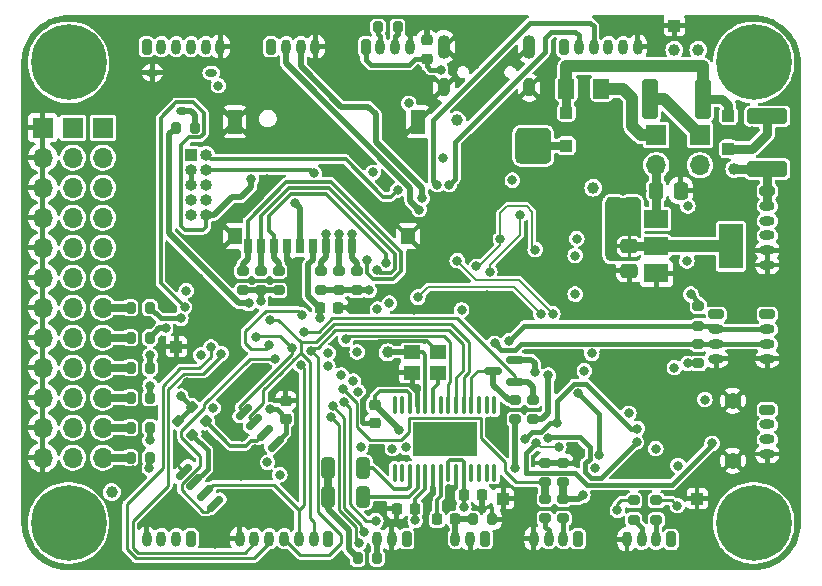
<source format=gbl>
G04 #@! TF.GenerationSoftware,KiCad,Pcbnew,7.0.2*
G04 #@! TF.CreationDate,2023-06-10T11:02:38+03:00*
G04 #@! TF.ProjectId,2.0,322e302e-6b69-4636-9164-5f7063625858,2.0*
G04 #@! TF.SameCoordinates,Original*
G04 #@! TF.FileFunction,Copper,L4,Bot*
G04 #@! TF.FilePolarity,Positive*
%FSLAX46Y46*%
G04 Gerber Fmt 4.6, Leading zero omitted, Abs format (unit mm)*
G04 Created by KiCad (PCBNEW 7.0.2) date 2023-06-10 11:02:38*
%MOMM*%
%LPD*%
G01*
G04 APERTURE LIST*
G04 Aperture macros list*
%AMRoundRect*
0 Rectangle with rounded corners*
0 $1 Rounding radius*
0 $2 $3 $4 $5 $6 $7 $8 $9 X,Y pos of 4 corners*
0 Add a 4 corners polygon primitive as box body*
4,1,4,$2,$3,$4,$5,$6,$7,$8,$9,$2,$3,0*
0 Add four circle primitives for the rounded corners*
1,1,$1+$1,$2,$3*
1,1,$1+$1,$4,$5*
1,1,$1+$1,$6,$7*
1,1,$1+$1,$8,$9*
0 Add four rect primitives between the rounded corners*
20,1,$1+$1,$2,$3,$4,$5,0*
20,1,$1+$1,$4,$5,$6,$7,0*
20,1,$1+$1,$6,$7,$8,$9,0*
20,1,$1+$1,$8,$9,$2,$3,0*%
G04 Aperture macros list end*
G04 #@! TA.AperFunction,ComponentPad*
%ADD10O,1.090000X2.000000*%
G04 #@! TD*
G04 #@! TA.AperFunction,ComponentPad*
%ADD11O,1.050000X1.600000*%
G04 #@! TD*
G04 #@! TA.AperFunction,ComponentPad*
%ADD12RoundRect,0.200000X0.200000X0.450000X-0.200000X0.450000X-0.200000X-0.450000X0.200000X-0.450000X0*%
G04 #@! TD*
G04 #@! TA.AperFunction,ComponentPad*
%ADD13O,0.800000X1.300000*%
G04 #@! TD*
G04 #@! TA.AperFunction,ComponentPad*
%ADD14RoundRect,0.200000X-0.200000X-0.450000X0.200000X-0.450000X0.200000X0.450000X-0.200000X0.450000X0*%
G04 #@! TD*
G04 #@! TA.AperFunction,ComponentPad*
%ADD15R,1.000000X1.000000*%
G04 #@! TD*
G04 #@! TA.AperFunction,ComponentPad*
%ADD16O,1.000000X1.000000*%
G04 #@! TD*
G04 #@! TA.AperFunction,ComponentPad*
%ADD17RoundRect,0.200000X-0.450000X0.200000X-0.450000X-0.200000X0.450000X-0.200000X0.450000X0.200000X0*%
G04 #@! TD*
G04 #@! TA.AperFunction,ComponentPad*
%ADD18O,1.300000X0.800000*%
G04 #@! TD*
G04 #@! TA.AperFunction,ComponentPad*
%ADD19R,1.700000X1.700000*%
G04 #@! TD*
G04 #@! TA.AperFunction,ComponentPad*
%ADD20O,1.700000X1.700000*%
G04 #@! TD*
G04 #@! TA.AperFunction,ComponentPad*
%ADD21C,1.000000*%
G04 #@! TD*
G04 #@! TA.AperFunction,ComponentPad*
%ADD22O,1.000000X0.700000*%
G04 #@! TD*
G04 #@! TA.AperFunction,ComponentPad*
%ADD23C,0.800000*%
G04 #@! TD*
G04 #@! TA.AperFunction,ComponentPad*
%ADD24C,6.400000*%
G04 #@! TD*
G04 #@! TA.AperFunction,ComponentPad*
%ADD25C,1.400000*%
G04 #@! TD*
G04 #@! TA.AperFunction,SMDPad,CuDef*
%ADD26RoundRect,0.200000X0.275000X-0.200000X0.275000X0.200000X-0.275000X0.200000X-0.275000X-0.200000X0*%
G04 #@! TD*
G04 #@! TA.AperFunction,SMDPad,CuDef*
%ADD27RoundRect,0.200000X0.335876X0.053033X0.053033X0.335876X-0.335876X-0.053033X-0.053033X-0.335876X0*%
G04 #@! TD*
G04 #@! TA.AperFunction,SMDPad,CuDef*
%ADD28RoundRect,0.200000X-0.200000X-0.275000X0.200000X-0.275000X0.200000X0.275000X-0.200000X0.275000X0*%
G04 #@! TD*
G04 #@! TA.AperFunction,SMDPad,CuDef*
%ADD29C,1.000000*%
G04 #@! TD*
G04 #@! TA.AperFunction,SMDPad,CuDef*
%ADD30RoundRect,0.200000X0.200000X0.275000X-0.200000X0.275000X-0.200000X-0.275000X0.200000X-0.275000X0*%
G04 #@! TD*
G04 #@! TA.AperFunction,SMDPad,CuDef*
%ADD31RoundRect,0.200000X-0.275000X0.200000X-0.275000X-0.200000X0.275000X-0.200000X0.275000X0.200000X0*%
G04 #@! TD*
G04 #@! TA.AperFunction,SMDPad,CuDef*
%ADD32RoundRect,0.250000X0.400000X1.450000X-0.400000X1.450000X-0.400000X-1.450000X0.400000X-1.450000X0*%
G04 #@! TD*
G04 #@! TA.AperFunction,SMDPad,CuDef*
%ADD33RoundRect,0.150000X-0.353553X-0.565685X0.565685X0.353553X0.353553X0.565685X-0.565685X-0.353553X0*%
G04 #@! TD*
G04 #@! TA.AperFunction,SMDPad,CuDef*
%ADD34R,0.700000X1.300000*%
G04 #@! TD*
G04 #@! TA.AperFunction,SMDPad,CuDef*
%ADD35R,1.200000X2.000000*%
G04 #@! TD*
G04 #@! TA.AperFunction,SMDPad,CuDef*
%ADD36R,1.200000X1.400000*%
G04 #@! TD*
G04 #@! TA.AperFunction,SMDPad,CuDef*
%ADD37RoundRect,0.225000X0.250000X-0.225000X0.250000X0.225000X-0.250000X0.225000X-0.250000X-0.225000X0*%
G04 #@! TD*
G04 #@! TA.AperFunction,SMDPad,CuDef*
%ADD38RoundRect,0.250000X-0.475000X0.337500X-0.475000X-0.337500X0.475000X-0.337500X0.475000X0.337500X0*%
G04 #@! TD*
G04 #@! TA.AperFunction,SMDPad,CuDef*
%ADD39RoundRect,0.250000X-0.300000X0.300000X-0.300000X-0.300000X0.300000X-0.300000X0.300000X0.300000X0*%
G04 #@! TD*
G04 #@! TA.AperFunction,SMDPad,CuDef*
%ADD40RoundRect,0.250000X0.325000X0.650000X-0.325000X0.650000X-0.325000X-0.650000X0.325000X-0.650000X0*%
G04 #@! TD*
G04 #@! TA.AperFunction,SMDPad,CuDef*
%ADD41RoundRect,0.225000X-0.250000X0.225000X-0.250000X-0.225000X0.250000X-0.225000X0.250000X0.225000X0*%
G04 #@! TD*
G04 #@! TA.AperFunction,SMDPad,CuDef*
%ADD42RoundRect,0.150000X0.587500X0.150000X-0.587500X0.150000X-0.587500X-0.150000X0.587500X-0.150000X0*%
G04 #@! TD*
G04 #@! TA.AperFunction,SMDPad,CuDef*
%ADD43RoundRect,0.250000X-0.337500X-0.475000X0.337500X-0.475000X0.337500X0.475000X-0.337500X0.475000X0*%
G04 #@! TD*
G04 #@! TA.AperFunction,SMDPad,CuDef*
%ADD44RoundRect,0.225000X0.225000X0.250000X-0.225000X0.250000X-0.225000X-0.250000X0.225000X-0.250000X0*%
G04 #@! TD*
G04 #@! TA.AperFunction,SMDPad,CuDef*
%ADD45RoundRect,0.225000X-0.225000X-0.250000X0.225000X-0.250000X0.225000X0.250000X-0.225000X0.250000X0*%
G04 #@! TD*
G04 #@! TA.AperFunction,SMDPad,CuDef*
%ADD46RoundRect,0.100000X-0.100000X0.637500X-0.100000X-0.637500X0.100000X-0.637500X0.100000X0.637500X0*%
G04 #@! TD*
G04 #@! TA.AperFunction,SMDPad,CuDef*
%ADD47R,5.400000X2.850000*%
G04 #@! TD*
G04 #@! TA.AperFunction,SMDPad,CuDef*
%ADD48RoundRect,0.250000X1.450000X-0.400000X1.450000X0.400000X-1.450000X0.400000X-1.450000X-0.400000X0*%
G04 #@! TD*
G04 #@! TA.AperFunction,SMDPad,CuDef*
%ADD49R,1.400000X1.200000*%
G04 #@! TD*
G04 #@! TA.AperFunction,SMDPad,CuDef*
%ADD50RoundRect,0.250001X-0.462499X-0.624999X0.462499X-0.624999X0.462499X0.624999X-0.462499X0.624999X0*%
G04 #@! TD*
G04 #@! TA.AperFunction,SMDPad,CuDef*
%ADD51R,2.000000X1.500000*%
G04 #@! TD*
G04 #@! TA.AperFunction,SMDPad,CuDef*
%ADD52R,2.000000X3.800000*%
G04 #@! TD*
G04 #@! TA.AperFunction,ViaPad*
%ADD53C,0.800000*%
G04 #@! TD*
G04 #@! TA.AperFunction,Conductor*
%ADD54C,0.500000*%
G04 #@! TD*
G04 #@! TA.AperFunction,Conductor*
%ADD55C,0.400000*%
G04 #@! TD*
G04 #@! TA.AperFunction,Conductor*
%ADD56C,1.000000*%
G04 #@! TD*
G04 #@! TA.AperFunction,Conductor*
%ADD57C,0.800000*%
G04 #@! TD*
G04 #@! TA.AperFunction,Conductor*
%ADD58C,0.300000*%
G04 #@! TD*
G04 #@! TA.AperFunction,Conductor*
%ADD59C,0.250000*%
G04 #@! TD*
G04 #@! TA.AperFunction,Conductor*
%ADD60C,0.700000*%
G04 #@! TD*
G04 #@! TA.AperFunction,Conductor*
%ADD61C,0.200000*%
G04 #@! TD*
G04 APERTURE END LIST*
D10*
X109790000Y-58674000D03*
D11*
X109790000Y-62124000D03*
D10*
X116990000Y-58674000D03*
D11*
X116990000Y-62124000D03*
D12*
X88352000Y-100330000D03*
D13*
X87102000Y-100330000D03*
X85852000Y-100330000D03*
X84602000Y-100330000D03*
D14*
X103154000Y-58674000D03*
D13*
X104404000Y-58674000D03*
X105654000Y-58674000D03*
X106904000Y-58674000D03*
D15*
X88392000Y-67818000D03*
D16*
X89662000Y-67818000D03*
X88392000Y-69088000D03*
X89662000Y-69088000D03*
X88392000Y-70358000D03*
X89662000Y-70358000D03*
X88392000Y-71628000D03*
X89662000Y-71628000D03*
X88392000Y-72898000D03*
X89662000Y-72898000D03*
D12*
X129022000Y-100388000D03*
D13*
X127772000Y-100388000D03*
X126522000Y-100388000D03*
X125272000Y-100388000D03*
D17*
X132842000Y-81340000D03*
D18*
X132842000Y-82590000D03*
X132842000Y-83840000D03*
X132842000Y-85090000D03*
D14*
X95153000Y-58674000D03*
D13*
X96403000Y-58674000D03*
X97653000Y-58674000D03*
X98903000Y-58674000D03*
D12*
X113254000Y-100330000D03*
D13*
X112004000Y-100330000D03*
X110754000Y-100330000D03*
D12*
X121138000Y-100330000D03*
D13*
X119888000Y-100330000D03*
X118638000Y-100330000D03*
X117388000Y-100330000D03*
D17*
X137160000Y-81340000D03*
D18*
X137160000Y-82590000D03*
X137160000Y-83840000D03*
X137160000Y-85090000D03*
D19*
X80900000Y-65525000D03*
D20*
X80900000Y-68065000D03*
X80900000Y-70605000D03*
X80900000Y-73145000D03*
X80900000Y-75685000D03*
X80900000Y-78225000D03*
X80900000Y-80765000D03*
X80900000Y-83305000D03*
X80900000Y-85845000D03*
X80900000Y-88385000D03*
X80900000Y-90925000D03*
X80900000Y-93465000D03*
D15*
X87122000Y-84074000D03*
D21*
X134366000Y-69027000D03*
D22*
X90090000Y-60884000D03*
X87590000Y-64084000D03*
X85090000Y-60884000D03*
D23*
X133600000Y-99000000D03*
X134302944Y-97302944D03*
X134302944Y-100697056D03*
X136000000Y-96600000D03*
D24*
X136000000Y-99000000D03*
D23*
X136000000Y-101400000D03*
X137697056Y-97302944D03*
X137697056Y-100697056D03*
X138400000Y-99000000D03*
D12*
X99986000Y-100330000D03*
D13*
X98736000Y-100330000D03*
X97486000Y-100330000D03*
X96236000Y-100330000D03*
X94986000Y-100330000D03*
X93736000Y-100330000D03*
X92486000Y-100330000D03*
D23*
X75600000Y-99000000D03*
X76302944Y-97302944D03*
X76302944Y-100697056D03*
X78000000Y-96600000D03*
D24*
X78000000Y-99000000D03*
D23*
X78000000Y-101400000D03*
X79697056Y-97302944D03*
X79697056Y-100697056D03*
X80400000Y-99000000D03*
D12*
X106620000Y-100330000D03*
D13*
X105370000Y-100330000D03*
X104120000Y-100330000D03*
D14*
X119948000Y-58674000D03*
D13*
X121198000Y-58674000D03*
X122448000Y-58674000D03*
X123698000Y-58674000D03*
X124948000Y-58674000D03*
X126198000Y-58674000D03*
D21*
X131318000Y-58928000D03*
D15*
X129286000Y-56896000D03*
D17*
X137160000Y-70906000D03*
D18*
X137160000Y-72156000D03*
X137160000Y-73406000D03*
X137160000Y-74656000D03*
X137160000Y-75906000D03*
X137160000Y-77156000D03*
D21*
X122428000Y-70612000D03*
D19*
X127762000Y-66162000D03*
D20*
X127762000Y-68702000D03*
D19*
X131445000Y-66157000D03*
D20*
X131445000Y-68697000D03*
D25*
X134239000Y-93726000D03*
X134239000Y-88646000D03*
D21*
X110871000Y-64897000D03*
D15*
X131216400Y-96926400D03*
D23*
X133600000Y-60000000D03*
X134302944Y-58302944D03*
X134302944Y-61697056D03*
X136000000Y-57600000D03*
D24*
X136000000Y-60000000D03*
D23*
X136000000Y-62400000D03*
X137697056Y-58302944D03*
X137697056Y-61697056D03*
X138400000Y-60000000D03*
D19*
X75820000Y-65525000D03*
D20*
X75820000Y-68065000D03*
X75820000Y-70605000D03*
X75820000Y-73145000D03*
X75820000Y-75685000D03*
X75820000Y-78225000D03*
X75820000Y-80765000D03*
X75820000Y-83305000D03*
X75820000Y-85845000D03*
X75820000Y-88385000D03*
X75820000Y-90925000D03*
X75820000Y-93465000D03*
D17*
X137160000Y-89408000D03*
D18*
X137160000Y-90658000D03*
X137160000Y-91908000D03*
X137160000Y-93158000D03*
D21*
X81661000Y-96393000D03*
D23*
X75600000Y-60000000D03*
X76302944Y-58302944D03*
X76302944Y-61697056D03*
X78000000Y-57600000D03*
D24*
X78000000Y-60000000D03*
D23*
X78000000Y-62400000D03*
X79697056Y-58302944D03*
X79697056Y-61697056D03*
X80400000Y-60000000D03*
D14*
X84602000Y-58674000D03*
D13*
X85852000Y-58674000D03*
X87102000Y-58674000D03*
X88352000Y-58674000D03*
X89602000Y-58674000D03*
X90852000Y-58674000D03*
D15*
X114808000Y-96926400D03*
D19*
X78360000Y-65525000D03*
D20*
X78360000Y-68065000D03*
X78360000Y-70605000D03*
X78360000Y-73145000D03*
X78360000Y-75685000D03*
X78360000Y-78225000D03*
X78360000Y-80765000D03*
X78360000Y-83305000D03*
X78360000Y-85845000D03*
X78360000Y-88385000D03*
X78360000Y-90925000D03*
X78360000Y-93465000D03*
D21*
X129286000Y-58928000D03*
D26*
X131318000Y-82296000D03*
X131318000Y-80646000D03*
D27*
X88467363Y-91515363D03*
X87300637Y-90348637D03*
D28*
X102470000Y-101981000D03*
X104120000Y-101981000D03*
D26*
X92736000Y-79311000D03*
X92736000Y-77661000D03*
D29*
X105003600Y-84559000D03*
D30*
X84899000Y-80765000D03*
X83249000Y-80765000D03*
D31*
X119888000Y-96965000D03*
X119888000Y-98615000D03*
D28*
X87059000Y-65532000D03*
X88709000Y-65532000D03*
D31*
X127772000Y-97092000D03*
X127772000Y-98742000D03*
X119888000Y-93917000D03*
X119888000Y-95567000D03*
D30*
X113855000Y-98679000D03*
X112205000Y-98679000D03*
D26*
X117348000Y-90233000D03*
X117348000Y-88583000D03*
D30*
X84899000Y-83305000D03*
X83249000Y-83305000D03*
D31*
X125857000Y-97092000D03*
X125857000Y-98742000D03*
D32*
X131699000Y-63119000D03*
X127249000Y-63119000D03*
D26*
X99336000Y-79311000D03*
X99336000Y-77661000D03*
D31*
X118364000Y-93917000D03*
X118364000Y-95567000D03*
D26*
X102384000Y-79311000D03*
X102384000Y-77661000D03*
D33*
X90430882Y-97362020D03*
X89532856Y-96463994D03*
X88634831Y-95565969D03*
X87736805Y-94667943D03*
X92827974Y-89576774D03*
X93726000Y-90474800D03*
X94624025Y-91372825D03*
X95522051Y-92270851D03*
D34*
X101960000Y-75586500D03*
X100860000Y-75586500D03*
X99760000Y-75586500D03*
X98660000Y-75586500D03*
X97560000Y-75586500D03*
X96460000Y-75586500D03*
X95360000Y-75586500D03*
X94260000Y-75586500D03*
X93160000Y-75586500D03*
D35*
X107580000Y-65036500D03*
X92060000Y-65036500D03*
D36*
X106740000Y-74736500D03*
X92060000Y-74736500D03*
D37*
X108331000Y-59677600D03*
X108331000Y-58127600D03*
D30*
X84899000Y-85845000D03*
X83249000Y-85845000D03*
D27*
X89610363Y-90372363D03*
X88443637Y-89205637D03*
D38*
X125476000Y-75565000D03*
X125476000Y-77640000D03*
D39*
X133858000Y-64527000D03*
X133858000Y-67327000D03*
D30*
X84899000Y-88385000D03*
X83249000Y-88385000D03*
X84899000Y-90925000D03*
X83249000Y-90925000D03*
D40*
X102948000Y-96755000D03*
X99998000Y-96755000D03*
D41*
X96393000Y-88633000D03*
X96393000Y-90183000D03*
D42*
X115824000Y-85156000D03*
X115824000Y-87056000D03*
X113949000Y-86106000D03*
D40*
X102948000Y-94361000D03*
X99998000Y-94361000D03*
D28*
X104204000Y-57023000D03*
X105854000Y-57023000D03*
D43*
X127762000Y-70866000D03*
X129837000Y-70866000D03*
D44*
X107341000Y-97790000D03*
X105791000Y-97790000D03*
D45*
X111454000Y-96647000D03*
X113004000Y-96647000D03*
D26*
X115824000Y-90233000D03*
X115824000Y-88583000D03*
X100860000Y-79311000D03*
X100860000Y-77661000D03*
X95784000Y-79311000D03*
X95784000Y-77661000D03*
D39*
X120142000Y-64256000D03*
X120142000Y-67056000D03*
D30*
X84899000Y-93465000D03*
X83249000Y-93465000D03*
D46*
X105604000Y-89017000D03*
X106254000Y-89017000D03*
X106904000Y-89017000D03*
X107554000Y-89017000D03*
X108204000Y-89017000D03*
X108854000Y-89017000D03*
X109504000Y-89017000D03*
X110154000Y-89017000D03*
X110804000Y-89017000D03*
X111454000Y-89017000D03*
X112104000Y-89017000D03*
X112754000Y-89017000D03*
X113404000Y-89017000D03*
X114054000Y-89017000D03*
X114054000Y-94742000D03*
X113404000Y-94742000D03*
X112754000Y-94742000D03*
X112104000Y-94742000D03*
X111454000Y-94742000D03*
X110804000Y-94742000D03*
X110154000Y-94742000D03*
X109504000Y-94742000D03*
X108854000Y-94742000D03*
X108204000Y-94742000D03*
X107554000Y-94742000D03*
X106904000Y-94742000D03*
X106254000Y-94742000D03*
X105604000Y-94742000D03*
D47*
X109829000Y-91879500D03*
D26*
X94260000Y-79311000D03*
X94260000Y-77661000D03*
D31*
X118364000Y-96965000D03*
X118364000Y-98615000D03*
D45*
X109207000Y-98679000D03*
X110757000Y-98679000D03*
D44*
X100851000Y-80772000D03*
X99301000Y-80772000D03*
D48*
X137160000Y-69027000D03*
X137160000Y-64577000D03*
D31*
X131318000Y-83840000D03*
X131318000Y-85490000D03*
D49*
X109304000Y-86259000D03*
X107104000Y-86259000D03*
X107104000Y-84559000D03*
X109304000Y-84559000D03*
D50*
X120142000Y-62230000D03*
X123117000Y-62230000D03*
D51*
X127762000Y-77865000D03*
X127762000Y-75565000D03*
D52*
X134062000Y-75565000D03*
D51*
X127762000Y-73265000D03*
D41*
X103936800Y-89017000D03*
X103936800Y-90567000D03*
D53*
X124968000Y-71882000D03*
X87954365Y-79337324D03*
X129590800Y-94132400D03*
X123952000Y-75946000D03*
X87503000Y-88265000D03*
X118618000Y-86487000D03*
X109664200Y-68109800D03*
X130410000Y-85490000D03*
X103441000Y-79311000D03*
X121666000Y-86106000D03*
X122301000Y-84639500D03*
X125984000Y-71882000D03*
X95016241Y-89380644D03*
X95878770Y-94912058D03*
X123952000Y-73914000D03*
X115570000Y-69977000D03*
X117475000Y-86233000D03*
X90229411Y-89262699D03*
X123952000Y-74930000D03*
X125984000Y-73914000D03*
X105412125Y-92706592D03*
X94260000Y-80242000D03*
X121031000Y-74930000D03*
X127711200Y-92710000D03*
X103781537Y-69301358D03*
X99301000Y-81648000D03*
X130683000Y-79629000D03*
X124968000Y-73914000D03*
X129286000Y-85852000D03*
X125984000Y-72898000D03*
X111279039Y-80948161D03*
X124968000Y-72898000D03*
X123952000Y-71882000D03*
X123952000Y-72898000D03*
X90682299Y-61971701D03*
X120881500Y-76353000D03*
X94838333Y-93871621D03*
X89179075Y-84772147D03*
X120881500Y-79629000D03*
X122555000Y-94361000D03*
X81940400Y-63042800D03*
X135890000Y-65826500D03*
X113715000Y-68276000D03*
X94919800Y-60045600D03*
X118491000Y-60488500D03*
X125984000Y-67411600D03*
X112572800Y-72339200D03*
X82169000Y-89662000D03*
X83439000Y-94539500D03*
X81991200Y-58674000D03*
X133299200Y-79908400D03*
X108610400Y-80873600D03*
X106375200Y-80213200D03*
X133092378Y-65537527D03*
X106273600Y-79044800D03*
X87826000Y-93242357D03*
X126441200Y-102412800D03*
X118491000Y-61504500D03*
X96672400Y-102412800D03*
X110744000Y-56642000D03*
X139039600Y-65938400D03*
X119380000Y-72263000D03*
X133477000Y-56769000D03*
X138887200Y-74777600D03*
X95046800Y-96520000D03*
X82042000Y-99441000D03*
X117482000Y-77419200D03*
X138582400Y-87071200D03*
X99949000Y-60071000D03*
X113233200Y-74523600D03*
X132207000Y-70104000D03*
X116027200Y-96926400D03*
X109042200Y-63500000D03*
X138023600Y-67462400D03*
X114431299Y-90800701D03*
X131419600Y-71018400D03*
X94843600Y-102412800D03*
X101854000Y-80772000D03*
X97739200Y-63500000D03*
X82169000Y-92202000D03*
X132369000Y-89443000D03*
X89001600Y-83312000D03*
X75996800Y-63754000D03*
X111760000Y-68326000D03*
X108331000Y-56819800D03*
X83769200Y-61798200D03*
X126187200Y-88544400D03*
X128016000Y-86004400D03*
X121285000Y-93218000D03*
X88036400Y-56591200D03*
X115824000Y-81838800D03*
X125272800Y-88341200D03*
X135686800Y-90627200D03*
X111607600Y-70307200D03*
X104851200Y-86156800D03*
X93497400Y-60096400D03*
X101930200Y-57658000D03*
X114960400Y-82600800D03*
X122631200Y-97637600D03*
X128778000Y-92862400D03*
X133045200Y-95859600D03*
X111861600Y-74523600D03*
X108457663Y-97025339D03*
X122431500Y-76327000D03*
X131775200Y-100482400D03*
X97739200Y-65176400D03*
X95453200Y-56540400D03*
X139090400Y-81991200D03*
X113588800Y-71424800D03*
X138633200Y-80111600D03*
X115316000Y-79959200D03*
X126542800Y-70916800D03*
X104316110Y-93802608D03*
X105410000Y-64922400D03*
X129590800Y-79248000D03*
X112401167Y-60204167D03*
X93742318Y-92775606D03*
X123952000Y-87934800D03*
X91541600Y-56591200D03*
X135229600Y-79756000D03*
X99568000Y-56540400D03*
X120802400Y-69138800D03*
X82042000Y-60756800D03*
X135839200Y-71729600D03*
X127304800Y-88239600D03*
X108661200Y-100126800D03*
X100076000Y-65176400D03*
X82042000Y-98044000D03*
X83870800Y-63525400D03*
X84480400Y-56540400D03*
X92583000Y-94996000D03*
X105410000Y-63677800D03*
X89050381Y-78241308D03*
X135178800Y-81381600D03*
X113792000Y-56642000D03*
X100835023Y-69067306D03*
X90322400Y-99415600D03*
X136956800Y-80060800D03*
X110109000Y-97282000D03*
X120653500Y-80645000D03*
X127355600Y-79451200D03*
X97155000Y-77216000D03*
X125120400Y-79400400D03*
X92681799Y-91715087D03*
X106904000Y-57484800D03*
X126238000Y-94361000D03*
X123698000Y-56540400D03*
X81940400Y-56794400D03*
X113004000Y-97790000D03*
X95504000Y-63195200D03*
X93319600Y-63550800D03*
X96974786Y-96008074D03*
X102971600Y-57073800D03*
X82042000Y-100838000D03*
X125857000Y-85471000D03*
X127558800Y-94640400D03*
X138887200Y-70510400D03*
X101600000Y-60121800D03*
X94840000Y-69897200D03*
X107238800Y-80924400D03*
X139141200Y-83718400D03*
X91338400Y-73152000D03*
X139192000Y-95808800D03*
X131826000Y-87071200D03*
X137058400Y-78587600D03*
X113463243Y-79701484D03*
X104877552Y-70397374D03*
X97180400Y-78333600D03*
X128320800Y-93827600D03*
X95504000Y-61417200D03*
X121031000Y-71523000D03*
X86867902Y-76728500D03*
X93370400Y-96520000D03*
X124968000Y-70866000D03*
X93726000Y-94386400D03*
X126949200Y-93675200D03*
X137007600Y-87122000D03*
X116636800Y-81076800D03*
X126492000Y-56540400D03*
X104698800Y-79146400D03*
X78435200Y-63906400D03*
X94488000Y-70764400D03*
X138887200Y-85750400D03*
X111455200Y-58547000D03*
X74523600Y-62585600D03*
X135026400Y-85242400D03*
X116992400Y-96926400D03*
X85953600Y-85191600D03*
X96520000Y-62331600D03*
X98907600Y-64414400D03*
X113893600Y-58470800D03*
X80264000Y-63500000D03*
X131775200Y-98501200D03*
X138582400Y-78587600D03*
X135763000Y-70358000D03*
X115366800Y-100076000D03*
X74930000Y-95758000D03*
X131876800Y-102463600D03*
X90373200Y-100761800D03*
X80645000Y-102235000D03*
X123494800Y-96926400D03*
X129590800Y-102412800D03*
X93421200Y-64820800D03*
X119126000Y-69977000D03*
X123139200Y-102006400D03*
X88064957Y-87098246D03*
X133502400Y-87071200D03*
X138836400Y-76860400D03*
X122431500Y-79629000D03*
X127000000Y-57531000D03*
X138988800Y-62788800D03*
X118491000Y-62484500D03*
X135178800Y-87071200D03*
X126527000Y-89443000D03*
X122936000Y-98907600D03*
X114593199Y-80831440D03*
X132588000Y-57912000D03*
X91008200Y-60071000D03*
X138887200Y-72390000D03*
X89133396Y-88166684D03*
X87817958Y-80718155D03*
X93472000Y-69837500D03*
X116332000Y-66040000D03*
X117348000Y-66040000D03*
X118364000Y-66040000D03*
X117348000Y-67056000D03*
X116332000Y-68072000D03*
X118364000Y-67056000D03*
X116332000Y-67056000D03*
X118364000Y-68072000D03*
X117348000Y-68072000D03*
X111454000Y-97663000D03*
X107341000Y-98780000D03*
X115824000Y-94361000D03*
X106796014Y-63465930D03*
X109499400Y-60604400D03*
X105963001Y-91107001D03*
X101981000Y-74549000D03*
X100860000Y-74549000D03*
X99765125Y-74549000D03*
X97155000Y-71882000D03*
X104902500Y-77007866D03*
X104089664Y-77589500D03*
X103251000Y-76708000D03*
X115316000Y-83566000D03*
X114063302Y-83779954D03*
X110236000Y-70358000D03*
X109220000Y-70358000D03*
X107675415Y-72462046D03*
X107950000Y-71501000D03*
X105854500Y-70802500D03*
X98806000Y-69382500D03*
X95014598Y-81788000D03*
X97668372Y-85622672D03*
X97917000Y-82804000D03*
X93883138Y-83237500D03*
X98539487Y-84417500D03*
X96901000Y-84201000D03*
X90056142Y-84116430D03*
X90899002Y-84653638D03*
X93273492Y-80402644D03*
X130429000Y-72161400D03*
X102513721Y-87891525D03*
X102108000Y-86969600D03*
X130352800Y-76809600D03*
X84899000Y-87363800D03*
X99988987Y-84613500D03*
X84899000Y-84797400D03*
X102434451Y-84527452D03*
X86220491Y-82521469D03*
X104140000Y-80899000D03*
X105156000Y-80391000D03*
X87498701Y-81665299D03*
X101087822Y-86465626D03*
X84836000Y-94361000D03*
X84886800Y-91998800D03*
X99940992Y-85686093D03*
X129540000Y-97536000D03*
X102576500Y-100711000D03*
X100210503Y-90053790D03*
X121539000Y-96647000D03*
X101293158Y-88748379D03*
X104013000Y-98806000D03*
X103026500Y-99761885D03*
X124460000Y-97917000D03*
X100344571Y-89063320D03*
X101272317Y-87674719D03*
X116673500Y-91873500D03*
X119380000Y-90551000D03*
X126161800Y-91008200D03*
X132486400Y-92252800D03*
X117615768Y-92206871D03*
X119507000Y-92583000D03*
X126085600Y-92151200D03*
X118618000Y-91821000D03*
X116205000Y-72898000D03*
X113665000Y-77724000D03*
X114554000Y-74930000D03*
X117508540Y-75853602D03*
X112522000Y-77281000D03*
X101473000Y-83439000D03*
X94991347Y-83942347D03*
X97790000Y-81407000D03*
X95504000Y-85090000D03*
X102743000Y-92557600D03*
X131876800Y-88544400D03*
X106529498Y-92600436D03*
X125425200Y-89712800D03*
X122941000Y-93217500D03*
X121158000Y-88022442D03*
X107569000Y-79883000D03*
X117983000Y-81280000D03*
X110893855Y-76791500D03*
X118999000Y-81280000D03*
D54*
X117475000Y-85471000D02*
X117475000Y-86233000D01*
D55*
X87300637Y-90348637D02*
X88443637Y-89205637D01*
D54*
X98298000Y-79769000D02*
X99301000Y-80772000D01*
X98298000Y-77098500D02*
X98298000Y-79769000D01*
D55*
X95603644Y-89380644D02*
X95016241Y-89380644D01*
X95522051Y-92270851D02*
X95522141Y-92270851D01*
D54*
X99336000Y-79311000D02*
X100860000Y-79311000D01*
X115824000Y-85156000D02*
X117160000Y-85156000D01*
D55*
X88443637Y-89205637D02*
X87503000Y-88265000D01*
D54*
X121666000Y-86106000D02*
X121666000Y-86045000D01*
X94260000Y-79311000D02*
X94260000Y-80242000D01*
D55*
X96393000Y-90170000D02*
X95603644Y-89380644D01*
D56*
X127762000Y-75565000D02*
X134062000Y-75565000D01*
D55*
X131318000Y-80646000D02*
X131318000Y-80264000D01*
X96393000Y-91399902D02*
X95522051Y-92270851D01*
X131318000Y-85490000D02*
X130410000Y-85490000D01*
D54*
X100860000Y-79311000D02*
X102384000Y-79311000D01*
X117160000Y-85156000D02*
X117475000Y-85471000D01*
D55*
X131318000Y-80264000D02*
X130683000Y-79629000D01*
X96393000Y-90183000D02*
X96393000Y-90170000D01*
D54*
X118618000Y-89662000D02*
X118618000Y-86487000D01*
D57*
X125476000Y-75565000D02*
X127762000Y-75565000D01*
D55*
X96393000Y-90183000D02*
X96393000Y-91399902D01*
D54*
X92736000Y-79311000D02*
X94260000Y-79311000D01*
X98660000Y-75586500D02*
X98660000Y-76736500D01*
X94260000Y-79311000D02*
X95784000Y-79311000D01*
X102384000Y-79311000D02*
X103441000Y-79311000D01*
X99301000Y-80772000D02*
X99301000Y-81648000D01*
X117348000Y-90233000D02*
X118047000Y-90233000D01*
X118047000Y-90233000D02*
X118618000Y-89662000D01*
X98660000Y-76736500D02*
X98298000Y-77098500D01*
D58*
X102870000Y-88595200D02*
X102870000Y-90551000D01*
D55*
X108331000Y-56819800D02*
X108331000Y-58127600D01*
D54*
X113004000Y-96647000D02*
X113004000Y-97790000D01*
D58*
X107554000Y-89017000D02*
X107554000Y-88050894D01*
X103733600Y-84124800D02*
X103733600Y-85039200D01*
X108854000Y-96629002D02*
X108457663Y-97025339D01*
X104132000Y-87333200D02*
X102870000Y-88595200D01*
D59*
X87826000Y-93242357D02*
X87275931Y-93792426D01*
D55*
X119888000Y-93917000D02*
X120586000Y-93917000D01*
D58*
X106836306Y-87333200D02*
X104132000Y-87333200D01*
X102870000Y-90551000D02*
X102886000Y-90567000D01*
D59*
X87275931Y-93792426D02*
X87275931Y-94207069D01*
D58*
X108347000Y-83602000D02*
X104256400Y-83602000D01*
X110804000Y-94742000D02*
X110804000Y-96008827D01*
X108854000Y-94742000D02*
X108854000Y-96629002D01*
D54*
X96460000Y-75586500D02*
X96460000Y-76521000D01*
D58*
X110804000Y-96008827D02*
X110109000Y-96703827D01*
X110109000Y-96703827D02*
X110109000Y-97282000D01*
X107554000Y-88050894D02*
X106836306Y-87333200D01*
D54*
X96460000Y-76521000D02*
X97155000Y-77216000D01*
D55*
X106904000Y-57484800D02*
X106904000Y-58674000D01*
X120586000Y-93917000D02*
X121285000Y-93218000D01*
D58*
X103733600Y-85039200D02*
X104851200Y-86156800D01*
D54*
X118364000Y-93917000D02*
X119888000Y-93917000D01*
D58*
X109304000Y-84559000D02*
X108347000Y-83602000D01*
X102886000Y-90567000D02*
X103936800Y-90567000D01*
D59*
X87275931Y-94207069D02*
X87736805Y-94667943D01*
D58*
X104256400Y-83602000D02*
X103733600Y-84124800D01*
D54*
X92557600Y-71424800D02*
X91795600Y-71424800D01*
D58*
X87884000Y-74168000D02*
X89408000Y-74168000D01*
X85787800Y-64707200D02*
X87111000Y-63384000D01*
X88530000Y-63384000D02*
X89459000Y-64313000D01*
X87817958Y-80718155D02*
X85787800Y-78687997D01*
X85787800Y-78687997D02*
X85787800Y-64707200D01*
D54*
X93472000Y-70510400D02*
X92557600Y-71424800D01*
X93472000Y-69837500D02*
X93472000Y-70510400D01*
X91795600Y-71424800D02*
X90322400Y-72898000D01*
D58*
X89459000Y-66034817D02*
X89136817Y-66357000D01*
X87542000Y-73826000D02*
X87884000Y-74168000D01*
X89408000Y-74168000D02*
X89662000Y-73914000D01*
X87542000Y-67017000D02*
X87542000Y-73826000D01*
X89136817Y-66357000D02*
X88202000Y-66357000D01*
X89662000Y-73914000D02*
X89662000Y-72898000D01*
X89459000Y-64313000D02*
X89459000Y-66034817D01*
D54*
X90322400Y-72898000D02*
X89662000Y-72898000D01*
D58*
X87111000Y-63384000D02*
X88530000Y-63384000D01*
X88202000Y-66357000D02*
X87542000Y-67017000D01*
D60*
X120142000Y-67056000D02*
X118364000Y-67056000D01*
D55*
X108331000Y-60299600D02*
X108635800Y-60604400D01*
D58*
X104343200Y-87833200D02*
X103936800Y-88239600D01*
D55*
X108331000Y-59677600D02*
X108331000Y-60299600D01*
D58*
X103936800Y-88239600D02*
X103936800Y-89017000D01*
X110307500Y-93654500D02*
X111307500Y-93654500D01*
D55*
X103154000Y-58674000D02*
X103154000Y-59770800D01*
D58*
X111454000Y-93801000D02*
X111454000Y-94742000D01*
D55*
X107327400Y-59677600D02*
X108331000Y-59677600D01*
D58*
X107341000Y-97002000D02*
X107341000Y-97790000D01*
X111454000Y-96647000D02*
X111454000Y-97663000D01*
X106904000Y-88108000D02*
X106629200Y-87833200D01*
X107341000Y-97790000D02*
X107341000Y-98780000D01*
X111307500Y-93654500D02*
X111454000Y-93801000D01*
X110154000Y-94742000D02*
X110154000Y-93808000D01*
D55*
X106807000Y-60198000D02*
X107327400Y-59677600D01*
X103581200Y-60198000D02*
X106807000Y-60198000D01*
D58*
X110154000Y-93808000D02*
X110307500Y-93654500D01*
X106904000Y-89017000D02*
X106904000Y-88108000D01*
X106629200Y-87833200D02*
X104343200Y-87833200D01*
D54*
X105963001Y-91107001D02*
X105963001Y-91043201D01*
D58*
X108204000Y-96139000D02*
X107341000Y-97002000D01*
D54*
X115824000Y-90233000D02*
X115824000Y-94361000D01*
D58*
X108204000Y-94742000D02*
X108204000Y-96139000D01*
D54*
X108305600Y-59601400D02*
X108133000Y-59774000D01*
D55*
X103154000Y-59770800D02*
X103581200Y-60198000D01*
D58*
X111454000Y-94742000D02*
X111454000Y-96647000D01*
D54*
X105963001Y-91043201D02*
X103936800Y-89017000D01*
D55*
X108635800Y-60604400D02*
X109499400Y-60604400D01*
D54*
X110757000Y-98679000D02*
X110757000Y-100327000D01*
X112205000Y-98679000D02*
X110757000Y-98679000D01*
X110757000Y-100327000D02*
X110754000Y-100330000D01*
D57*
X137160000Y-69027000D02*
X134366000Y-69027000D01*
X137160000Y-70906000D02*
X137160000Y-69027000D01*
X137160000Y-70906000D02*
X137160000Y-72156000D01*
D54*
X102384000Y-76984000D02*
X102384000Y-77661000D01*
D55*
X101981500Y-75565000D02*
X101960000Y-75586500D01*
D54*
X101981000Y-74549000D02*
X101981500Y-74549500D01*
X101981500Y-74549500D02*
X101981500Y-75565000D01*
X101960000Y-75586500D02*
X101960000Y-76560000D01*
X101960000Y-76560000D02*
X102384000Y-76984000D01*
X100860000Y-75586500D02*
X100860000Y-77661000D01*
X100860000Y-75586500D02*
X100860000Y-74549000D01*
D59*
X100860000Y-74549000D02*
X100860000Y-74444000D01*
D54*
X99336000Y-76940000D02*
X99760000Y-76516000D01*
X99336000Y-77661000D02*
X99336000Y-76940000D01*
X99760000Y-74615625D02*
X99765125Y-74610500D01*
X99765125Y-75581375D02*
X99760000Y-75586500D01*
X99760000Y-76516000D02*
X99760000Y-75586500D01*
X99765125Y-74549000D02*
X99765125Y-75581375D01*
X97560000Y-72287000D02*
X97560000Y-75586500D01*
X97155000Y-71882000D02*
X97560000Y-72287000D01*
D58*
X95008000Y-74284500D02*
X95360000Y-74636500D01*
X104902500Y-76200500D02*
X99834000Y-71132000D01*
X104902500Y-77007866D02*
X104902500Y-76200500D01*
X96844339Y-71132000D02*
X95008000Y-72968339D01*
X95008000Y-72968339D02*
X95008000Y-74284500D01*
D54*
X95360000Y-75586500D02*
X95360000Y-76564000D01*
X95784000Y-76988000D02*
X95784000Y-77661000D01*
D58*
X99834000Y-71132000D02*
X96844339Y-71132000D01*
X95360000Y-74636500D02*
X95360000Y-75586500D01*
D54*
X95360000Y-76564000D02*
X95784000Y-76988000D01*
D58*
X100041106Y-70632000D02*
X96637233Y-70632000D01*
X105652000Y-76242894D02*
X100041106Y-70632000D01*
X104089664Y-77589500D02*
X104339164Y-77839000D01*
X96637233Y-70632000D02*
X94260000Y-73009233D01*
D54*
X94260000Y-75586500D02*
X94260000Y-77661000D01*
D58*
X104339164Y-77839000D02*
X105295000Y-77839000D01*
X94260000Y-73009233D02*
X94260000Y-75586500D01*
X105652000Y-77482000D02*
X105652000Y-76242894D01*
X105295000Y-77839000D02*
X105652000Y-77482000D01*
X103251000Y-76708000D02*
X103251000Y-77851000D01*
X105502106Y-78339000D02*
X106172000Y-77669106D01*
X100248212Y-70132000D02*
X96430127Y-70132000D01*
X96430127Y-70132000D02*
X93160000Y-73402127D01*
X106172000Y-77669106D02*
X106172000Y-76055788D01*
D54*
X93160000Y-75586500D02*
X93160000Y-76639000D01*
D58*
X106172000Y-76055788D02*
X100248212Y-70132000D01*
X93160000Y-73402127D02*
X93160000Y-75586500D01*
D54*
X92736000Y-77063000D02*
X92736000Y-77661000D01*
D58*
X103739000Y-78339000D02*
X105502106Y-78339000D01*
D54*
X93160000Y-76639000D02*
X92736000Y-77063000D01*
D58*
X103251000Y-77851000D02*
X103739000Y-78339000D01*
D54*
X104120000Y-100330000D02*
X104120000Y-101981000D01*
D60*
X83249000Y-80765000D02*
X80900000Y-80765000D01*
X83249000Y-83305000D02*
X80900000Y-83305000D01*
X83249000Y-85845000D02*
X80900000Y-85845000D01*
X83249000Y-88385000D02*
X80900000Y-88385000D01*
X83249000Y-90925000D02*
X80900000Y-90925000D01*
X83249000Y-93465000D02*
X80900000Y-93465000D01*
D55*
X131318000Y-82296000D02*
X132548000Y-82296000D01*
X132548000Y-82296000D02*
X132842000Y-82590000D01*
X132842000Y-82590000D02*
X137160000Y-82590000D01*
X116586000Y-82296000D02*
X131318000Y-82296000D01*
X115316000Y-83566000D02*
X116586000Y-82296000D01*
X137160000Y-83840000D02*
X132842000Y-83840000D01*
X115786000Y-84366000D02*
X114649348Y-84366000D01*
X132842000Y-83840000D02*
X131318000Y-83840000D01*
X114649348Y-84366000D02*
X114063302Y-83779954D01*
X116312000Y-83840000D02*
X115786000Y-84366000D01*
X131318000Y-83840000D02*
X116312000Y-83840000D01*
D54*
X85852000Y-58674000D02*
X85852000Y-59055000D01*
D55*
X110744000Y-66711432D02*
X110744000Y-69850000D01*
X120904000Y-57404000D02*
X118872000Y-57404000D01*
X118872000Y-57404000D02*
X118364000Y-57912000D01*
X118364000Y-59091432D02*
X110744000Y-66711432D01*
X121198000Y-57698000D02*
X120904000Y-57404000D01*
X121198000Y-58674000D02*
X121198000Y-57698000D01*
X110744000Y-69850000D02*
X110236000Y-70358000D01*
X118364000Y-57912000D02*
X118364000Y-59091432D01*
X108864200Y-64871800D02*
X117094000Y-56642000D01*
X122448000Y-56916000D02*
X122448000Y-58674000D01*
X117094000Y-56642000D02*
X122174000Y-56642000D01*
X109220000Y-70358000D02*
X108864200Y-70002200D01*
X108864200Y-70002200D02*
X108864200Y-64871800D01*
X122174000Y-56642000D02*
X122448000Y-56916000D01*
D54*
X96403000Y-58674000D02*
X96403000Y-60079500D01*
X106934000Y-70610500D02*
X106934000Y-71720631D01*
X106934000Y-71720631D02*
X107675415Y-72462046D01*
X96403000Y-60079500D02*
X106934000Y-70610500D01*
X103370500Y-63746500D02*
X102455786Y-63746500D01*
X101092000Y-63754000D02*
X97653000Y-60315000D01*
X107950000Y-71501000D02*
X107950000Y-70636550D01*
X102448286Y-63754000D02*
X101092000Y-63754000D01*
X107950000Y-70636550D02*
X104013000Y-66699550D01*
X97653000Y-60315000D02*
X97653000Y-58674000D01*
X104013000Y-66699550D02*
X104013000Y-64389000D01*
X104013000Y-64389000D02*
X103370500Y-63746500D01*
X102455786Y-63746500D02*
X102448286Y-63754000D01*
D58*
X90043000Y-68199000D02*
X89662000Y-67818000D01*
X105854500Y-70802500D02*
X105283000Y-71374000D01*
X104648000Y-71374000D02*
X101473000Y-68199000D01*
X105283000Y-71374000D02*
X104648000Y-71374000D01*
X101473000Y-68199000D02*
X90043000Y-68199000D01*
X98511500Y-69088000D02*
X89662000Y-69088000D01*
X98806000Y-69382500D02*
X98511500Y-69088000D01*
D59*
X95990701Y-86265000D02*
X97105061Y-85150641D01*
X98917701Y-83693000D02*
X100441701Y-82169000D01*
X93726000Y-90474800D02*
X94095156Y-90105644D01*
X98425000Y-85354702D02*
X97663000Y-84592702D01*
X97663000Y-84592702D02*
X97663000Y-83693000D01*
X111454000Y-86664604D02*
X111454000Y-89017000D01*
X98736000Y-98898000D02*
X98425000Y-98587000D01*
X111887000Y-83693000D02*
X111887000Y-86231604D01*
X97663000Y-83693000D02*
X98917701Y-83693000D01*
X97105061Y-85150641D02*
X97105061Y-85167061D01*
X97105061Y-85150641D02*
X97663000Y-84592702D01*
X111887000Y-86231604D02*
X111454000Y-86664604D01*
X93726000Y-90474800D02*
X93395800Y-90805000D01*
X98425000Y-98587000D02*
X98425000Y-85354702D01*
X95981396Y-86265000D02*
X95990701Y-86265000D01*
X93726000Y-90474800D02*
X93269916Y-90018716D01*
X95014598Y-81788000D02*
X95758000Y-81788000D01*
X93269916Y-90018716D02*
X94488000Y-88800632D01*
X110363000Y-82169000D02*
X111887000Y-83693000D01*
X94488000Y-88800632D02*
X94488000Y-87758396D01*
X95758000Y-81788000D02*
X97663000Y-83693000D01*
X98736000Y-100330000D02*
X98736000Y-98898000D01*
X94488000Y-87758396D02*
X95981396Y-86265000D01*
X100441701Y-82169000D02*
X110363000Y-82169000D01*
X115824000Y-86565251D02*
X115824000Y-87056000D01*
D54*
X115824000Y-87056000D02*
X116901000Y-87056000D01*
D59*
X97917000Y-97436000D02*
X97486000Y-97867000D01*
D54*
X116901000Y-87056000D02*
X117348000Y-87503000D01*
D59*
X97917000Y-82804000D02*
X99170305Y-82804000D01*
X100313305Y-81661000D02*
X110919749Y-81661000D01*
X97486000Y-100330000D02*
X97486000Y-97867000D01*
X110919749Y-81661000D02*
X115824000Y-86565251D01*
X99170305Y-82804000D02*
X100313305Y-81661000D01*
X97668372Y-85622672D02*
X97917000Y-85871300D01*
X95377000Y-95758000D02*
X90238850Y-95758000D01*
X97917000Y-85871300D02*
X97917000Y-97436000D01*
D54*
X117348000Y-87503000D02*
X117348000Y-88583000D01*
D59*
X97486000Y-97867000D02*
X95377000Y-95758000D01*
X90238850Y-95758000D02*
X89532856Y-96463994D01*
X99098000Y-98049538D02*
X101092000Y-100043538D01*
X95804305Y-85815000D02*
X96901000Y-84718305D01*
X98539487Y-84417500D02*
X99098000Y-84976013D01*
X93883138Y-83237500D02*
X93935638Y-83185000D01*
X92456000Y-89154000D02*
X95795000Y-85815000D01*
X96901000Y-84718305D02*
X96901000Y-84201000D01*
X99104097Y-84143000D02*
X100570097Y-82677000D01*
X93935638Y-83185000D02*
X95885000Y-83185000D01*
X95885000Y-83185000D02*
X96901000Y-84201000D01*
X100076000Y-101727000D02*
X97607695Y-101727000D01*
X111379000Y-83821396D02*
X111379000Y-86103208D01*
X98813987Y-84143000D02*
X99104097Y-84143000D01*
X111379000Y-86103208D02*
X110804000Y-86678208D01*
X98539487Y-84417500D02*
X98813987Y-84143000D01*
X101092000Y-100711000D02*
X100076000Y-101727000D01*
X92827974Y-89576774D02*
X92456000Y-89204800D01*
X110804000Y-86678208D02*
X110804000Y-89017000D01*
X99098000Y-84976013D02*
X99098000Y-98049538D01*
X96761000Y-100880305D02*
X96761000Y-100855000D01*
X92456000Y-89204800D02*
X92456000Y-89154000D01*
X100570097Y-82677000D02*
X110234604Y-82677000D01*
X96761000Y-100855000D02*
X96236000Y-100330000D01*
X95795000Y-85815000D02*
X95804305Y-85815000D01*
X97607695Y-101727000D02*
X96761000Y-100880305D01*
X110234604Y-82677000D02*
X111379000Y-83821396D01*
X101092000Y-100043538D02*
X101092000Y-100711000D01*
X89066527Y-85910000D02*
X87445000Y-85910000D01*
X82931000Y-101219000D02*
X83693000Y-101981000D01*
X94986000Y-100730000D02*
X94986000Y-100330000D01*
X85979000Y-87376000D02*
X85979000Y-94370305D01*
X90056142Y-84920385D02*
X89066527Y-85910000D01*
X94986000Y-99930000D02*
X94986000Y-100330000D01*
X90056142Y-84116430D02*
X90056142Y-84920385D01*
X93735000Y-101981000D02*
X94986000Y-100730000D01*
X85979000Y-94370305D02*
X82931000Y-97418305D01*
X82931000Y-97418305D02*
X82931000Y-101219000D01*
X83693000Y-101981000D02*
X93735000Y-101981000D01*
X87445000Y-85910000D02*
X85979000Y-87376000D01*
X83879396Y-101531000D02*
X83439000Y-101090604D01*
X87757000Y-86360000D02*
X89408000Y-86360000D01*
X86429000Y-95826701D02*
X86429000Y-87688000D01*
X90899002Y-84868998D02*
X90899002Y-84653638D01*
X93736000Y-100730000D02*
X92935000Y-101531000D01*
X86429000Y-87688000D02*
X87757000Y-86360000D01*
X93736000Y-100330000D02*
X93736000Y-100730000D01*
X83439000Y-101090604D02*
X83439000Y-98816701D01*
X83439000Y-98816701D02*
X86429000Y-95826701D01*
X92935000Y-101531000D02*
X83879396Y-101531000D01*
X89408000Y-86360000D02*
X90899002Y-84868998D01*
D55*
X119888000Y-98615000D02*
X119888000Y-100330000D01*
X118364000Y-99314000D02*
X118364000Y-98615000D01*
X118638000Y-100330000D02*
X118638000Y-99588000D01*
X118638000Y-99588000D02*
X118364000Y-99314000D01*
X127772000Y-98742000D02*
X127772000Y-100388000D01*
X126522000Y-100388000D02*
X126522000Y-99407000D01*
X126522000Y-99407000D02*
X125857000Y-98742000D01*
X104404000Y-57795000D02*
X104404000Y-58674000D01*
X104204000Y-57023000D02*
X104204000Y-57595000D01*
X104204000Y-57595000D02*
X104404000Y-57795000D01*
X105654000Y-57795000D02*
X105654000Y-58674000D01*
X105854000Y-57595000D02*
X105654000Y-57795000D01*
X105854000Y-57023000D02*
X105854000Y-57595000D01*
D54*
X86487000Y-66104000D02*
X87059000Y-65532000D01*
X93273492Y-80402644D02*
X92433406Y-80402644D01*
X86487000Y-74456238D02*
X86487000Y-66104000D01*
X92433406Y-80402644D02*
X86487000Y-74456238D01*
X84899000Y-88385000D02*
X84899000Y-87363800D01*
X84899000Y-84797400D02*
X84899000Y-85845000D01*
X86220491Y-82521469D02*
X85682531Y-82521469D01*
X85682531Y-82521469D02*
X84899000Y-83305000D01*
D55*
X85799299Y-81665299D02*
X84899000Y-80765000D01*
X87498701Y-81665299D02*
X85799299Y-81665299D01*
D54*
X84836000Y-93528000D02*
X84899000Y-93465000D01*
X84836000Y-94361000D02*
X84836000Y-93528000D01*
X84899000Y-91986600D02*
X84899000Y-90925000D01*
X84886800Y-91998800D02*
X84899000Y-91986600D01*
D59*
X100898000Y-90741287D02*
X100210503Y-90053790D01*
X100898000Y-97925828D02*
X100898000Y-90741287D01*
X102302000Y-99329827D02*
X100898000Y-97925828D01*
X129540000Y-97536000D02*
X129096000Y-97092000D01*
X102576500Y-100711000D02*
X102302000Y-100436500D01*
X129096000Y-97092000D02*
X127772000Y-97092000D01*
X102302000Y-100436500D02*
X102302000Y-99329827D01*
X101798000Y-97393173D02*
X103210827Y-98806000D01*
X101293158Y-88748379D02*
X101798000Y-89253221D01*
D60*
X119888000Y-95567000D02*
X119888000Y-96965000D01*
D59*
X101798000Y-89253221D02*
X101798000Y-97393173D01*
X103210827Y-98806000D02*
X104013000Y-98806000D01*
D54*
X119888000Y-96965000D02*
X121221000Y-96965000D01*
X121221000Y-96965000D02*
X121539000Y-96647000D01*
D59*
X124460000Y-97917000D02*
X124460000Y-97409000D01*
X124460000Y-97409000D02*
X124777000Y-97092000D01*
X101348000Y-97739432D02*
X101348000Y-90066749D01*
X102752000Y-99487385D02*
X102752000Y-99143431D01*
X124777000Y-97092000D02*
X125857000Y-97092000D01*
X103026500Y-99761885D02*
X102752000Y-99487385D01*
X102752000Y-99143431D02*
X101348000Y-97739432D01*
X101348000Y-90066749D02*
X100344571Y-89063320D01*
X112903000Y-91821000D02*
X114935000Y-93853000D01*
X106804000Y-91290600D02*
X106804000Y-90129500D01*
X112903000Y-90129500D02*
X112903000Y-91821000D01*
X115887000Y-95567000D02*
X118364000Y-95567000D01*
X106804000Y-90129500D02*
X112903000Y-90129500D01*
X114935000Y-94615000D02*
X115887000Y-95567000D01*
D60*
X118364000Y-96965000D02*
X118364000Y-95567000D01*
D59*
X114935000Y-93853000D02*
X114935000Y-94615000D01*
X101272317Y-87674719D02*
X102395000Y-88797402D01*
X102395000Y-88797402D02*
X102395000Y-90856193D01*
X103486807Y-91948000D02*
X106146600Y-91948000D01*
X102395000Y-90856193D02*
X103486807Y-91948000D01*
X106146600Y-91948000D02*
X106804000Y-91290600D01*
D55*
X117234000Y-91313000D02*
X117983000Y-91313000D01*
X119380000Y-88646000D02*
X119380000Y-90551000D01*
X121803471Y-87222442D02*
X120803558Y-87222442D01*
X126161800Y-91008200D02*
X125589229Y-91008200D01*
X120803558Y-87222442D02*
X119380000Y-88646000D01*
X118745000Y-90551000D02*
X119380000Y-90551000D01*
X117983000Y-91313000D02*
X118745000Y-90551000D01*
X116673500Y-91873500D02*
X117234000Y-91313000D01*
X125589229Y-91008200D02*
X121803471Y-87222442D01*
X129093571Y-95761000D02*
X121872201Y-95761000D01*
D61*
X117991897Y-92583000D02*
X117615768Y-92206871D01*
D55*
X120853201Y-94742000D02*
X116713000Y-94742000D01*
X132486400Y-92368171D02*
X129093571Y-95761000D01*
D61*
X119507000Y-92583000D02*
X117991897Y-92583000D01*
D55*
X116713000Y-94742000D02*
X116713000Y-93109639D01*
X116713000Y-93109639D02*
X117615768Y-92206871D01*
X121872201Y-95761000D02*
X120853201Y-94742000D01*
X132486400Y-92252800D02*
X132486400Y-92368171D01*
X118745000Y-91694000D02*
X118618000Y-91821000D01*
X126085600Y-92151200D02*
X123075800Y-95161000D01*
X122141000Y-93548871D02*
X122141000Y-92550000D01*
X121755000Y-93934871D02*
X122141000Y-93548871D01*
X122223629Y-95161000D02*
X121755000Y-94692371D01*
X122141000Y-92550000D02*
X121285000Y-91694000D01*
X121285000Y-91694000D02*
X118745000Y-91694000D01*
X121755000Y-94692371D02*
X121755000Y-93934871D01*
X123075800Y-95161000D02*
X122223629Y-95161000D01*
D61*
X113665000Y-77153500D02*
X116205000Y-74613500D01*
X113665000Y-77724000D02*
X113665000Y-77153500D01*
X116205000Y-74613500D02*
X116205000Y-72898000D01*
X114554000Y-72771000D02*
X114554000Y-74930000D01*
X117508540Y-75853602D02*
X117254576Y-75599638D01*
X117254576Y-72677576D02*
X116775000Y-72198000D01*
X112522000Y-77281000D02*
X112711000Y-77281000D01*
X112711000Y-77281000D02*
X114554000Y-75438000D01*
X114554000Y-75438000D02*
X114554000Y-74930000D01*
X115127000Y-72198000D02*
X114554000Y-72771000D01*
X117254576Y-75599638D02*
X117254576Y-72677576D01*
X116775000Y-72198000D02*
X115127000Y-72198000D01*
D59*
X97409000Y-81026000D02*
X97790000Y-81407000D01*
X92964000Y-83791805D02*
X92964000Y-82780597D01*
X101785000Y-83127000D02*
X101473000Y-83439000D01*
X110154000Y-87204000D02*
X110329000Y-87029000D01*
X110154000Y-89017000D02*
X110154000Y-87204000D01*
X94718597Y-81026000D02*
X97409000Y-81026000D01*
X94991347Y-83942347D02*
X94680194Y-84253500D01*
X93425695Y-84253500D02*
X92964000Y-83791805D01*
X109822000Y-83127000D02*
X101785000Y-83127000D01*
X92964000Y-82780597D02*
X94718597Y-81026000D01*
X110329000Y-87029000D02*
X110329000Y-83634000D01*
X94680194Y-84253500D02*
X93425695Y-84253500D01*
X110329000Y-83634000D02*
X109822000Y-83127000D01*
X89408000Y-98044000D02*
X89748902Y-98044000D01*
X89504411Y-88930589D02*
X89504411Y-89281000D01*
X87559290Y-91226121D02*
X87559290Y-91738661D01*
X89748902Y-98044000D02*
X90430882Y-97362020D01*
X87559290Y-91738661D02*
X89154000Y-93333371D01*
X89504411Y-89281000D02*
X87559290Y-91226121D01*
X89154000Y-93333371D02*
X89154000Y-94134632D01*
X93345000Y-85090000D02*
X89504411Y-88930589D01*
X87594146Y-96230146D02*
X89408000Y-98044000D01*
X87594146Y-95694486D02*
X87594146Y-96230146D01*
X95504000Y-85090000D02*
X93345000Y-85090000D01*
X89154000Y-94134632D02*
X87594146Y-95694486D01*
D55*
X121158000Y-88022442D02*
X122936000Y-89800442D01*
X122936000Y-89800442D02*
X122936000Y-93212500D01*
X122936000Y-93212500D02*
X122941000Y-93217500D01*
D61*
X115704484Y-79001484D02*
X108450516Y-79001484D01*
X117983000Y-81280000D02*
X115704484Y-79001484D01*
X108450516Y-79001484D02*
X107569000Y-79883000D01*
X110893855Y-76791500D02*
X112526355Y-78424000D01*
X112526355Y-78424000D02*
X116143000Y-78424000D01*
X116143000Y-78424000D02*
X118999000Y-81280000D01*
D57*
X127762000Y-68702000D02*
X127762000Y-70866000D01*
X127762000Y-70866000D02*
X127762000Y-73265000D01*
D58*
X106826000Y-96755000D02*
X107554000Y-96027000D01*
X102948000Y-96755000D02*
X106826000Y-96755000D01*
X107554000Y-96027000D02*
X107554000Y-94742000D01*
D54*
X101727000Y-101238000D02*
X102470000Y-101981000D01*
X99998000Y-97839000D02*
X101727000Y-99568000D01*
X101727000Y-99568000D02*
X101727000Y-101238000D01*
D60*
X99998000Y-94361000D02*
X99998000Y-96755000D01*
D54*
X99998000Y-96755000D02*
X99998000Y-97839000D01*
D58*
X105537000Y-96139000D02*
X103759000Y-94361000D01*
X106680000Y-96139000D02*
X105537000Y-96139000D01*
X106904000Y-95915000D02*
X106680000Y-96139000D01*
X106904000Y-94742000D02*
X106904000Y-95915000D01*
X103759000Y-94361000D02*
X102948000Y-94361000D01*
X109207000Y-97041000D02*
X109207000Y-98679000D01*
X109504000Y-94742000D02*
X109504000Y-96744000D01*
X109504000Y-96744000D02*
X109207000Y-97041000D01*
D56*
X120142000Y-62230000D02*
X120142000Y-60325000D01*
X131699000Y-60325000D02*
X131699000Y-63119000D01*
D57*
X131699000Y-63119000D02*
X133350000Y-63119000D01*
X133350000Y-63119000D02*
X133858000Y-63627000D01*
X120142000Y-64256000D02*
X120142000Y-62230000D01*
D56*
X120142000Y-60325000D02*
X131699000Y-60325000D01*
D57*
X133858000Y-63627000D02*
X133858000Y-64527000D01*
X137160000Y-66040000D02*
X137160000Y-64577000D01*
X135873000Y-67327000D02*
X137160000Y-66040000D01*
X133858000Y-67327000D02*
X135873000Y-67327000D01*
D56*
X128407000Y-63119000D02*
X131445000Y-66157000D01*
X127249000Y-63119000D02*
X128407000Y-63119000D01*
X123117000Y-62230000D02*
X124968000Y-62230000D01*
X126487000Y-66162000D02*
X127762000Y-66162000D01*
X125730000Y-62992000D02*
X125730000Y-65405000D01*
X124968000Y-62230000D02*
X125730000Y-62992000D01*
X125730000Y-65405000D02*
X126487000Y-66162000D01*
D54*
X115824000Y-88583000D02*
X115253000Y-88583000D01*
D59*
X112104000Y-89017000D02*
X112104000Y-86651000D01*
X112104000Y-86651000D02*
X112649000Y-86106000D01*
D54*
X113949000Y-87279000D02*
X113949000Y-86106000D01*
X115253000Y-88583000D02*
X113949000Y-87279000D01*
D59*
X112649000Y-86106000D02*
X113949000Y-86106000D01*
D54*
X88709000Y-64452000D02*
X88341000Y-64084000D01*
X88709000Y-65532000D02*
X88709000Y-64452000D01*
X88341000Y-64084000D02*
X87590000Y-64084000D01*
D55*
X88467363Y-91515363D02*
X89789000Y-92837000D01*
X89789000Y-92837000D02*
X89789000Y-94411800D01*
X89789000Y-94411800D02*
X88634831Y-95565969D01*
D58*
X94624025Y-91372825D02*
X93971244Y-92025606D01*
X92992460Y-92465087D02*
X91703087Y-92465087D01*
X93431941Y-92025606D02*
X92992460Y-92465087D01*
X93971244Y-92025606D02*
X93431941Y-92025606D01*
X91703087Y-92465087D02*
X89610363Y-90372363D01*
D54*
X105003600Y-84559000D02*
X107104000Y-84559000D01*
D58*
X108204000Y-84734400D02*
X108028600Y-84559000D01*
X108028600Y-84559000D02*
X107104000Y-84559000D01*
X108204000Y-89017000D02*
X108204000Y-84734400D01*
X109304000Y-87241200D02*
X109304000Y-86259000D01*
X108854000Y-87691200D02*
X109304000Y-87241200D01*
X108854000Y-89017000D02*
X108854000Y-87691200D01*
G04 #@! TA.AperFunction,Conductor*
G36*
X124652219Y-71387716D02*
G01*
X124653118Y-71385548D01*
X124665157Y-71390535D01*
X124665159Y-71390536D01*
X124811238Y-71451044D01*
X124968000Y-71471682D01*
X125124762Y-71451044D01*
X125270841Y-71390536D01*
X125270842Y-71390535D01*
X125282882Y-71385548D01*
X125283906Y-71388020D01*
X125323410Y-71374034D01*
X125325997Y-71374000D01*
X125985512Y-71374000D01*
X125998433Y-71374847D01*
X126009202Y-71376264D01*
X126108493Y-71389336D01*
X126133443Y-71396021D01*
X126224538Y-71433754D01*
X126231855Y-71437979D01*
X126233337Y-71438593D01*
X126255722Y-71451517D01*
X126335212Y-71512512D01*
X126353484Y-71530783D01*
X126417079Y-71613660D01*
X126430001Y-71636042D01*
X126469975Y-71732548D01*
X126476664Y-71757513D01*
X126491152Y-71867567D01*
X126491999Y-71880488D01*
X126491999Y-74748175D01*
X126473092Y-74806366D01*
X126423592Y-74842330D01*
X126362406Y-74842330D01*
X126333180Y-74827059D01*
X126223095Y-74743579D01*
X126082444Y-74688114D01*
X125996988Y-74677851D01*
X125991108Y-74677500D01*
X125626001Y-74677500D01*
X125626000Y-74677501D01*
X125626000Y-76452498D01*
X125626001Y-76452500D01*
X125991108Y-76452500D01*
X125996988Y-76452148D01*
X126082444Y-76441885D01*
X126223095Y-76386420D01*
X126325382Y-76308853D01*
X126383173Y-76288757D01*
X126441739Y-76306467D01*
X126478710Y-76355220D01*
X126483355Y-76400657D01*
X126476664Y-76451486D01*
X126469975Y-76476451D01*
X126430001Y-76572957D01*
X126417079Y-76595339D01*
X126353487Y-76678213D01*
X126335213Y-76696487D01*
X126252339Y-76760079D01*
X126229957Y-76773001D01*
X126133451Y-76812975D01*
X126108487Y-76819664D01*
X125998434Y-76834153D01*
X125985512Y-76835000D01*
X123950488Y-76835000D01*
X123937566Y-76834153D01*
X123827512Y-76819664D01*
X123802548Y-76812975D01*
X123706042Y-76773001D01*
X123683660Y-76760079D01*
X123600783Y-76696484D01*
X123582515Y-76678216D01*
X123518918Y-76595336D01*
X123506000Y-76572960D01*
X123466023Y-76476447D01*
X123459336Y-76451489D01*
X123444847Y-76341432D01*
X123444000Y-76328511D01*
X123444000Y-75942608D01*
X124451000Y-75942608D01*
X124451351Y-75948488D01*
X124461614Y-76033944D01*
X124517078Y-76174593D01*
X124608435Y-76295064D01*
X124728906Y-76386421D01*
X124869555Y-76441885D01*
X124955011Y-76452148D01*
X124960892Y-76452500D01*
X125325999Y-76452500D01*
X125326000Y-76452498D01*
X125326000Y-75715001D01*
X125325999Y-75715000D01*
X124451001Y-75715000D01*
X124451000Y-75715001D01*
X124451000Y-75942608D01*
X123444000Y-75942608D01*
X123444000Y-75414999D01*
X124451000Y-75414999D01*
X124451001Y-75415000D01*
X125325999Y-75415000D01*
X125326000Y-75414998D01*
X125326000Y-74677501D01*
X125325999Y-74677500D01*
X124960892Y-74677500D01*
X124955011Y-74677851D01*
X124869555Y-74688114D01*
X124728906Y-74743578D01*
X124608435Y-74834935D01*
X124517078Y-74955406D01*
X124461614Y-75096055D01*
X124451351Y-75181511D01*
X124451000Y-75187391D01*
X124451000Y-75414999D01*
X123444000Y-75414999D01*
X123444000Y-71880488D01*
X123444847Y-71867567D01*
X123446511Y-71854923D01*
X123459336Y-71757508D01*
X123466022Y-71732554D01*
X123506001Y-71636035D01*
X123518916Y-71613666D01*
X123582518Y-71530779D01*
X123600779Y-71512518D01*
X123683666Y-71448916D01*
X123706035Y-71436001D01*
X123802554Y-71396022D01*
X123827508Y-71389336D01*
X123924923Y-71376511D01*
X123937567Y-71374847D01*
X123950488Y-71374000D01*
X124610003Y-71374000D01*
X124652219Y-71387716D01*
G37*
G04 #@! TD.AperFunction*
G04 #@! TA.AperFunction,Conductor*
G36*
X118380059Y-65533061D02*
G01*
X118485223Y-65546906D01*
X118516491Y-65555284D01*
X118606918Y-65592740D01*
X118634952Y-65608925D01*
X118712602Y-65668509D01*
X118735491Y-65691398D01*
X118795074Y-65769048D01*
X118811259Y-65797081D01*
X118848715Y-65887508D01*
X118857093Y-65918775D01*
X118870939Y-66023939D01*
X118872000Y-66040125D01*
X118872000Y-68071874D01*
X118870939Y-68088060D01*
X118857093Y-68193224D01*
X118848715Y-68224491D01*
X118811259Y-68314918D01*
X118795074Y-68342951D01*
X118735491Y-68420601D01*
X118712601Y-68443491D01*
X118634951Y-68503074D01*
X118606918Y-68519259D01*
X118516491Y-68556715D01*
X118485224Y-68565093D01*
X118391398Y-68577446D01*
X118380058Y-68578939D01*
X118363874Y-68580000D01*
X116332126Y-68580000D01*
X116315941Y-68578939D01*
X116302917Y-68577224D01*
X116210775Y-68565093D01*
X116179508Y-68556715D01*
X116089081Y-68519259D01*
X116061048Y-68503074D01*
X115983398Y-68443491D01*
X115960508Y-68420601D01*
X115900925Y-68342951D01*
X115884740Y-68314918D01*
X115847284Y-68224491D01*
X115838906Y-68193223D01*
X115825061Y-68088059D01*
X115824000Y-68071874D01*
X115824000Y-66040125D01*
X115825061Y-66023940D01*
X115838906Y-65918776D01*
X115847284Y-65887508D01*
X115884740Y-65797081D01*
X115900923Y-65769050D01*
X115960513Y-65691392D01*
X115983392Y-65668513D01*
X116061050Y-65608923D01*
X116089079Y-65592740D01*
X116179509Y-65555283D01*
X116210775Y-65546906D01*
X116315940Y-65533061D01*
X116332126Y-65532000D01*
X118363874Y-65532000D01*
X118380059Y-65533061D01*
G37*
G04 #@! TD.AperFunction*
G04 #@! TA.AperFunction,Conductor*
G36*
X76020000Y-93006664D02*
G01*
X75962315Y-92980320D01*
X75855763Y-92965000D01*
X75784237Y-92965000D01*
X75677685Y-92980320D01*
X75620000Y-93006664D01*
X75620000Y-91383335D01*
X75677685Y-91409680D01*
X75784237Y-91425000D01*
X75855763Y-91425000D01*
X75962315Y-91409680D01*
X76020000Y-91383335D01*
X76020000Y-93006664D01*
G37*
G04 #@! TD.AperFunction*
G04 #@! TA.AperFunction,Conductor*
G36*
X76020000Y-90466664D02*
G01*
X75962315Y-90440320D01*
X75855763Y-90425000D01*
X75784237Y-90425000D01*
X75677685Y-90440320D01*
X75620000Y-90466664D01*
X75620000Y-88843335D01*
X75677685Y-88869680D01*
X75784237Y-88885000D01*
X75855763Y-88885000D01*
X75962315Y-88869680D01*
X76020000Y-88843335D01*
X76020000Y-90466664D01*
G37*
G04 #@! TD.AperFunction*
G04 #@! TA.AperFunction,Conductor*
G36*
X76020000Y-87926664D02*
G01*
X75962315Y-87900320D01*
X75855763Y-87885000D01*
X75784237Y-87885000D01*
X75677685Y-87900320D01*
X75620000Y-87926664D01*
X75620000Y-86303335D01*
X75677685Y-86329680D01*
X75784237Y-86345000D01*
X75855763Y-86345000D01*
X75962315Y-86329680D01*
X76020000Y-86303335D01*
X76020000Y-87926664D01*
G37*
G04 #@! TD.AperFunction*
G04 #@! TA.AperFunction,Conductor*
G36*
X76020000Y-85386664D02*
G01*
X75962315Y-85360320D01*
X75855763Y-85345000D01*
X75784237Y-85345000D01*
X75677685Y-85360320D01*
X75620000Y-85386664D01*
X75620000Y-83763335D01*
X75677685Y-83789680D01*
X75784237Y-83805000D01*
X75855763Y-83805000D01*
X75962315Y-83789680D01*
X76020000Y-83763335D01*
X76020000Y-85386664D01*
G37*
G04 #@! TD.AperFunction*
G04 #@! TA.AperFunction,Conductor*
G36*
X76020000Y-82846664D02*
G01*
X75962315Y-82820320D01*
X75855763Y-82805000D01*
X75784237Y-82805000D01*
X75677685Y-82820320D01*
X75620000Y-82846664D01*
X75620000Y-81223335D01*
X75677685Y-81249680D01*
X75784237Y-81265000D01*
X75855763Y-81265000D01*
X75962315Y-81249680D01*
X76020000Y-81223335D01*
X76020000Y-82846664D01*
G37*
G04 #@! TD.AperFunction*
G04 #@! TA.AperFunction,Conductor*
G36*
X76020000Y-80306664D02*
G01*
X75962315Y-80280320D01*
X75855763Y-80265000D01*
X75784237Y-80265000D01*
X75677685Y-80280320D01*
X75620000Y-80306664D01*
X75620000Y-78683335D01*
X75677685Y-78709680D01*
X75784237Y-78725000D01*
X75855763Y-78725000D01*
X75962315Y-78709680D01*
X76020000Y-78683335D01*
X76020000Y-80306664D01*
G37*
G04 #@! TD.AperFunction*
G04 #@! TA.AperFunction,Conductor*
G36*
X76020000Y-77766664D02*
G01*
X75962315Y-77740320D01*
X75855763Y-77725000D01*
X75784237Y-77725000D01*
X75677685Y-77740320D01*
X75620000Y-77766664D01*
X75620000Y-76143335D01*
X75677685Y-76169680D01*
X75784237Y-76185000D01*
X75855763Y-76185000D01*
X75962315Y-76169680D01*
X76020000Y-76143335D01*
X76020000Y-77766664D01*
G37*
G04 #@! TD.AperFunction*
G04 #@! TA.AperFunction,Conductor*
G36*
X76020000Y-75226664D02*
G01*
X75962315Y-75200320D01*
X75855763Y-75185000D01*
X75784237Y-75185000D01*
X75677685Y-75200320D01*
X75620000Y-75226664D01*
X75620000Y-73603335D01*
X75677685Y-73629680D01*
X75784237Y-73645000D01*
X75855763Y-73645000D01*
X75962315Y-73629680D01*
X76020000Y-73603335D01*
X76020000Y-75226664D01*
G37*
G04 #@! TD.AperFunction*
G04 #@! TA.AperFunction,Conductor*
G36*
X76020000Y-72686664D02*
G01*
X75962315Y-72660320D01*
X75855763Y-72645000D01*
X75784237Y-72645000D01*
X75677685Y-72660320D01*
X75620000Y-72686664D01*
X75620000Y-71063335D01*
X75677685Y-71089680D01*
X75784237Y-71105000D01*
X75855763Y-71105000D01*
X75962315Y-71089680D01*
X76020000Y-71063335D01*
X76020000Y-72686664D01*
G37*
G04 #@! TD.AperFunction*
G04 #@! TA.AperFunction,Conductor*
G36*
X76020000Y-70146664D02*
G01*
X75962315Y-70120320D01*
X75855763Y-70105000D01*
X75784237Y-70105000D01*
X75677685Y-70120320D01*
X75620000Y-70146664D01*
X75620000Y-68523335D01*
X75677685Y-68549680D01*
X75784237Y-68565000D01*
X75855763Y-68565000D01*
X75962315Y-68549680D01*
X76020000Y-68523335D01*
X76020000Y-70146664D01*
G37*
G04 #@! TD.AperFunction*
G04 #@! TA.AperFunction,Conductor*
G36*
X76020000Y-67606664D02*
G01*
X75962315Y-67580320D01*
X75855763Y-67565000D01*
X75784237Y-67565000D01*
X75677685Y-67580320D01*
X75620000Y-67606664D01*
X75620000Y-65983335D01*
X75677685Y-66009680D01*
X75784237Y-66025000D01*
X75855763Y-66025000D01*
X75962315Y-66009680D01*
X76020000Y-65983335D01*
X76020000Y-67606664D01*
G37*
G04 #@! TD.AperFunction*
G04 #@! TA.AperFunction,Conductor*
G36*
X116894649Y-56020502D02*
G01*
X116941142Y-56074158D01*
X116951246Y-56144432D01*
X116921752Y-56209012D01*
X116881200Y-56240021D01*
X116829524Y-56264908D01*
X116825415Y-56267822D01*
X116780287Y-56312950D01*
X116776897Y-56316215D01*
X116730125Y-56359614D01*
X116718583Y-56374654D01*
X112105595Y-60987642D01*
X112043283Y-61021668D01*
X111972468Y-61016603D01*
X111915632Y-60974056D01*
X111890821Y-60907536D01*
X111890500Y-60898547D01*
X111890500Y-60752038D01*
X111869287Y-60679793D01*
X111849953Y-60613947D01*
X111781127Y-60506851D01*
X111772144Y-60492873D01*
X111751041Y-60474587D01*
X111663373Y-60398623D01*
X111663371Y-60398622D01*
X111532456Y-60338834D01*
X111425802Y-60323500D01*
X111425799Y-60323500D01*
X111354201Y-60323500D01*
X111354198Y-60323500D01*
X111247543Y-60338834D01*
X111116628Y-60398622D01*
X111007855Y-60492873D01*
X110930047Y-60613946D01*
X110889500Y-60752038D01*
X110889500Y-60895961D01*
X110930047Y-61034053D01*
X111007855Y-61155126D01*
X111007856Y-61155127D01*
X111007857Y-61155128D01*
X111116627Y-61249377D01*
X111246293Y-61308594D01*
X111247543Y-61309165D01*
X111354198Y-61324500D01*
X111354201Y-61324500D01*
X111425799Y-61324500D01*
X111451607Y-61320789D01*
X111521880Y-61330891D01*
X111575537Y-61377383D01*
X111595540Y-61445503D01*
X111575539Y-61513625D01*
X111558636Y-61534601D01*
X110930096Y-62163142D01*
X110867783Y-62197167D01*
X110796968Y-62192103D01*
X110740132Y-62149556D01*
X110715321Y-62083036D01*
X110715000Y-62074047D01*
X110715000Y-61803814D01*
X110714656Y-61797256D01*
X110699769Y-61655621D01*
X110660886Y-61535955D01*
X110015000Y-62181842D01*
X110015000Y-61825350D01*
X110000140Y-61755440D01*
X109947781Y-61683374D01*
X110441254Y-61189901D01*
X110441254Y-61189900D01*
X110412356Y-61157806D01*
X110255049Y-61043515D01*
X110173743Y-61007315D01*
X110119647Y-60961334D01*
X110098998Y-60893407D01*
X110107178Y-60847535D01*
X110139549Y-60762182D01*
X110158707Y-60604400D01*
X110139549Y-60446618D01*
X110083187Y-60298005D01*
X110046700Y-60245144D01*
X110026936Y-60216511D01*
X110004700Y-60149086D01*
X110022447Y-60080343D01*
X110074542Y-60032108D01*
X110086873Y-60026778D01*
X110208320Y-59981799D01*
X110371420Y-59880139D01*
X110510723Y-59747721D01*
X110539513Y-59706357D01*
X110030340Y-59197185D01*
X110040000Y-59148624D01*
X110040000Y-58674000D01*
X110072843Y-58674000D01*
X110716066Y-59317224D01*
X110735000Y-59225095D01*
X110735000Y-58174280D01*
X110734675Y-58167883D01*
X110720429Y-58027793D01*
X110720098Y-58026743D01*
X110072843Y-58673999D01*
X110072843Y-58674000D01*
X110040000Y-58674000D01*
X110040000Y-58199376D01*
X110030340Y-58150815D01*
X110539672Y-57641483D01*
X110539673Y-57641483D01*
X110444432Y-57530539D01*
X110292450Y-57412896D01*
X110119895Y-57328255D01*
X109933834Y-57280080D01*
X109741890Y-57270346D01*
X109551912Y-57299449D01*
X109371678Y-57366200D01*
X109208576Y-57467862D01*
X109206133Y-57470185D01*
X109198851Y-57473923D01*
X109197703Y-57474640D01*
X109197643Y-57474544D01*
X109142977Y-57502616D01*
X109072312Y-57495754D01*
X109030234Y-57467950D01*
X108967114Y-57404830D01*
X108831188Y-57324444D01*
X108679550Y-57280389D01*
X108646568Y-57277793D01*
X108641643Y-57277600D01*
X108531000Y-57277600D01*
X108531000Y-58201600D01*
X108510998Y-58269721D01*
X108457342Y-58316214D01*
X108405000Y-58327600D01*
X108257000Y-58327600D01*
X108188879Y-58307598D01*
X108142386Y-58253942D01*
X108131000Y-58201600D01*
X108131000Y-57277600D01*
X108020357Y-57277600D01*
X108015431Y-57277793D01*
X107982449Y-57280389D01*
X107830811Y-57324444D01*
X107694885Y-57404830D01*
X107583230Y-57516485D01*
X107502844Y-57652412D01*
X107499559Y-57663719D01*
X107461344Y-57723553D01*
X107396847Y-57753228D01*
X107326545Y-57743323D01*
X107311527Y-57735249D01*
X107253302Y-57698663D01*
X107104000Y-57646420D01*
X107104000Y-58523332D01*
X107084240Y-58493760D01*
X107001545Y-58438505D01*
X106928624Y-58424000D01*
X106879376Y-58424000D01*
X106806455Y-58438505D01*
X106723760Y-58493760D01*
X106704000Y-58523332D01*
X106704000Y-57646421D01*
X106703999Y-57646421D01*
X106620044Y-57675798D01*
X106549140Y-57679416D01*
X106487535Y-57644127D01*
X106454789Y-57581133D01*
X106459501Y-57515252D01*
X106460367Y-57512774D01*
X106460369Y-57512773D01*
X106505621Y-57383451D01*
X106508500Y-57352749D01*
X106508499Y-56693252D01*
X106505621Y-56662549D01*
X106460369Y-56533227D01*
X106419689Y-56478108D01*
X106379010Y-56422989D01*
X106268771Y-56341629D01*
X106139453Y-56296379D01*
X106111685Y-56293775D01*
X106111678Y-56293774D01*
X106108749Y-56293500D01*
X106105795Y-56293500D01*
X105602188Y-56293500D01*
X105602166Y-56293500D01*
X105599252Y-56293501D01*
X105596328Y-56293775D01*
X105596329Y-56293775D01*
X105568547Y-56296379D01*
X105439228Y-56341630D01*
X105328989Y-56422989D01*
X105247629Y-56533228D01*
X105202379Y-56662546D01*
X105201904Y-56667617D01*
X105199500Y-56693251D01*
X105199500Y-56696203D01*
X105199500Y-56696204D01*
X105199500Y-57349811D01*
X105199500Y-57349832D01*
X105199501Y-57352748D01*
X105199775Y-57355670D01*
X105202379Y-57383452D01*
X105243393Y-57500664D01*
X105247012Y-57571569D01*
X105244866Y-57579418D01*
X105222889Y-57650666D01*
X105221416Y-57655142D01*
X105200346Y-57715355D01*
X105199500Y-57720339D01*
X105199500Y-57784131D01*
X105199412Y-57788842D01*
X105197025Y-57852630D01*
X105199500Y-57871426D01*
X105199500Y-57901999D01*
X105179498Y-57970120D01*
X105165351Y-57988251D01*
X105117989Y-58038687D01*
X105056776Y-58074653D01*
X104985836Y-58071816D01*
X104927692Y-58031076D01*
X104924225Y-58026526D01*
X104884902Y-57972403D01*
X104884901Y-57972402D01*
X104882563Y-57969184D01*
X104858705Y-57902316D01*
X104858500Y-57895126D01*
X104858500Y-57861379D01*
X104858500Y-57827592D01*
X104859289Y-57813522D01*
X104863313Y-57777814D01*
X104852588Y-57721136D01*
X104851805Y-57716525D01*
X104843214Y-57659521D01*
X104843212Y-57659518D01*
X104842293Y-57653415D01*
X104840726Y-57648652D01*
X104819542Y-57608570D01*
X104805395Y-57538998D01*
X104812009Y-57508084D01*
X104855621Y-57383451D01*
X104858500Y-57352749D01*
X104858499Y-56693252D01*
X104855621Y-56662549D01*
X104810369Y-56533227D01*
X104769689Y-56478108D01*
X104729010Y-56422989D01*
X104618771Y-56341629D01*
X104489453Y-56296379D01*
X104461685Y-56293775D01*
X104461678Y-56293774D01*
X104458749Y-56293500D01*
X104455795Y-56293500D01*
X103952188Y-56293500D01*
X103952166Y-56293500D01*
X103949252Y-56293501D01*
X103946328Y-56293775D01*
X103946329Y-56293775D01*
X103918547Y-56296379D01*
X103789228Y-56341630D01*
X103678989Y-56422989D01*
X103597629Y-56533228D01*
X103552379Y-56662546D01*
X103551904Y-56667617D01*
X103549500Y-56693251D01*
X103549500Y-56696203D01*
X103549500Y-56696204D01*
X103549500Y-57349811D01*
X103549500Y-57349832D01*
X103549501Y-57352748D01*
X103549775Y-57355670D01*
X103552379Y-57383452D01*
X103597630Y-57512773D01*
X103668442Y-57608720D01*
X103692800Y-57675407D01*
X103677237Y-57744677D01*
X103626695Y-57794537D01*
X103557220Y-57809156D01*
X103525448Y-57802470D01*
X103439454Y-57772379D01*
X103411685Y-57769775D01*
X103411678Y-57769774D01*
X103408749Y-57769500D01*
X103405795Y-57769500D01*
X102902188Y-57769500D01*
X102902166Y-57769500D01*
X102899252Y-57769501D01*
X102896328Y-57769775D01*
X102896329Y-57769775D01*
X102868547Y-57772379D01*
X102739228Y-57817630D01*
X102628989Y-57898989D01*
X102547629Y-58009228D01*
X102502379Y-58138546D01*
X102501152Y-58151637D01*
X102499500Y-58169251D01*
X102499500Y-58172203D01*
X102499500Y-58172204D01*
X102499500Y-59175811D01*
X102499500Y-59175832D01*
X102499501Y-59178748D01*
X102499775Y-59181670D01*
X102502379Y-59209452D01*
X102547629Y-59338771D01*
X102574808Y-59375597D01*
X102626163Y-59445180D01*
X102628991Y-59449011D01*
X102648321Y-59463277D01*
X102691253Y-59519822D01*
X102699500Y-59564656D01*
X102699500Y-59738190D01*
X102698708Y-59752296D01*
X102694686Y-59787987D01*
X102705400Y-59844608D01*
X102706189Y-59849251D01*
X102715704Y-59912376D01*
X102717276Y-59917152D01*
X102720158Y-59922606D01*
X102720159Y-59922607D01*
X102747105Y-59973592D01*
X102749216Y-59977775D01*
X102776909Y-60035280D01*
X102779815Y-60039375D01*
X102784179Y-60043739D01*
X102784180Y-60043740D01*
X102824948Y-60084508D01*
X102828191Y-60087874D01*
X102867423Y-60130156D01*
X102867425Y-60130157D01*
X102871624Y-60134682D01*
X102886661Y-60146221D01*
X103236756Y-60496316D01*
X103246172Y-60506851D01*
X103268569Y-60534936D01*
X103316221Y-60567424D01*
X103320041Y-60570134D01*
X103365659Y-60603802D01*
X103371396Y-60608036D01*
X103375874Y-60610296D01*
X103381769Y-60612114D01*
X103381772Y-60612116D01*
X103436883Y-60629114D01*
X103441310Y-60630571D01*
X103495749Y-60649621D01*
X103495752Y-60649621D01*
X103501579Y-60651660D01*
X103506520Y-60652500D01*
X103512695Y-60652500D01*
X103570332Y-60652500D01*
X103575042Y-60652587D01*
X103632663Y-60654744D01*
X103632665Y-60654743D01*
X103638828Y-60654974D01*
X103657626Y-60652500D01*
X106774392Y-60652500D01*
X106788497Y-60653291D01*
X106824186Y-60657313D01*
X106880871Y-60646586D01*
X106885451Y-60645808D01*
X106942479Y-60637214D01*
X106942480Y-60637213D01*
X106948594Y-60636292D01*
X106953336Y-60634732D01*
X106958805Y-60631841D01*
X106958807Y-60631841D01*
X107009791Y-60604893D01*
X107013955Y-60602791D01*
X107065921Y-60577767D01*
X107065924Y-60577763D01*
X107071497Y-60575080D01*
X107075564Y-60572195D01*
X107079937Y-60567821D01*
X107079940Y-60567820D01*
X107120720Y-60527038D01*
X107124058Y-60523822D01*
X107166356Y-60484577D01*
X107166358Y-60484573D01*
X107170884Y-60480374D01*
X107182419Y-60465339D01*
X107478755Y-60169004D01*
X107541068Y-60134979D01*
X107567851Y-60132100D01*
X107590760Y-60132100D01*
X107658881Y-60152102D01*
X107691628Y-60182591D01*
X107738455Y-60245144D01*
X107837637Y-60319391D01*
X107880184Y-60376227D01*
X107886720Y-60401477D01*
X107892704Y-60441175D01*
X107894276Y-60445952D01*
X107897158Y-60451406D01*
X107897159Y-60451407D01*
X107924105Y-60502392D01*
X107926216Y-60506575D01*
X107953909Y-60564080D01*
X107956815Y-60568175D01*
X107961179Y-60572539D01*
X107961180Y-60572540D01*
X108001948Y-60613308D01*
X108005191Y-60616674D01*
X108044423Y-60658956D01*
X108044425Y-60658957D01*
X108048624Y-60663482D01*
X108063661Y-60675021D01*
X108291356Y-60902716D01*
X108300772Y-60913251D01*
X108323169Y-60941336D01*
X108370821Y-60973824D01*
X108374641Y-60976534D01*
X108416347Y-61007315D01*
X108425997Y-61014437D01*
X108430474Y-61016696D01*
X108436370Y-61018514D01*
X108436372Y-61018516D01*
X108491479Y-61035514D01*
X108495940Y-61036982D01*
X108556176Y-61058059D01*
X108561123Y-61058900D01*
X108567295Y-61058900D01*
X108624958Y-61058900D01*
X108629668Y-61058987D01*
X108687262Y-61061143D01*
X108687264Y-61061142D01*
X108693431Y-61061373D01*
X108712222Y-61058900D01*
X108977642Y-61058900D01*
X109045763Y-61078902D01*
X109061194Y-61090586D01*
X109096952Y-61122265D01*
X109134677Y-61182407D01*
X109135289Y-61186447D01*
X109634809Y-61685967D01*
X109603904Y-61713794D01*
X109565000Y-61801175D01*
X109565000Y-62422650D01*
X109579860Y-62492560D01*
X109632217Y-62564624D01*
X109138744Y-63058097D01*
X109167645Y-63090195D01*
X109324950Y-63204484D01*
X109502585Y-63283572D01*
X109528841Y-63289153D01*
X109591315Y-63322880D01*
X109625637Y-63385029D01*
X109620911Y-63455868D01*
X109591741Y-63501495D01*
X108776635Y-64316601D01*
X108714323Y-64350627D01*
X108643508Y-64345562D01*
X108639322Y-64343915D01*
X108579999Y-64319342D01*
X107580001Y-65319343D01*
X106643056Y-66256285D01*
X106643056Y-66256286D01*
X106652359Y-66274546D01*
X106741952Y-66364139D01*
X106854852Y-66421664D01*
X106948520Y-66436499D01*
X108211477Y-66436499D01*
X108263990Y-66428182D01*
X108334401Y-66437282D01*
X108388715Y-66483004D01*
X108409687Y-66550832D01*
X108409700Y-66552631D01*
X108409700Y-69969590D01*
X108408908Y-69983696D01*
X108407711Y-69994320D01*
X108404887Y-70019386D01*
X108412533Y-70059799D01*
X108412626Y-70060287D01*
X108405636Y-70130939D01*
X108361559Y-70186596D01*
X108294389Y-70209588D01*
X108225451Y-70192615D01*
X108199727Y-70172806D01*
X106392055Y-68365134D01*
X104554405Y-66527483D01*
X104520379Y-66465171D01*
X104517500Y-66438388D01*
X104517500Y-64456783D01*
X104520380Y-64429997D01*
X104521389Y-64425360D01*
X104521041Y-64420501D01*
X104517820Y-64375472D01*
X104517499Y-64366475D01*
X104517500Y-64352917D01*
X104515566Y-64339468D01*
X104514608Y-64330557D01*
X104511040Y-64280658D01*
X104509379Y-64276205D01*
X104502716Y-64250096D01*
X104502549Y-64248934D01*
X104502042Y-64245404D01*
X104481259Y-64199897D01*
X104477816Y-64191584D01*
X104460342Y-64144732D01*
X104457496Y-64140931D01*
X104443751Y-64117766D01*
X104441777Y-64113442D01*
X104409011Y-64075627D01*
X104403387Y-64068648D01*
X104395250Y-64057779D01*
X104385644Y-64048173D01*
X104379542Y-64041619D01*
X104346775Y-64003804D01*
X104342770Y-64001230D01*
X104321803Y-63984332D01*
X103803400Y-63465929D01*
X106136707Y-63465929D01*
X106155864Y-63623710D01*
X106212226Y-63772324D01*
X106300010Y-63899500D01*
X106302516Y-63903131D01*
X106421485Y-64008529D01*
X106512557Y-64056327D01*
X106563578Y-64105694D01*
X106580000Y-64167893D01*
X106580000Y-65753655D01*
X106580001Y-65753655D01*
X108516942Y-63816714D01*
X108516943Y-63816712D01*
X108507640Y-63798453D01*
X108418047Y-63708860D01*
X108305147Y-63651335D01*
X108211480Y-63636500D01*
X107576834Y-63636500D01*
X107508713Y-63616498D01*
X107462220Y-63562842D01*
X107451753Y-63495312D01*
X107455321Y-63465930D01*
X107436163Y-63308148D01*
X107379801Y-63159535D01*
X107289512Y-63028729D01*
X107170543Y-62923331D01*
X107029807Y-62849467D01*
X106875485Y-62811430D01*
X106716543Y-62811430D01*
X106562221Y-62849467D01*
X106562220Y-62849467D01*
X106562218Y-62849468D01*
X106421486Y-62923330D01*
X106302515Y-63028729D01*
X106212226Y-63159535D01*
X106155864Y-63308149D01*
X106136707Y-63465929D01*
X103803400Y-63465929D01*
X103775168Y-63437697D01*
X103758265Y-63416723D01*
X103756751Y-63414367D01*
X103755696Y-63412725D01*
X103717888Y-63379964D01*
X103711306Y-63373835D01*
X103701720Y-63364249D01*
X103690846Y-63356108D01*
X103683857Y-63350476D01*
X103660147Y-63329931D01*
X103646055Y-63317720D01*
X103641727Y-63315744D01*
X103618569Y-63302003D01*
X103614768Y-63299157D01*
X103598982Y-63293269D01*
X103567885Y-63281670D01*
X103559595Y-63278236D01*
X103514095Y-63257457D01*
X103509395Y-63256782D01*
X103483295Y-63250121D01*
X103478842Y-63248460D01*
X103428941Y-63244890D01*
X103420008Y-63243929D01*
X103406587Y-63242000D01*
X103406583Y-63242000D01*
X103393016Y-63242000D01*
X103384029Y-63241679D01*
X103334140Y-63238111D01*
X103334139Y-63238111D01*
X103329497Y-63239121D01*
X103302716Y-63242000D01*
X102523572Y-63242000D01*
X102496789Y-63239120D01*
X102492146Y-63238110D01*
X102442247Y-63241679D01*
X102433259Y-63242000D01*
X102419702Y-63242000D01*
X102406273Y-63243930D01*
X102397341Y-63244890D01*
X102357084Y-63247770D01*
X102347444Y-63248460D01*
X102347443Y-63248460D01*
X102337398Y-63249179D01*
X102328406Y-63249500D01*
X101353161Y-63249500D01*
X101285040Y-63229498D01*
X101264066Y-63212595D01*
X100495656Y-62444185D01*
X108865000Y-62444185D01*
X108865343Y-62450743D01*
X108880230Y-62592379D01*
X108919111Y-62712043D01*
X108919112Y-62712043D01*
X109507157Y-62123999D01*
X108919113Y-61535955D01*
X108919111Y-61535955D01*
X108880230Y-61655620D01*
X108865343Y-61797256D01*
X108865000Y-61803814D01*
X108865000Y-62444185D01*
X100495656Y-62444185D01*
X98194405Y-60142934D01*
X98160379Y-60080622D01*
X98157500Y-60053839D01*
X98157500Y-59614062D01*
X98177502Y-59545941D01*
X98231158Y-59499448D01*
X98301432Y-59489344D01*
X98366012Y-59518838D01*
X98372595Y-59524967D01*
X98401050Y-59553422D01*
X98553694Y-59649335D01*
X98702999Y-59701577D01*
X99102999Y-59701577D01*
X99252305Y-59649335D01*
X99404949Y-59553422D01*
X99532422Y-59425949D01*
X99628335Y-59273305D01*
X99687876Y-59103143D01*
X99702604Y-58972435D01*
X99703000Y-58965390D01*
X99703000Y-58874000D01*
X99103000Y-58874000D01*
X99102999Y-59701577D01*
X98702999Y-59701577D01*
X98703000Y-58874000D01*
X98702999Y-58824666D01*
X98722760Y-58854240D01*
X98805455Y-58909495D01*
X98878376Y-58924000D01*
X98927624Y-58924000D01*
X99000545Y-58909495D01*
X99083240Y-58854240D01*
X99138495Y-58771545D01*
X99157898Y-58674000D01*
X99138495Y-58576455D01*
X99083240Y-58493760D01*
X99000545Y-58438505D01*
X98927624Y-58424000D01*
X98878376Y-58424000D01*
X98805455Y-58438505D01*
X98722760Y-58493760D01*
X98702999Y-58523333D01*
X98702999Y-57646421D01*
X99102999Y-57646421D01*
X99103000Y-58474000D01*
X99703000Y-58474000D01*
X99703000Y-58382609D01*
X99702604Y-58375564D01*
X99687876Y-58244856D01*
X99628335Y-58074694D01*
X99532422Y-57922050D01*
X99404949Y-57794577D01*
X99252305Y-57698664D01*
X99102999Y-57646421D01*
X98702999Y-57646421D01*
X98702998Y-57646420D01*
X98553697Y-57698663D01*
X98401052Y-57794576D01*
X98263855Y-57931773D01*
X98201543Y-57965798D01*
X98130727Y-57960733D01*
X98094446Y-57939762D01*
X98011842Y-57871426D01*
X98006485Y-57866994D01*
X97856858Y-57796585D01*
X97694422Y-57765599D01*
X97529386Y-57775982D01*
X97372110Y-57827084D01*
X97232490Y-57915690D01*
X97116988Y-58038687D01*
X97055775Y-58074653D01*
X96984835Y-58071814D01*
X96926691Y-58031074D01*
X96923202Y-58026495D01*
X96915339Y-58015673D01*
X96883902Y-57972403D01*
X96761842Y-57871426D01*
X96756485Y-57866994D01*
X96606858Y-57796585D01*
X96444422Y-57765599D01*
X96279386Y-57775982D01*
X96122110Y-57827084D01*
X95982490Y-57915690D01*
X95922373Y-57979708D01*
X95861160Y-58015673D01*
X95790221Y-58012834D01*
X95732077Y-57972093D01*
X95729166Y-57968304D01*
X95678010Y-57898990D01*
X95673153Y-57895405D01*
X95567771Y-57817629D01*
X95438453Y-57772379D01*
X95410685Y-57769775D01*
X95410678Y-57769774D01*
X95407749Y-57769500D01*
X95404795Y-57769500D01*
X94901188Y-57769500D01*
X94901166Y-57769500D01*
X94898252Y-57769501D01*
X94895328Y-57769775D01*
X94895329Y-57769775D01*
X94867547Y-57772379D01*
X94738228Y-57817630D01*
X94627989Y-57898989D01*
X94546629Y-58009228D01*
X94501379Y-58138546D01*
X94500152Y-58151637D01*
X94498500Y-58169251D01*
X94498500Y-58172203D01*
X94498500Y-58172204D01*
X94498500Y-59175811D01*
X94498500Y-59175832D01*
X94498501Y-59178748D01*
X94498775Y-59181670D01*
X94501379Y-59209452D01*
X94540588Y-59321504D01*
X94546631Y-59338773D01*
X94571115Y-59371948D01*
X94627989Y-59449010D01*
X94738228Y-59530370D01*
X94852914Y-59570500D01*
X94867549Y-59575621D01*
X94898251Y-59578500D01*
X95407748Y-59578499D01*
X95438451Y-59575621D01*
X95567773Y-59530369D01*
X95678010Y-59449010D01*
X95678009Y-59449010D01*
X95693290Y-59437733D01*
X95695077Y-59440155D01*
X95727661Y-59415414D01*
X95798441Y-59409865D01*
X95860984Y-59443463D01*
X95895434Y-59505542D01*
X95898500Y-59533166D01*
X95898500Y-60011715D01*
X95895621Y-60038495D01*
X95894611Y-60043140D01*
X95895946Y-60061801D01*
X95898179Y-60093028D01*
X95898500Y-60102016D01*
X95898500Y-60115586D01*
X95900429Y-60129008D01*
X95901390Y-60137941D01*
X95904960Y-60187842D01*
X95906621Y-60192295D01*
X95913282Y-60218395D01*
X95913957Y-60223095D01*
X95934736Y-60268595D01*
X95938170Y-60276885D01*
X95944950Y-60295060D01*
X95955657Y-60323768D01*
X95958503Y-60327569D01*
X95972244Y-60350727D01*
X95974220Y-60355055D01*
X95975013Y-60355970D01*
X96006976Y-60392857D01*
X96012608Y-60399846D01*
X96020749Y-60410720D01*
X96030335Y-60420306D01*
X96036464Y-60426888D01*
X96069225Y-60464696D01*
X96073223Y-60467265D01*
X96094197Y-60484168D01*
X104066779Y-68456750D01*
X104100805Y-68519062D01*
X104095740Y-68589877D01*
X104053193Y-68646713D01*
X103986673Y-68671524D01*
X103947531Y-68668184D01*
X103861008Y-68646858D01*
X103702066Y-68646858D01*
X103547744Y-68684895D01*
X103547743Y-68684895D01*
X103547741Y-68684896D01*
X103407009Y-68758758D01*
X103288038Y-68864157D01*
X103197750Y-68994962D01*
X103168764Y-69071392D01*
X103125905Y-69127993D01*
X103059250Y-69152437D01*
X102989960Y-69136965D01*
X102961857Y-69115806D01*
X101730196Y-67884145D01*
X101730181Y-67884132D01*
X101713723Y-67867674D01*
X101708475Y-67865000D01*
X101693839Y-67857542D01*
X101676983Y-67847212D01*
X101669201Y-67841558D01*
X101658929Y-67834095D01*
X101658927Y-67834094D01*
X101637696Y-67827195D01*
X101619431Y-67819629D01*
X101599555Y-67809501D01*
X101577508Y-67806009D01*
X101558292Y-67801396D01*
X101557024Y-67800984D01*
X101537066Y-67794500D01*
X101537065Y-67794500D01*
X90531226Y-67794500D01*
X90463105Y-67774498D01*
X90416612Y-67720842D01*
X90406018Y-67682611D01*
X90402237Y-67649046D01*
X90346082Y-67488563D01*
X90255624Y-67344600D01*
X90255623Y-67344599D01*
X90255622Y-67344597D01*
X90135402Y-67224377D01*
X90069044Y-67182682D01*
X89991437Y-67133918D01*
X89905333Y-67103789D01*
X89830956Y-67077763D01*
X89704369Y-67063500D01*
X89662000Y-67058726D01*
X89661999Y-67058726D01*
X89493043Y-67077763D01*
X89332564Y-67133917D01*
X89254955Y-67182682D01*
X89186634Y-67201987D01*
X89118721Y-67181291D01*
X89083155Y-67145996D01*
X89075484Y-67134515D01*
X88991301Y-67078266D01*
X88960081Y-67072056D01*
X88917067Y-67063500D01*
X88917066Y-67063500D01*
X88371741Y-67063500D01*
X88303620Y-67043498D01*
X88257127Y-66989842D01*
X88247023Y-66919568D01*
X88276517Y-66854988D01*
X88282646Y-66848405D01*
X88332646Y-66798405D01*
X88394958Y-66764379D01*
X88421741Y-66761500D01*
X89200882Y-66761500D01*
X89200883Y-66761500D01*
X89222108Y-66754603D01*
X89241330Y-66749989D01*
X89241647Y-66749938D01*
X89263372Y-66746498D01*
X89283257Y-66736364D01*
X89301510Y-66728804D01*
X89322746Y-66721905D01*
X89340801Y-66708785D01*
X89357654Y-66698457D01*
X89377540Y-66688326D01*
X89385867Y-66679998D01*
X89385873Y-66679994D01*
X89785257Y-66280609D01*
X89785258Y-66280607D01*
X89790326Y-66275540D01*
X89800135Y-66256286D01*
X91123056Y-66256286D01*
X91132359Y-66274546D01*
X91221952Y-66364139D01*
X91334852Y-66421664D01*
X91428520Y-66436499D01*
X92691479Y-66436499D01*
X92785147Y-66421664D01*
X92898047Y-66364139D01*
X92987639Y-66274547D01*
X92996942Y-66256285D01*
X92996942Y-66256284D01*
X92060001Y-65319343D01*
X92059999Y-65319343D01*
X91123056Y-66256284D01*
X91123056Y-66256286D01*
X89800135Y-66256286D01*
X89800460Y-66255648D01*
X89810781Y-66238806D01*
X89823905Y-66220745D01*
X89826364Y-66213174D01*
X89830802Y-66199519D01*
X89838370Y-66181248D01*
X89848498Y-66161372D01*
X89851989Y-66139328D01*
X89856605Y-66120102D01*
X89862674Y-66101426D01*
X89863500Y-66098883D01*
X89863500Y-65970751D01*
X89863500Y-65970750D01*
X89863500Y-64319342D01*
X91060000Y-64319342D01*
X91060000Y-65753654D01*
X91777154Y-65036501D01*
X92342843Y-65036501D01*
X93059998Y-65753656D01*
X93059999Y-65753656D01*
X93059999Y-64790435D01*
X94115669Y-64790435D01*
X94146135Y-64963211D01*
X94210423Y-65112248D01*
X94215624Y-65124306D01*
X94320388Y-65265028D01*
X94320389Y-65265029D01*
X94320390Y-65265030D01*
X94454786Y-65377802D01*
X94611567Y-65456540D01*
X94782279Y-65497000D01*
X94782281Y-65497000D01*
X94910040Y-65497000D01*
X94913709Y-65497000D01*
X95044255Y-65481741D01*
X95209117Y-65421737D01*
X95355696Y-65325330D01*
X95476092Y-65197718D01*
X95563812Y-65045781D01*
X95614130Y-64877710D01*
X95624331Y-64702565D01*
X95593865Y-64529789D01*
X95524377Y-64368696D01*
X95510925Y-64350627D01*
X95419611Y-64227971D01*
X95401670Y-64212917D01*
X95285214Y-64115198D01*
X95128433Y-64036460D01*
X94957721Y-63996000D01*
X94826291Y-63996000D01*
X94822663Y-63996423D01*
X94822646Y-63996425D01*
X94695747Y-64011258D01*
X94626505Y-64036460D01*
X94538041Y-64068658D01*
X94530878Y-64071265D01*
X94384303Y-64167669D01*
X94263908Y-64295281D01*
X94176188Y-64447216D01*
X94125870Y-64615290D01*
X94115779Y-64788554D01*
X94115669Y-64790435D01*
X93059999Y-64790435D01*
X93059999Y-64319343D01*
X92342843Y-65036499D01*
X92342843Y-65036501D01*
X91777154Y-65036501D01*
X91777156Y-65036499D01*
X91777156Y-65036498D01*
X91060000Y-64319342D01*
X89863500Y-64319342D01*
X89863500Y-64281166D01*
X89863500Y-64272219D01*
X89863499Y-64272203D01*
X89863499Y-64248934D01*
X89856604Y-64227714D01*
X89851988Y-64208489D01*
X89848498Y-64186445D01*
X89838363Y-64166554D01*
X89830797Y-64148287D01*
X89829642Y-64144733D01*
X89824884Y-64130087D01*
X89823904Y-64127070D01*
X89810786Y-64109015D01*
X89800459Y-64092163D01*
X89790326Y-64072277D01*
X89699723Y-63981674D01*
X89534762Y-63816713D01*
X91123056Y-63816713D01*
X92059999Y-64753657D01*
X92060001Y-64753657D01*
X92996942Y-63816714D01*
X92996943Y-63816712D01*
X92987640Y-63798453D01*
X92898047Y-63708860D01*
X92785147Y-63651335D01*
X92691479Y-63636500D01*
X91428520Y-63636500D01*
X91334852Y-63651335D01*
X91221952Y-63708860D01*
X91132359Y-63798453D01*
X91123056Y-63816711D01*
X91123056Y-63816713D01*
X89534762Y-63816713D01*
X88793515Y-63075465D01*
X88793514Y-63075464D01*
X88787189Y-63069139D01*
X88787181Y-63069132D01*
X88770723Y-63052674D01*
X88770120Y-63052367D01*
X88750839Y-63042542D01*
X88733983Y-63032212D01*
X88715930Y-63019096D01*
X88715929Y-63019095D01*
X88715927Y-63019094D01*
X88694696Y-63012195D01*
X88676431Y-63004629D01*
X88656555Y-62994501D01*
X88634508Y-62991009D01*
X88615292Y-62986396D01*
X88609456Y-62984500D01*
X88594066Y-62979500D01*
X88561834Y-62979500D01*
X87079166Y-62979500D01*
X87068744Y-62979500D01*
X87068732Y-62979501D01*
X87046931Y-62979501D01*
X87025711Y-62986395D01*
X87006492Y-62991009D01*
X86984445Y-62994501D01*
X86964551Y-63004637D01*
X86946292Y-63012200D01*
X86925071Y-63019095D01*
X86907009Y-63032217D01*
X86890165Y-63042539D01*
X86870278Y-63052673D01*
X86810763Y-63112182D01*
X86810579Y-63112370D01*
X85479265Y-64443685D01*
X85456474Y-64466476D01*
X85446345Y-64486356D01*
X85436017Y-64503209D01*
X85422896Y-64521268D01*
X85422895Y-64521270D01*
X85422895Y-64521271D01*
X85420128Y-64529789D01*
X85415999Y-64542496D01*
X85408434Y-64560759D01*
X85398301Y-64580645D01*
X85394809Y-64602690D01*
X85390197Y-64621901D01*
X85383300Y-64643132D01*
X85383300Y-64643134D01*
X85383300Y-64675366D01*
X85383300Y-78623930D01*
X85383300Y-78623931D01*
X85383300Y-78752063D01*
X85384577Y-78755993D01*
X85390196Y-78773289D01*
X85394809Y-78792505D01*
X85398301Y-78814552D01*
X85408429Y-78834428D01*
X85415995Y-78852693D01*
X85422894Y-78873924D01*
X85436012Y-78891980D01*
X85446342Y-78908836D01*
X85456167Y-78928117D01*
X85456474Y-78928720D01*
X85472932Y-78945178D01*
X85472945Y-78945193D01*
X87124717Y-80596964D01*
X87158742Y-80659276D01*
X87160704Y-80701242D01*
X87158650Y-80718155D01*
X87177808Y-80875936D01*
X87207371Y-80953886D01*
X87212825Y-81024673D01*
X87179142Y-81087171D01*
X87148117Y-81110132D01*
X87124173Y-81122699D01*
X87114502Y-81131266D01*
X87060496Y-81179111D01*
X86996245Y-81209312D01*
X86976944Y-81210799D01*
X86039750Y-81210799D01*
X85971629Y-81190797D01*
X85950654Y-81173894D01*
X85590403Y-80813642D01*
X85556378Y-80751330D01*
X85553499Y-80724547D01*
X85553499Y-80438188D01*
X85553499Y-80438187D01*
X85553499Y-80435252D01*
X85550621Y-80404549D01*
X85505369Y-80275227D01*
X85454255Y-80205970D01*
X85424010Y-80164989D01*
X85313771Y-80083629D01*
X85184453Y-80038379D01*
X85156685Y-80035775D01*
X85156678Y-80035774D01*
X85153749Y-80035500D01*
X85150795Y-80035500D01*
X84647188Y-80035500D01*
X84647166Y-80035500D01*
X84644252Y-80035501D01*
X84641328Y-80035775D01*
X84641329Y-80035775D01*
X84613547Y-80038379D01*
X84484228Y-80083630D01*
X84373989Y-80164989D01*
X84292629Y-80275228D01*
X84247379Y-80404546D01*
X84245607Y-80423449D01*
X84244500Y-80435251D01*
X84244500Y-80438203D01*
X84244500Y-80438204D01*
X84244500Y-81091811D01*
X84244500Y-81091832D01*
X84244501Y-81094748D01*
X84244775Y-81097670D01*
X84247379Y-81125452D01*
X84292555Y-81254556D01*
X84292631Y-81254773D01*
X84311251Y-81280002D01*
X84373989Y-81365010D01*
X84484228Y-81446370D01*
X84601680Y-81487468D01*
X84613549Y-81491621D01*
X84644251Y-81494500D01*
X84933549Y-81494499D01*
X85001669Y-81514501D01*
X85022644Y-81531404D01*
X85406085Y-81914845D01*
X85440111Y-81977157D01*
X85435046Y-82047972D01*
X85399502Y-82099165D01*
X85369174Y-82125444D01*
X85362179Y-82131081D01*
X85351311Y-82139217D01*
X85341712Y-82148816D01*
X85335136Y-82154938D01*
X85297335Y-82187693D01*
X85294763Y-82191696D01*
X85277864Y-82212663D01*
X84951932Y-82538595D01*
X84889620Y-82572621D01*
X84862838Y-82575500D01*
X84647188Y-82575500D01*
X84647166Y-82575500D01*
X84644252Y-82575501D01*
X84641328Y-82575775D01*
X84641329Y-82575775D01*
X84613547Y-82578379D01*
X84484228Y-82623630D01*
X84373989Y-82704989D01*
X84292629Y-82815228D01*
X84247379Y-82944546D01*
X84244874Y-82971264D01*
X84244500Y-82975251D01*
X84244500Y-82978203D01*
X84244500Y-82978204D01*
X84244500Y-83631811D01*
X84244500Y-83631832D01*
X84244501Y-83634748D01*
X84244775Y-83637670D01*
X84247379Y-83665452D01*
X84292600Y-83794684D01*
X84292631Y-83794773D01*
X84303895Y-83810035D01*
X84373989Y-83905010D01*
X84447913Y-83959568D01*
X84484227Y-83986369D01*
X84541575Y-84006436D01*
X84599266Y-84047814D01*
X84625429Y-84113814D01*
X84611757Y-84183481D01*
X84562589Y-84234697D01*
X84558518Y-84236931D01*
X84524472Y-84254800D01*
X84405501Y-84360199D01*
X84315212Y-84491005D01*
X84258850Y-84639619D01*
X84239693Y-84797400D01*
X84258850Y-84955180D01*
X84315211Y-85103793D01*
X84328885Y-85123602D01*
X84342615Y-85143494D01*
X84342882Y-85143880D01*
X84365118Y-85211305D01*
X84347371Y-85280048D01*
X84340565Y-85290279D01*
X84292629Y-85355228D01*
X84247379Y-85484546D01*
X84245330Y-85506405D01*
X84244500Y-85515251D01*
X84244500Y-85518203D01*
X84244500Y-85518204D01*
X84244500Y-86171811D01*
X84244500Y-86171832D01*
X84244501Y-86174748D01*
X84244775Y-86177670D01*
X84247379Y-86205452D01*
X84292497Y-86334391D01*
X84292631Y-86334773D01*
X84306185Y-86353138D01*
X84373989Y-86445010D01*
X84484228Y-86526370D01*
X84571755Y-86556997D01*
X84629447Y-86598375D01*
X84655609Y-86664376D01*
X84641936Y-86734043D01*
X84592769Y-86785259D01*
X84588696Y-86787493D01*
X84524471Y-86821201D01*
X84405501Y-86926599D01*
X84315212Y-87057405D01*
X84258850Y-87206019D01*
X84239693Y-87363800D01*
X84258850Y-87521580D01*
X84315212Y-87670195D01*
X84333465Y-87696639D01*
X84355701Y-87764064D01*
X84337954Y-87832807D01*
X84331149Y-87843036D01*
X84292629Y-87895228D01*
X84247379Y-88024546D01*
X84245058Y-88049305D01*
X84244500Y-88055251D01*
X84244500Y-88058203D01*
X84244500Y-88058204D01*
X84244500Y-88711811D01*
X84244500Y-88711832D01*
X84244501Y-88714748D01*
X84244775Y-88717670D01*
X84247379Y-88745452D01*
X84290419Y-88868451D01*
X84292631Y-88874773D01*
X84305200Y-88891803D01*
X84373989Y-88985010D01*
X84484228Y-89066370D01*
X84603229Y-89108010D01*
X84613549Y-89111621D01*
X84644251Y-89114500D01*
X85153748Y-89114499D01*
X85184451Y-89111621D01*
X85290122Y-89074645D01*
X85313771Y-89066370D01*
X85313771Y-89066369D01*
X85313773Y-89066369D01*
X85398677Y-89003706D01*
X85465366Y-88979348D01*
X85534636Y-88994910D01*
X85584495Y-89045453D01*
X85599500Y-89105085D01*
X85599500Y-90204914D01*
X85579498Y-90273035D01*
X85525842Y-90319528D01*
X85455568Y-90329632D01*
X85398679Y-90306294D01*
X85313771Y-90243629D01*
X85184453Y-90198379D01*
X85156685Y-90195775D01*
X85156678Y-90195774D01*
X85153749Y-90195500D01*
X85150795Y-90195500D01*
X84647188Y-90195500D01*
X84647166Y-90195500D01*
X84644252Y-90195501D01*
X84641328Y-90195775D01*
X84641329Y-90195775D01*
X84613547Y-90198379D01*
X84484228Y-90243630D01*
X84373989Y-90324989D01*
X84292629Y-90435228D01*
X84247379Y-90564546D01*
X84247379Y-90564549D01*
X84244500Y-90595251D01*
X84244500Y-90598203D01*
X84244500Y-90598204D01*
X84244500Y-91251811D01*
X84244500Y-91251832D01*
X84244501Y-91254748D01*
X84244775Y-91257670D01*
X84247379Y-91285452D01*
X84292629Y-91414771D01*
X84343606Y-91483842D01*
X84367963Y-91550529D01*
X84352400Y-91619799D01*
X84345923Y-91630238D01*
X84303012Y-91692405D01*
X84246650Y-91841019D01*
X84227493Y-91998800D01*
X84246650Y-92156580D01*
X84303012Y-92305194D01*
X84387402Y-92427453D01*
X84393302Y-92436001D01*
X84512271Y-92541399D01*
X84521244Y-92546108D01*
X84572266Y-92595474D01*
X84588499Y-92664590D01*
X84564789Y-92731510D01*
X84508662Y-92774989D01*
X84504307Y-92776603D01*
X84484229Y-92783629D01*
X84373989Y-92864989D01*
X84292629Y-92975228D01*
X84247379Y-93104546D01*
X84247379Y-93104549D01*
X84244500Y-93135251D01*
X84244500Y-93138203D01*
X84244500Y-93138204D01*
X84244500Y-93791811D01*
X84244500Y-93791832D01*
X84244501Y-93794748D01*
X84244957Y-93799616D01*
X84247379Y-93825452D01*
X84281056Y-93921695D01*
X84284676Y-93992599D01*
X84265824Y-94034884D01*
X84252213Y-94054602D01*
X84195850Y-94203219D01*
X84176693Y-94361000D01*
X84195850Y-94518780D01*
X84252212Y-94667394D01*
X84322906Y-94769811D01*
X84342502Y-94798201D01*
X84461471Y-94903599D01*
X84602207Y-94977463D01*
X84602211Y-94977464D01*
X84603347Y-94978060D01*
X84654370Y-95027429D01*
X84670602Y-95096545D01*
X84646891Y-95163465D01*
X84633887Y-95178723D01*
X82699724Y-97112885D01*
X82679550Y-97129269D01*
X82670419Y-97135235D01*
X82650792Y-97160451D01*
X82640463Y-97172147D01*
X82640418Y-97172191D01*
X82628212Y-97189286D01*
X82625105Y-97193453D01*
X82587691Y-97241523D01*
X82587638Y-97241627D01*
X82570259Y-97300000D01*
X82568672Y-97304955D01*
X82548888Y-97362586D01*
X82548875Y-97362675D01*
X82551392Y-97423518D01*
X82551500Y-97428725D01*
X82551500Y-101166574D01*
X82548817Y-101192431D01*
X82546581Y-101203100D01*
X82550136Y-101231621D01*
X82550532Y-101234793D01*
X82551500Y-101250380D01*
X82551500Y-101250448D01*
X82554955Y-101271159D01*
X82555705Y-101276304D01*
X82563241Y-101336751D01*
X82563276Y-101336861D01*
X82592255Y-101390410D01*
X82594638Y-101395039D01*
X82621406Y-101449793D01*
X82621461Y-101449866D01*
X82666284Y-101491130D01*
X82670041Y-101494735D01*
X83387581Y-102212275D01*
X83403966Y-102232450D01*
X83409932Y-102241582D01*
X83435141Y-102261203D01*
X83446842Y-102271537D01*
X83446881Y-102271576D01*
X83446884Y-102271578D01*
X83446887Y-102271581D01*
X83463999Y-102283799D01*
X83468142Y-102286889D01*
X83516234Y-102324320D01*
X83516296Y-102324352D01*
X83524017Y-102326650D01*
X83524021Y-102326653D01*
X83574743Y-102341752D01*
X83579607Y-102343311D01*
X83629673Y-102360500D01*
X83629675Y-102360500D01*
X83637280Y-102363111D01*
X83637369Y-102363124D01*
X83645408Y-102362791D01*
X83645410Y-102362792D01*
X83695002Y-102360741D01*
X83698225Y-102360608D01*
X83703431Y-102360500D01*
X93682574Y-102360500D01*
X93708431Y-102363181D01*
X93719100Y-102365419D01*
X93750796Y-102361468D01*
X93766382Y-102360500D01*
X93766440Y-102360500D01*
X93766443Y-102360500D01*
X93787194Y-102357036D01*
X93792243Y-102356300D01*
X93844783Y-102349752D01*
X93844788Y-102349749D01*
X93852782Y-102348753D01*
X93852842Y-102348734D01*
X93859926Y-102344900D01*
X93859927Y-102344900D01*
X93906411Y-102319742D01*
X93911043Y-102317359D01*
X93958568Y-102294126D01*
X93958568Y-102294125D01*
X93965807Y-102290587D01*
X93965854Y-102290552D01*
X93983359Y-102271537D01*
X94007130Y-102245713D01*
X94010713Y-102241979D01*
X94985308Y-101267384D01*
X95047618Y-101233360D01*
X95066491Y-101230730D01*
X95085108Y-101229558D01*
X95109616Y-101228017D01*
X95266887Y-101176916D01*
X95406510Y-101088309D01*
X95519710Y-100967763D01*
X95519710Y-100967761D01*
X95522011Y-100965312D01*
X95583223Y-100929347D01*
X95654163Y-100932184D01*
X95712307Y-100972925D01*
X95715797Y-100977504D01*
X95755098Y-101031597D01*
X95882514Y-101137005D01*
X96032141Y-101207414D01*
X96194577Y-101238400D01*
X96359616Y-101228017D01*
X96446498Y-101199786D01*
X96517461Y-101197759D01*
X96574526Y-101230525D01*
X97302276Y-101958275D01*
X97318661Y-101978450D01*
X97324627Y-101987582D01*
X97349836Y-102007203D01*
X97361537Y-102017537D01*
X97361576Y-102017576D01*
X97361579Y-102017578D01*
X97361582Y-102017581D01*
X97378694Y-102029799D01*
X97382837Y-102032889D01*
X97430929Y-102070320D01*
X97430991Y-102070352D01*
X97438712Y-102072650D01*
X97438716Y-102072653D01*
X97489438Y-102087752D01*
X97494302Y-102089311D01*
X97544368Y-102106500D01*
X97544370Y-102106500D01*
X97551975Y-102109111D01*
X97552064Y-102109124D01*
X97560103Y-102108791D01*
X97560105Y-102108792D01*
X97609697Y-102106741D01*
X97612920Y-102106608D01*
X97618126Y-102106500D01*
X100023574Y-102106500D01*
X100049431Y-102109181D01*
X100060100Y-102111419D01*
X100091796Y-102107468D01*
X100107382Y-102106500D01*
X100107440Y-102106500D01*
X100107443Y-102106500D01*
X100128194Y-102103036D01*
X100133243Y-102102300D01*
X100185783Y-102095752D01*
X100185788Y-102095749D01*
X100193782Y-102094753D01*
X100193842Y-102094734D01*
X100200926Y-102090900D01*
X100200927Y-102090900D01*
X100247411Y-102065742D01*
X100252043Y-102063359D01*
X100265920Y-102056575D01*
X100299568Y-102040126D01*
X100299568Y-102040125D01*
X100306807Y-102036587D01*
X100306854Y-102036552D01*
X100324359Y-102017537D01*
X100348119Y-101991725D01*
X100351701Y-101987991D01*
X101024790Y-101314903D01*
X101087101Y-101280879D01*
X101157917Y-101285944D01*
X101214752Y-101328491D01*
X101230004Y-101365313D01*
X101230433Y-101365118D01*
X101258736Y-101427095D01*
X101262170Y-101435385D01*
X101264850Y-101442568D01*
X101279657Y-101482268D01*
X101282503Y-101486069D01*
X101296244Y-101509227D01*
X101298220Y-101513555D01*
X101298223Y-101513558D01*
X101330976Y-101551357D01*
X101336608Y-101558346D01*
X101344749Y-101569220D01*
X101354335Y-101578806D01*
X101360464Y-101585388D01*
X101393225Y-101623196D01*
X101397223Y-101625765D01*
X101418197Y-101642668D01*
X101778595Y-102003066D01*
X101812621Y-102065378D01*
X101815500Y-102092160D01*
X101815500Y-102307811D01*
X101815500Y-102307832D01*
X101815501Y-102310748D01*
X101815775Y-102313670D01*
X101818379Y-102341452D01*
X101863630Y-102470771D01*
X101944989Y-102581010D01*
X102055228Y-102662370D01*
X102184546Y-102707620D01*
X102184549Y-102707621D01*
X102215251Y-102710500D01*
X102724748Y-102710499D01*
X102755451Y-102707621D01*
X102884773Y-102662369D01*
X102995010Y-102581010D01*
X103076369Y-102470773D01*
X103121621Y-102341451D01*
X103124500Y-102310749D01*
X103124499Y-101651252D01*
X103121621Y-101620549D01*
X103082668Y-101509227D01*
X103076369Y-101491226D01*
X102989203Y-101373120D01*
X102964845Y-101306433D01*
X102980408Y-101237163D01*
X103007026Y-101203989D01*
X103069998Y-101148201D01*
X103160287Y-101017395D01*
X103216649Y-100868782D01*
X103231336Y-100747820D01*
X103259401Y-100682610D01*
X103318269Y-100642923D01*
X103389249Y-100641363D01*
X103449804Y-100678425D01*
X103474509Y-100729520D01*
X103475165Y-100729261D01*
X103478694Y-100738176D01*
X103480709Y-100742342D01*
X103480922Y-100743803D01*
X103481023Y-100744060D01*
X103481024Y-100744061D01*
X103541899Y-100897814D01*
X103591436Y-100965996D01*
X103615294Y-101032863D01*
X103615500Y-101040056D01*
X103615500Y-101311738D01*
X103595498Y-101379859D01*
X103590879Y-101386560D01*
X103513629Y-101491228D01*
X103468379Y-101620546D01*
X103466305Y-101642668D01*
X103465500Y-101651251D01*
X103465500Y-101654203D01*
X103465500Y-101654204D01*
X103465500Y-102307811D01*
X103465500Y-102307832D01*
X103465501Y-102310748D01*
X103465775Y-102313670D01*
X103468379Y-102341452D01*
X103513630Y-102470771D01*
X103594989Y-102581010D01*
X103705228Y-102662370D01*
X103834546Y-102707620D01*
X103834549Y-102707621D01*
X103865251Y-102710500D01*
X104374748Y-102710499D01*
X104405451Y-102707621D01*
X104534773Y-102662369D01*
X104645010Y-102581010D01*
X104726369Y-102470773D01*
X104771621Y-102341451D01*
X104774500Y-102310749D01*
X104774499Y-101651252D01*
X104771621Y-101620549D01*
X104726369Y-101491227D01*
X104649121Y-101386560D01*
X104624763Y-101319872D01*
X104624500Y-101311738D01*
X104624500Y-101270061D01*
X104644502Y-101201940D01*
X104698158Y-101155447D01*
X104768432Y-101145343D01*
X104833012Y-101174837D01*
X104839597Y-101180967D01*
X104868053Y-101209424D01*
X105020694Y-101305335D01*
X105170000Y-101357577D01*
X105170000Y-100480667D01*
X105189760Y-100510240D01*
X105272455Y-100565495D01*
X105345376Y-100580000D01*
X105394624Y-100580000D01*
X105467545Y-100565495D01*
X105550240Y-100510240D01*
X105570000Y-100480667D01*
X105570000Y-101357577D01*
X105719305Y-101305335D01*
X105871946Y-101209424D01*
X105950061Y-101131309D01*
X106012373Y-101097284D01*
X106083189Y-101102348D01*
X106113978Y-101119025D01*
X106205226Y-101186369D01*
X106299163Y-101219239D01*
X106334549Y-101231621D01*
X106365251Y-101234500D01*
X106874748Y-101234499D01*
X106905451Y-101231621D01*
X107034773Y-101186369D01*
X107145010Y-101105010D01*
X107226369Y-100994773D01*
X107228968Y-100987347D01*
X107255906Y-100910362D01*
X107271621Y-100865451D01*
X107274500Y-100834749D01*
X107274499Y-99825252D01*
X107271621Y-99794549D01*
X107245493Y-99719880D01*
X107226370Y-99665228D01*
X107204298Y-99635322D01*
X107179940Y-99568634D01*
X107195502Y-99499364D01*
X107246045Y-99449505D01*
X107305677Y-99434500D01*
X107420469Y-99434500D01*
X107420471Y-99434500D01*
X107574793Y-99396463D01*
X107715529Y-99322599D01*
X107834498Y-99217201D01*
X107924787Y-99086395D01*
X107981149Y-98937782D01*
X108000307Y-98780000D01*
X107981149Y-98622218D01*
X107949122Y-98537771D01*
X107920960Y-98463512D01*
X107915506Y-98392725D01*
X107937904Y-98343323D01*
X107991175Y-98272163D01*
X108039360Y-98142973D01*
X108045500Y-98085864D01*
X108045500Y-97494136D01*
X108039360Y-97437027D01*
X107991175Y-97307837D01*
X107927419Y-97222670D01*
X107897688Y-97182954D01*
X107899717Y-97181434D01*
X107873199Y-97146005D01*
X107868139Y-97075189D01*
X107902161Y-97012887D01*
X108512535Y-96402515D01*
X108512535Y-96402514D01*
X108526994Y-96388056D01*
X108526995Y-96388057D01*
X108527000Y-96388048D01*
X108535326Y-96379723D01*
X108545454Y-96359843D01*
X108555784Y-96342986D01*
X108568904Y-96324929D01*
X108575798Y-96303707D01*
X108583366Y-96285438D01*
X108584413Y-96283383D01*
X108593498Y-96265555D01*
X108596991Y-96243497D01*
X108601601Y-96224297D01*
X108608500Y-96203066D01*
X108608500Y-96074934D01*
X108608500Y-95970949D01*
X108628502Y-95902828D01*
X108650296Y-95877217D01*
X108654000Y-95873889D01*
X108654000Y-95453164D01*
X108655316Y-95434999D01*
X108656970Y-95423644D01*
X108658500Y-95413146D01*
X108658500Y-94667999D01*
X108678502Y-94599879D01*
X108732158Y-94553386D01*
X108784500Y-94542000D01*
X108923500Y-94542000D01*
X108991621Y-94562002D01*
X109038114Y-94615658D01*
X109049500Y-94668000D01*
X109049500Y-95413146D01*
X109051030Y-95423644D01*
X109052684Y-95434999D01*
X109054000Y-95453164D01*
X109054000Y-95873889D01*
X109057704Y-95877217D01*
X109095012Y-95937621D01*
X109099500Y-95970949D01*
X109099500Y-96524259D01*
X109079498Y-96592380D01*
X109062595Y-96613354D01*
X108898465Y-96777485D01*
X108898462Y-96777488D01*
X108875674Y-96800276D01*
X108865545Y-96820156D01*
X108855217Y-96837009D01*
X108842096Y-96855068D01*
X108842095Y-96855070D01*
X108842095Y-96855071D01*
X108838414Y-96866402D01*
X108835199Y-96876296D01*
X108827634Y-96894559D01*
X108817501Y-96914445D01*
X108814009Y-96936490D01*
X108809397Y-96955701D01*
X108802500Y-96976932D01*
X108802500Y-97901331D01*
X108782498Y-97969452D01*
X108752009Y-98002199D01*
X108639455Y-98086455D01*
X108556825Y-98196836D01*
X108508640Y-98326027D01*
X108502859Y-98379789D01*
X108502858Y-98379804D01*
X108502500Y-98383136D01*
X108502500Y-98974864D01*
X108502858Y-98978196D01*
X108502859Y-98978210D01*
X108505202Y-99000000D01*
X108508640Y-99031973D01*
X108531523Y-99093325D01*
X108556825Y-99161163D01*
X108639455Y-99271544D01*
X108707657Y-99322599D01*
X108749837Y-99354175D01*
X108879027Y-99402360D01*
X108936136Y-99408500D01*
X108939503Y-99408500D01*
X109474497Y-99408500D01*
X109477864Y-99408500D01*
X109534973Y-99402360D01*
X109664163Y-99354175D01*
X109774544Y-99271544D01*
X109857175Y-99161163D01*
X109863944Y-99143013D01*
X109906491Y-99086178D01*
X109973011Y-99061367D01*
X110042385Y-99076458D01*
X110092587Y-99126660D01*
X110100056Y-99143014D01*
X110105187Y-99156773D01*
X110106825Y-99161163D01*
X110189456Y-99271544D01*
X110202007Y-99280940D01*
X110244554Y-99337774D01*
X110252499Y-99381808D01*
X110252499Y-99608051D01*
X110232497Y-99676172D01*
X110221072Y-99690814D01*
X110140623Y-99837150D01*
X110099500Y-99997314D01*
X110099500Y-99997317D01*
X110099500Y-100621178D01*
X110099995Y-100625099D01*
X110099996Y-100625109D01*
X110115023Y-100744058D01*
X110115023Y-100744060D01*
X110115024Y-100744061D01*
X110175899Y-100897814D01*
X110273098Y-101031597D01*
X110400514Y-101137005D01*
X110550141Y-101207414D01*
X110712577Y-101238400D01*
X110877616Y-101228017D01*
X111034887Y-101176916D01*
X111034891Y-101176914D01*
X111154093Y-101101266D01*
X111174510Y-101088309D01*
X111185474Y-101076633D01*
X111246685Y-101040668D01*
X111317625Y-101043505D01*
X111366419Y-101073791D01*
X111502050Y-101209422D01*
X111654694Y-101305335D01*
X111804000Y-101357577D01*
X111804000Y-100480667D01*
X111823760Y-100510240D01*
X111906455Y-100565495D01*
X111979376Y-100580000D01*
X112028624Y-100580000D01*
X112101545Y-100565495D01*
X112184240Y-100510240D01*
X112204000Y-100480667D01*
X112204000Y-101357577D01*
X112353305Y-101305335D01*
X112505946Y-101209424D01*
X112584061Y-101131309D01*
X112646373Y-101097284D01*
X112717189Y-101102348D01*
X112747978Y-101119025D01*
X112839226Y-101186369D01*
X112933163Y-101219239D01*
X112968549Y-101231621D01*
X112999251Y-101234500D01*
X113508748Y-101234499D01*
X113539451Y-101231621D01*
X113668773Y-101186369D01*
X113779010Y-101105010D01*
X113860369Y-100994773D01*
X113862968Y-100987347D01*
X113889906Y-100910362D01*
X113905621Y-100865451D01*
X113908500Y-100834749D01*
X113908500Y-100530000D01*
X116588000Y-100530000D01*
X116588000Y-100621390D01*
X116588395Y-100628435D01*
X116603123Y-100759143D01*
X116662664Y-100929305D01*
X116758577Y-101081949D01*
X116886050Y-101209422D01*
X117038694Y-101305335D01*
X117188000Y-101357577D01*
X117188000Y-100530000D01*
X116588000Y-100530000D01*
X113908500Y-100530000D01*
X113908499Y-100330000D01*
X117133102Y-100330000D01*
X117152505Y-100427545D01*
X117207760Y-100510240D01*
X117290455Y-100565495D01*
X117363376Y-100580000D01*
X117412624Y-100580000D01*
X117485545Y-100565495D01*
X117568240Y-100510240D01*
X117588000Y-100480667D01*
X117588000Y-101357577D01*
X117737305Y-101305335D01*
X117889946Y-101209423D01*
X118027143Y-101072227D01*
X118089455Y-101038202D01*
X118160271Y-101043266D01*
X118196551Y-101064236D01*
X118284514Y-101137005D01*
X118434141Y-101207414D01*
X118596577Y-101238400D01*
X118761616Y-101228017D01*
X118918887Y-101176916D01*
X118918891Y-101176914D01*
X118981777Y-101137005D01*
X119058510Y-101088309D01*
X119171710Y-100967763D01*
X119171710Y-100967761D01*
X119174011Y-100965312D01*
X119235223Y-100929347D01*
X119306163Y-100932184D01*
X119364307Y-100972925D01*
X119367797Y-100977504D01*
X119407098Y-101031597D01*
X119534514Y-101137005D01*
X119684141Y-101207414D01*
X119846577Y-101238400D01*
X120011616Y-101228017D01*
X120168887Y-101176916D01*
X120168891Y-101176914D01*
X120288093Y-101101266D01*
X120308510Y-101088309D01*
X120368627Y-101024290D01*
X120429835Y-100988327D01*
X120500775Y-100991164D01*
X120558920Y-101031904D01*
X120561853Y-101035723D01*
X120607288Y-101097284D01*
X120612990Y-101105010D01*
X120659028Y-101138988D01*
X120723228Y-101186370D01*
X120817163Y-101219239D01*
X120852549Y-101231621D01*
X120883251Y-101234500D01*
X121392748Y-101234499D01*
X121423451Y-101231621D01*
X121552773Y-101186369D01*
X121663010Y-101105010D01*
X121744369Y-100994773D01*
X121746968Y-100987347D01*
X121773906Y-100910362D01*
X121789621Y-100865451D01*
X121792500Y-100834749D01*
X121792500Y-100588000D01*
X124472000Y-100588000D01*
X124472000Y-100679390D01*
X124472395Y-100686435D01*
X124487123Y-100817143D01*
X124546664Y-100987305D01*
X124642577Y-101139949D01*
X124770050Y-101267422D01*
X124922694Y-101363335D01*
X125072000Y-101415577D01*
X125072000Y-100588000D01*
X124472000Y-100588000D01*
X121792500Y-100588000D01*
X121792499Y-99825252D01*
X121789621Y-99794549D01*
X121744369Y-99665227D01*
X121687205Y-99587773D01*
X121663010Y-99554989D01*
X121552771Y-99473629D01*
X121423453Y-99428379D01*
X121395685Y-99425775D01*
X121395678Y-99425774D01*
X121392749Y-99425500D01*
X121389795Y-99425500D01*
X120886188Y-99425500D01*
X120886166Y-99425500D01*
X120883252Y-99425501D01*
X120880328Y-99425775D01*
X120880329Y-99425775D01*
X120852547Y-99428379D01*
X120723228Y-99473630D01*
X120612989Y-99554990D01*
X120569879Y-99613402D01*
X120513333Y-99656334D01*
X120442554Y-99661880D01*
X120380012Y-99628279D01*
X120345564Y-99566199D01*
X120342500Y-99538580D01*
X120342500Y-99311009D01*
X120362502Y-99242888D01*
X120393679Y-99209630D01*
X120488009Y-99140011D01*
X120508391Y-99112395D01*
X120569369Y-99029773D01*
X120570660Y-99026085D01*
X120614620Y-98900453D01*
X120614621Y-98900451D01*
X120617500Y-98869749D01*
X120617499Y-98360252D01*
X120614621Y-98329549D01*
X120569369Y-98200227D01*
X120513549Y-98124594D01*
X120488010Y-98089989D01*
X120377771Y-98008629D01*
X120248453Y-97963379D01*
X120220685Y-97960775D01*
X120220678Y-97960774D01*
X120217749Y-97960500D01*
X120214795Y-97960500D01*
X119561188Y-97960500D01*
X119561166Y-97960500D01*
X119558252Y-97960501D01*
X119555328Y-97960775D01*
X119555329Y-97960775D01*
X119527547Y-97963379D01*
X119398228Y-98008630D01*
X119287989Y-98089989D01*
X119227379Y-98172114D01*
X119170834Y-98215046D01*
X119100054Y-98220592D01*
X119037512Y-98186991D01*
X119024621Y-98172114D01*
X118964010Y-98089989D01*
X118853771Y-98008629D01*
X118724453Y-97963379D01*
X118696685Y-97960775D01*
X118696678Y-97960774D01*
X118693749Y-97960500D01*
X118690795Y-97960500D01*
X118037188Y-97960500D01*
X118037166Y-97960500D01*
X118034252Y-97960501D01*
X118031328Y-97960775D01*
X118031329Y-97960775D01*
X118003547Y-97963379D01*
X117874228Y-98008630D01*
X117763989Y-98089989D01*
X117682629Y-98200228D01*
X117637379Y-98329546D01*
X117635337Y-98351330D01*
X117634500Y-98360251D01*
X117634500Y-98363203D01*
X117634500Y-98363204D01*
X117634500Y-98866811D01*
X117634500Y-98866832D01*
X117634501Y-98869748D01*
X117634775Y-98872670D01*
X117637379Y-98900452D01*
X117682629Y-99029771D01*
X117744294Y-99113323D01*
X117768652Y-99180011D01*
X117753090Y-99249281D01*
X117702547Y-99299140D01*
X117633072Y-99313760D01*
X117601301Y-99307075D01*
X117588000Y-99302420D01*
X117588000Y-100179332D01*
X117568240Y-100149760D01*
X117485545Y-100094505D01*
X117412624Y-100080000D01*
X117363376Y-100080000D01*
X117290455Y-100094505D01*
X117207760Y-100149760D01*
X117152505Y-100232455D01*
X117133102Y-100330000D01*
X113908499Y-100330000D01*
X113908499Y-100130000D01*
X116588000Y-100130000D01*
X117188000Y-100130000D01*
X117188000Y-99302421D01*
X117187999Y-99302420D01*
X117038697Y-99354664D01*
X116886049Y-99450578D01*
X116758577Y-99578050D01*
X116662664Y-99730694D01*
X116603123Y-99900856D01*
X116588395Y-100031564D01*
X116588000Y-100038609D01*
X116588000Y-100130000D01*
X113908499Y-100130000D01*
X113908499Y-99825252D01*
X113905621Y-99794549D01*
X113880100Y-99721614D01*
X113876480Y-99650710D01*
X113911769Y-99589105D01*
X113974763Y-99556358D01*
X113999029Y-99553999D01*
X114090199Y-99553999D01*
X114098411Y-99553460D01*
X114211629Y-99538556D01*
X114357590Y-99478098D01*
X114482925Y-99381925D01*
X114579098Y-99256590D01*
X114639556Y-99110629D01*
X114654461Y-98997410D01*
X114655000Y-98989201D01*
X114655000Y-98879000D01*
X113781000Y-98879000D01*
X113712879Y-98858998D01*
X113666386Y-98805342D01*
X113655000Y-98753000D01*
X113655000Y-97804000D01*
X113619801Y-97804000D01*
X113611588Y-97804539D01*
X113498370Y-97819443D01*
X113352409Y-97879901D01*
X113227074Y-97976074D01*
X113130901Y-98101409D01*
X113067353Y-98254831D01*
X113022805Y-98310112D01*
X112955442Y-98332533D01*
X112886650Y-98314975D01*
X112838272Y-98263013D01*
X112832015Y-98248228D01*
X112811370Y-98189228D01*
X112730010Y-98078989D01*
X112619771Y-97997629D01*
X112490453Y-97952379D01*
X112462685Y-97949775D01*
X112462678Y-97949774D01*
X112459749Y-97949500D01*
X112456795Y-97949500D01*
X112220744Y-97949500D01*
X112152623Y-97929498D01*
X112106130Y-97875842D01*
X112095663Y-97808313D01*
X112096187Y-97804000D01*
X112113307Y-97663000D01*
X112094149Y-97505218D01*
X112058926Y-97412343D01*
X112044430Y-97374120D01*
X112038976Y-97303333D01*
X112072659Y-97240835D01*
X112134783Y-97206468D01*
X112205625Y-97211144D01*
X112262694Y-97253378D01*
X112270696Y-97265302D01*
X112281229Y-97283113D01*
X112392885Y-97394769D01*
X112528811Y-97475155D01*
X112680449Y-97519210D01*
X112713431Y-97521806D01*
X112718357Y-97522000D01*
X112804000Y-97522000D01*
X112804000Y-96573000D01*
X112824002Y-96504879D01*
X112877658Y-96458386D01*
X112930000Y-96447000D01*
X113078000Y-96447000D01*
X113146121Y-96467002D01*
X113192614Y-96520658D01*
X113204000Y-96573000D01*
X113204000Y-97522000D01*
X113289643Y-97522000D01*
X113294568Y-97521806D01*
X113327550Y-97519210D01*
X113479188Y-97475155D01*
X113615111Y-97394771D01*
X113692904Y-97316978D01*
X113755216Y-97282953D01*
X113826032Y-97288017D01*
X113882868Y-97330563D01*
X113907679Y-97397084D01*
X113908000Y-97406071D01*
X113908000Y-97457878D01*
X113922835Y-97551547D01*
X113980360Y-97664447D01*
X114018095Y-97702182D01*
X114052121Y-97764494D01*
X114055000Y-97791277D01*
X114055000Y-98479000D01*
X114654999Y-98479000D01*
X114654998Y-98368801D01*
X114654460Y-98360588D01*
X114639556Y-98247370D01*
X114579098Y-98101409D01*
X114523615Y-98029103D01*
X114498014Y-97962883D01*
X114512279Y-97893334D01*
X114561880Y-97842538D01*
X114602483Y-97831916D01*
X114608000Y-97826400D01*
X114608000Y-97077067D01*
X114627760Y-97106640D01*
X114710455Y-97161895D01*
X114783376Y-97176400D01*
X114832624Y-97176400D01*
X114905545Y-97161895D01*
X114958667Y-97126400D01*
X115008000Y-97126400D01*
X115008000Y-97826399D01*
X115339480Y-97826399D01*
X115433147Y-97811564D01*
X115546047Y-97754039D01*
X115635639Y-97664447D01*
X115693164Y-97551547D01*
X115708000Y-97457879D01*
X115708000Y-97126400D01*
X115008000Y-97126400D01*
X114958667Y-97126400D01*
X114988240Y-97106640D01*
X115043495Y-97023945D01*
X115062898Y-96926400D01*
X115043495Y-96828855D01*
X114988240Y-96746160D01*
X114905545Y-96690905D01*
X114832624Y-96676400D01*
X114783376Y-96676400D01*
X114710455Y-96690905D01*
X114627760Y-96746160D01*
X114608000Y-96775732D01*
X114608000Y-96026400D01*
X115008000Y-96026400D01*
X115008000Y-96726400D01*
X115707999Y-96726400D01*
X115707999Y-96394920D01*
X115693164Y-96301252D01*
X115635639Y-96188352D01*
X115554163Y-96106876D01*
X115550898Y-96100898D01*
X115545211Y-96098334D01*
X115433147Y-96041235D01*
X115339480Y-96026400D01*
X115008000Y-96026400D01*
X114608000Y-96026400D01*
X114276519Y-96026400D01*
X114182852Y-96041235D01*
X114069954Y-96098759D01*
X114001820Y-96166893D01*
X113939507Y-96200918D01*
X113868692Y-96195852D01*
X113811856Y-96153305D01*
X113804271Y-96141935D01*
X113726770Y-96010886D01*
X113619368Y-95903484D01*
X113585342Y-95841172D01*
X113590407Y-95770357D01*
X113632954Y-95713521D01*
X113653119Y-95701194D01*
X113673660Y-95691152D01*
X113743641Y-95679203D01*
X113784338Y-95691152D01*
X113851450Y-95723961D01*
X113920354Y-95734000D01*
X113920356Y-95734000D01*
X114187644Y-95734000D01*
X114187646Y-95734000D01*
X114256550Y-95723961D01*
X114362840Y-95671999D01*
X114446499Y-95588340D01*
X114498461Y-95482050D01*
X114508500Y-95413146D01*
X114508500Y-95029384D01*
X114528502Y-94961263D01*
X114582158Y-94914770D01*
X114652432Y-94904666D01*
X114717012Y-94934160D01*
X114723595Y-94940289D01*
X115581581Y-95798275D01*
X115597966Y-95818450D01*
X115603932Y-95827582D01*
X115629141Y-95847203D01*
X115640842Y-95857537D01*
X115640882Y-95857577D01*
X115640885Y-95857579D01*
X115640886Y-95857580D01*
X115645299Y-95860731D01*
X115657977Y-95869782D01*
X115662156Y-95872899D01*
X115679806Y-95886637D01*
X115689816Y-95900546D01*
X115694125Y-95902026D01*
X115710314Y-95910359D01*
X115768697Y-95927740D01*
X115773660Y-95929330D01*
X115797810Y-95937621D01*
X115812074Y-95942518D01*
X115831276Y-95949110D01*
X115831366Y-95949123D01*
X115839407Y-95948790D01*
X115839409Y-95948791D01*
X115889365Y-95946725D01*
X115892200Y-95946608D01*
X115897406Y-95946500D01*
X117592991Y-95946500D01*
X117661112Y-95966502D01*
X117694368Y-95997676D01*
X117734879Y-96052566D01*
X117759237Y-96119252D01*
X117759500Y-96127387D01*
X117759500Y-96404612D01*
X117739498Y-96472733D01*
X117734885Y-96479423D01*
X117730306Y-96485630D01*
X117682629Y-96550228D01*
X117637379Y-96679546D01*
X117636165Y-96692498D01*
X117634500Y-96710251D01*
X117634500Y-96713203D01*
X117634500Y-96713204D01*
X117634500Y-97216811D01*
X117634500Y-97216832D01*
X117634501Y-97219748D01*
X117634775Y-97222670D01*
X117637379Y-97250452D01*
X117679461Y-97370715D01*
X117682631Y-97379773D01*
X117704571Y-97409500D01*
X117763989Y-97490010D01*
X117874228Y-97571370D01*
X117984633Y-97610002D01*
X118003549Y-97616621D01*
X118034251Y-97619500D01*
X118693748Y-97619499D01*
X118724451Y-97616621D01*
X118853773Y-97571369D01*
X118964010Y-97490010D01*
X118971546Y-97479799D01*
X119024621Y-97407886D01*
X119081166Y-97364954D01*
X119151945Y-97359407D01*
X119214487Y-97393008D01*
X119227379Y-97407886D01*
X119287988Y-97490009D01*
X119398228Y-97571370D01*
X119508633Y-97610002D01*
X119527549Y-97616621D01*
X119558251Y-97619500D01*
X120217748Y-97619499D01*
X120248451Y-97616621D01*
X120377773Y-97571369D01*
X120477857Y-97497503D01*
X120482440Y-97494121D01*
X120549128Y-97469763D01*
X120557262Y-97469500D01*
X121153216Y-97469500D01*
X121179996Y-97472378D01*
X121184640Y-97473389D01*
X121234529Y-97469820D01*
X121243516Y-97469500D01*
X121257080Y-97469500D01*
X121257083Y-97469500D01*
X121270523Y-97467567D01*
X121279439Y-97466608D01*
X121329342Y-97463040D01*
X121333792Y-97461379D01*
X121359900Y-97454716D01*
X121364596Y-97454042D01*
X121410099Y-97433260D01*
X121418373Y-97429832D01*
X121465267Y-97412343D01*
X121469070Y-97409495D01*
X121492238Y-97395749D01*
X121496558Y-97393777D01*
X121534364Y-97361016D01*
X121541343Y-97355392D01*
X121552221Y-97347250D01*
X121561820Y-97337649D01*
X121568378Y-97331543D01*
X121574002Y-97326670D01*
X121626358Y-97299555D01*
X121772793Y-97263463D01*
X121913529Y-97189599D01*
X122032498Y-97084201D01*
X122122787Y-96953395D01*
X122179149Y-96804782D01*
X122198307Y-96647000D01*
X122179149Y-96489218D01*
X122157233Y-96431430D01*
X122140072Y-96386180D01*
X122134618Y-96315393D01*
X122168301Y-96252895D01*
X122230425Y-96218528D01*
X122257884Y-96215500D01*
X125397634Y-96215500D01*
X125465755Y-96235502D01*
X125512248Y-96289158D01*
X125522352Y-96359432D01*
X125492858Y-96424012D01*
X125439249Y-96460429D01*
X125367228Y-96485630D01*
X125256988Y-96566990D01*
X125187370Y-96661321D01*
X125130825Y-96704253D01*
X125085991Y-96712500D01*
X124829426Y-96712500D01*
X124803568Y-96709818D01*
X124792899Y-96707580D01*
X124761204Y-96711532D01*
X124745618Y-96712500D01*
X124745557Y-96712500D01*
X124724850Y-96715954D01*
X124719708Y-96716703D01*
X124659247Y-96724241D01*
X124659137Y-96724276D01*
X124605583Y-96753258D01*
X124600955Y-96755641D01*
X124546217Y-96782401D01*
X124546127Y-96782468D01*
X124504868Y-96827285D01*
X124501265Y-96831039D01*
X124228724Y-97103580D01*
X124208550Y-97119964D01*
X124199419Y-97125930D01*
X124179792Y-97151146D01*
X124169463Y-97162842D01*
X124169418Y-97162886D01*
X124157212Y-97179981D01*
X124154105Y-97184148D01*
X124116691Y-97232218D01*
X124116638Y-97232322D01*
X124099259Y-97290695D01*
X124097672Y-97295650D01*
X124074933Y-97361891D01*
X124039313Y-97415293D01*
X123966501Y-97479799D01*
X123876212Y-97610605D01*
X123819850Y-97759219D01*
X123800693Y-97917000D01*
X123819850Y-98074780D01*
X123876212Y-98223394D01*
X123963526Y-98349889D01*
X123966502Y-98354201D01*
X124085471Y-98459599D01*
X124226207Y-98533463D01*
X124380529Y-98571500D01*
X124380531Y-98571500D01*
X124539469Y-98571500D01*
X124539471Y-98571500D01*
X124693793Y-98533463D01*
X124834529Y-98459599D01*
X124918300Y-98385383D01*
X124982552Y-98355183D01*
X125052933Y-98364514D01*
X125107096Y-98410415D01*
X125127845Y-98478311D01*
X125127729Y-98484800D01*
X125127500Y-98487251D01*
X125127500Y-98490198D01*
X125127500Y-98490199D01*
X125127500Y-98993811D01*
X125127500Y-98993832D01*
X125127501Y-98996748D01*
X125128126Y-99003412D01*
X125130379Y-99027452D01*
X125181903Y-99174699D01*
X125181178Y-99174952D01*
X125197827Y-99220527D01*
X125182266Y-99289798D01*
X125131725Y-99339659D01*
X125105996Y-99347692D01*
X125106256Y-99348435D01*
X124922694Y-99412664D01*
X124770050Y-99508577D01*
X124642577Y-99636050D01*
X124546664Y-99788694D01*
X124487123Y-99958856D01*
X124472395Y-100089564D01*
X124472000Y-100096609D01*
X124472000Y-100188000D01*
X125121333Y-100188000D01*
X125091760Y-100207760D01*
X125036505Y-100290455D01*
X125017102Y-100388000D01*
X125036505Y-100485545D01*
X125091760Y-100568240D01*
X125174455Y-100623495D01*
X125247376Y-100638000D01*
X125296624Y-100638000D01*
X125369545Y-100623495D01*
X125452240Y-100568240D01*
X125472000Y-100538667D01*
X125472000Y-101415577D01*
X125621305Y-101363335D01*
X125773946Y-101267423D01*
X125911143Y-101130227D01*
X125973455Y-101096202D01*
X126044271Y-101101266D01*
X126080551Y-101122236D01*
X126168514Y-101195005D01*
X126318141Y-101265414D01*
X126480577Y-101296400D01*
X126645616Y-101286017D01*
X126802887Y-101234916D01*
X126803545Y-101234499D01*
X126869833Y-101192431D01*
X126942510Y-101146309D01*
X127055710Y-101025763D01*
X127055710Y-101025761D01*
X127058011Y-101023312D01*
X127119223Y-100987347D01*
X127190163Y-100990184D01*
X127248307Y-101030925D01*
X127251797Y-101035504D01*
X127291098Y-101089597D01*
X127418514Y-101195005D01*
X127568141Y-101265414D01*
X127730577Y-101296400D01*
X127895616Y-101286017D01*
X128052887Y-101234916D01*
X128053545Y-101234499D01*
X128166195Y-101163009D01*
X128192510Y-101146309D01*
X128252627Y-101082290D01*
X128313835Y-101046327D01*
X128384775Y-101049164D01*
X128442920Y-101089904D01*
X128445853Y-101093723D01*
X128486059Y-101148199D01*
X128496990Y-101163010D01*
X128544073Y-101197759D01*
X128607228Y-101244370D01*
X128726041Y-101285944D01*
X128736549Y-101289621D01*
X128767251Y-101292500D01*
X129276748Y-101292499D01*
X129307451Y-101289621D01*
X129436773Y-101244369D01*
X129547010Y-101163010D01*
X129628369Y-101052773D01*
X129635672Y-101031904D01*
X129661369Y-100958465D01*
X129673621Y-100923451D01*
X129676500Y-100892749D01*
X129676499Y-99883252D01*
X129673621Y-99852549D01*
X129628369Y-99723227D01*
X129580182Y-99657936D01*
X129547010Y-99612989D01*
X129436771Y-99531629D01*
X129307453Y-99486379D01*
X129279685Y-99483775D01*
X129279678Y-99483774D01*
X129276749Y-99483500D01*
X129273795Y-99483500D01*
X128770188Y-99483500D01*
X128770166Y-99483500D01*
X128767252Y-99483501D01*
X128764328Y-99483775D01*
X128764329Y-99483775D01*
X128736547Y-99486379D01*
X128607228Y-99531630D01*
X128496989Y-99612990D01*
X128453879Y-99671402D01*
X128397333Y-99714334D01*
X128326554Y-99719880D01*
X128264012Y-99686279D01*
X128229564Y-99624199D01*
X128226500Y-99596580D01*
X128226500Y-99438009D01*
X128246502Y-99369888D01*
X128277679Y-99336630D01*
X128372009Y-99267011D01*
X128374048Y-99264248D01*
X128453369Y-99156773D01*
X128459235Y-99140011D01*
X128487971Y-99057886D01*
X128498621Y-99027451D01*
X128501195Y-99000000D01*
X132540426Y-99000000D01*
X132540611Y-99003412D01*
X132560520Y-99370626D01*
X132560521Y-99370636D01*
X132560706Y-99374046D01*
X132561257Y-99377411D01*
X132561259Y-99377423D01*
X132620755Y-99740332D01*
X132620758Y-99740347D01*
X132621309Y-99743706D01*
X132622220Y-99746989D01*
X132622223Y-99747000D01*
X132719292Y-100096609D01*
X132721524Y-100104647D01*
X132722782Y-100107805D01*
X132722786Y-100107816D01*
X132784083Y-100261658D01*
X132860176Y-100452637D01*
X132861764Y-100455634D01*
X132861770Y-100455645D01*
X133034042Y-100780586D01*
X133034047Y-100780595D01*
X133035639Y-100783597D01*
X133037547Y-100786411D01*
X133037550Y-100786416D01*
X133181765Y-100999117D01*
X133245857Y-101093645D01*
X133368813Y-101238400D01*
X133475061Y-101363485D01*
X133488365Y-101379147D01*
X133490834Y-101381486D01*
X133490840Y-101381492D01*
X133723100Y-101601500D01*
X133760319Y-101636756D01*
X134058532Y-101863451D01*
X134379506Y-102056575D01*
X134719480Y-102213864D01*
X135074466Y-102333473D01*
X135077797Y-102334206D01*
X135077800Y-102334207D01*
X135126380Y-102344900D01*
X135440303Y-102413999D01*
X135812702Y-102454500D01*
X135816117Y-102454500D01*
X136183883Y-102454500D01*
X136187298Y-102454500D01*
X136559697Y-102413999D01*
X136925534Y-102333473D01*
X137280520Y-102213864D01*
X137620494Y-102056575D01*
X137941468Y-101863451D01*
X138239681Y-101636756D01*
X138511635Y-101379147D01*
X138754143Y-101093645D01*
X138964361Y-100783597D01*
X139139824Y-100452637D01*
X139278476Y-100104647D01*
X139378691Y-99743706D01*
X139439294Y-99374046D01*
X139459574Y-99000000D01*
X139439294Y-98625954D01*
X139378691Y-98256294D01*
X139278476Y-97895353D01*
X139139824Y-97547363D01*
X139126737Y-97522679D01*
X138965957Y-97219413D01*
X138965955Y-97219410D01*
X138964361Y-97216403D01*
X138754143Y-96906355D01*
X138511635Y-96620853D01*
X138509164Y-96618512D01*
X138509159Y-96618507D01*
X138242164Y-96365596D01*
X138242163Y-96365595D01*
X138239681Y-96363244D01*
X138085368Y-96245939D01*
X137944191Y-96138619D01*
X137941468Y-96136549D01*
X137934110Y-96132122D01*
X137805025Y-96054454D01*
X137620494Y-95943425D01*
X137617395Y-95941991D01*
X137617389Y-95941988D01*
X137283618Y-95787569D01*
X137283613Y-95787567D01*
X137280520Y-95786136D01*
X137277291Y-95785048D01*
X137277286Y-95785046D01*
X136928770Y-95667617D01*
X136928764Y-95667615D01*
X136925534Y-95666527D01*
X136922214Y-95665796D01*
X136922199Y-95665792D01*
X136563028Y-95586734D01*
X136563024Y-95586733D01*
X136559697Y-95586001D01*
X136548257Y-95584756D01*
X136190696Y-95545869D01*
X136190685Y-95545868D01*
X136187298Y-95545500D01*
X135812702Y-95545500D01*
X135809315Y-95545868D01*
X135809303Y-95545869D01*
X135443695Y-95585632D01*
X135443693Y-95585632D01*
X135440303Y-95586001D01*
X135436978Y-95586732D01*
X135436971Y-95586734D01*
X135077800Y-95665792D01*
X135077780Y-95665797D01*
X135074466Y-95666527D01*
X135071240Y-95667613D01*
X135071229Y-95667617D01*
X134722713Y-95785046D01*
X134722702Y-95785050D01*
X134719480Y-95786136D01*
X134716392Y-95787564D01*
X134716381Y-95787569D01*
X134382610Y-95941988D01*
X134382596Y-95941995D01*
X134379506Y-95943425D01*
X134376580Y-95945185D01*
X134376579Y-95945186D01*
X134061464Y-96134784D01*
X134061452Y-96134791D01*
X134058532Y-96136549D01*
X134055816Y-96138613D01*
X134055808Y-96138619D01*
X133763037Y-96361177D01*
X133763027Y-96361184D01*
X133760319Y-96363244D01*
X133757844Y-96365587D01*
X133757835Y-96365596D01*
X133490840Y-96618507D01*
X133490825Y-96618522D01*
X133488365Y-96620853D01*
X133486168Y-96623439D01*
X133486159Y-96623449D01*
X133248070Y-96903749D01*
X133248065Y-96903755D01*
X133245857Y-96906355D01*
X133243946Y-96909172D01*
X133243941Y-96909180D01*
X133037550Y-97213583D01*
X133037542Y-97213596D01*
X133035639Y-97216403D01*
X133034052Y-97219396D01*
X133034042Y-97219413D01*
X132861770Y-97544354D01*
X132861761Y-97544372D01*
X132860176Y-97547363D01*
X132858915Y-97550527D01*
X132858914Y-97550530D01*
X132722786Y-97892183D01*
X132722780Y-97892199D01*
X132721524Y-97895353D01*
X132720614Y-97898628D01*
X132720611Y-97898639D01*
X132622223Y-98252999D01*
X132622219Y-98253013D01*
X132621309Y-98256294D01*
X132620759Y-98259648D01*
X132620755Y-98259667D01*
X132561259Y-98622576D01*
X132561257Y-98622590D01*
X132560706Y-98625954D01*
X132560521Y-98629361D01*
X132560520Y-98629373D01*
X132543799Y-98937780D01*
X132540426Y-99000000D01*
X128501195Y-99000000D01*
X128501500Y-98996749D01*
X128501499Y-98487252D01*
X128498621Y-98456549D01*
X128453369Y-98327227D01*
X128394432Y-98247370D01*
X128372010Y-98216989D01*
X128261771Y-98135629D01*
X128132453Y-98090379D01*
X128104685Y-98087775D01*
X128104678Y-98087774D01*
X128101749Y-98087500D01*
X128098795Y-98087500D01*
X127445188Y-98087500D01*
X127445166Y-98087500D01*
X127442252Y-98087501D01*
X127439328Y-98087775D01*
X127439329Y-98087775D01*
X127411547Y-98090379D01*
X127282228Y-98135630D01*
X127171989Y-98216989D01*
X127090629Y-98327228D01*
X127045379Y-98456546D01*
X127043274Y-98479000D01*
X127042500Y-98487251D01*
X127042500Y-98490199D01*
X127042500Y-98490204D01*
X127042500Y-98978711D01*
X127022498Y-99046832D01*
X126968842Y-99093325D01*
X126898568Y-99103429D01*
X126833988Y-99073935D01*
X126824135Y-99064412D01*
X126804383Y-99043124D01*
X126789342Y-99031582D01*
X126623400Y-98865640D01*
X126589378Y-98803333D01*
X126586499Y-98776558D01*
X126586499Y-98487252D01*
X126583621Y-98456549D01*
X126538369Y-98327227D01*
X126479432Y-98247370D01*
X126457010Y-98216989D01*
X126346771Y-98135629D01*
X126217453Y-98090379D01*
X126189685Y-98087775D01*
X126189678Y-98087774D01*
X126186749Y-98087500D01*
X126183795Y-98087500D01*
X125530188Y-98087500D01*
X125530166Y-98087500D01*
X125527252Y-98087501D01*
X125524328Y-98087775D01*
X125524329Y-98087775D01*
X125496547Y-98090379D01*
X125367228Y-98135629D01*
X125300869Y-98184605D01*
X125234181Y-98208962D01*
X125164912Y-98193399D01*
X125115052Y-98142856D01*
X125100433Y-98073381D01*
X125100962Y-98068082D01*
X125119307Y-97917000D01*
X125100967Y-97765959D01*
X125112612Y-97695927D01*
X125160272Y-97643305D01*
X125228816Y-97624804D01*
X125296480Y-97646298D01*
X125300870Y-97649395D01*
X125367228Y-97698370D01*
X125496546Y-97743620D01*
X125496549Y-97743621D01*
X125527251Y-97746500D01*
X126186748Y-97746499D01*
X126217451Y-97743621D01*
X126346773Y-97698369D01*
X126457010Y-97617010D01*
X126538369Y-97506773D01*
X126547963Y-97479357D01*
X126571623Y-97411738D01*
X126583621Y-97377451D01*
X126586500Y-97346749D01*
X126586499Y-96837252D01*
X126583621Y-96806549D01*
X126538369Y-96677227D01*
X126496763Y-96620853D01*
X126457010Y-96566989D01*
X126346771Y-96485629D01*
X126274752Y-96460429D01*
X126217060Y-96419051D01*
X126190898Y-96353050D01*
X126204571Y-96283383D01*
X126253739Y-96232167D01*
X126316367Y-96215500D01*
X127312634Y-96215500D01*
X127380755Y-96235502D01*
X127427248Y-96289158D01*
X127437352Y-96359432D01*
X127407858Y-96424012D01*
X127354249Y-96460429D01*
X127282228Y-96485630D01*
X127171989Y-96566989D01*
X127090629Y-96677228D01*
X127045379Y-96806546D01*
X127043083Y-96831039D01*
X127042500Y-96837251D01*
X127042500Y-96840203D01*
X127042500Y-96840204D01*
X127042500Y-97343811D01*
X127042500Y-97343832D01*
X127042501Y-97346748D01*
X127043310Y-97355374D01*
X127045379Y-97377452D01*
X127081174Y-97479747D01*
X127090631Y-97506773D01*
X127112202Y-97536000D01*
X127171989Y-97617010D01*
X127282228Y-97698370D01*
X127411546Y-97743620D01*
X127411549Y-97743621D01*
X127442251Y-97746500D01*
X128101748Y-97746499D01*
X128132451Y-97743621D01*
X128261773Y-97698369D01*
X128372010Y-97617010D01*
X128391945Y-97590000D01*
X128441630Y-97522679D01*
X128498175Y-97479747D01*
X128543009Y-97471500D01*
X128761235Y-97471500D01*
X128829356Y-97491502D01*
X128875849Y-97545158D01*
X128886316Y-97582312D01*
X128899850Y-97693781D01*
X128956212Y-97842394D01*
X129037736Y-97960501D01*
X129046502Y-97973201D01*
X129165471Y-98078599D01*
X129306207Y-98152463D01*
X129460529Y-98190500D01*
X129460531Y-98190500D01*
X129619469Y-98190500D01*
X129619471Y-98190500D01*
X129773793Y-98152463D01*
X129914529Y-98078599D01*
X130033498Y-97973201D01*
X130123787Y-97842395D01*
X130176472Y-97703475D01*
X130219328Y-97646878D01*
X130285983Y-97622433D01*
X130355273Y-97637904D01*
X130383377Y-97659064D01*
X130478352Y-97754039D01*
X130591252Y-97811564D01*
X130684919Y-97826399D01*
X131016400Y-97826399D01*
X131016400Y-97126400D01*
X130316400Y-97126400D01*
X130307216Y-97135583D01*
X130296396Y-97172430D01*
X130242738Y-97218921D01*
X130172464Y-97229023D01*
X130107884Y-97199528D01*
X130086706Y-97175885D01*
X130033498Y-97098799D01*
X129914529Y-96993401D01*
X129793593Y-96929929D01*
X129786869Y-96926400D01*
X130961502Y-96926400D01*
X130980905Y-97023945D01*
X131036160Y-97106640D01*
X131118855Y-97161895D01*
X131191776Y-97176400D01*
X131241024Y-97176400D01*
X131313945Y-97161895D01*
X131367067Y-97126400D01*
X131416400Y-97126400D01*
X131416400Y-97826399D01*
X131747880Y-97826399D01*
X131841547Y-97811564D01*
X131954447Y-97754039D01*
X132044039Y-97664447D01*
X132101564Y-97551547D01*
X132116400Y-97457879D01*
X132116400Y-97126400D01*
X131416400Y-97126400D01*
X131367067Y-97126400D01*
X131396640Y-97106640D01*
X131451895Y-97023945D01*
X131471298Y-96926400D01*
X131451895Y-96828855D01*
X131396640Y-96746160D01*
X131313945Y-96690905D01*
X131241024Y-96676400D01*
X131191776Y-96676400D01*
X131118855Y-96690905D01*
X131036160Y-96746160D01*
X130980905Y-96828855D01*
X130961502Y-96926400D01*
X129786869Y-96926400D01*
X129773795Y-96919538D01*
X129773794Y-96919537D01*
X129773793Y-96919537D01*
X129619471Y-96881500D01*
X129479976Y-96881500D01*
X129411855Y-96861498D01*
X129390561Y-96840363D01*
X129353855Y-96811793D01*
X129342153Y-96801458D01*
X129342117Y-96801422D01*
X129340513Y-96800277D01*
X129325031Y-96789222D01*
X129320863Y-96786114D01*
X129281709Y-96755641D01*
X129279119Y-96753625D01*
X129279117Y-96753624D01*
X129272767Y-96748682D01*
X129272692Y-96748643D01*
X129214311Y-96731262D01*
X129209353Y-96729673D01*
X129199819Y-96726400D01*
X130316400Y-96726400D01*
X131016400Y-96726400D01*
X131016399Y-96026400D01*
X131416400Y-96026400D01*
X131416400Y-96726400D01*
X132116399Y-96726400D01*
X132116399Y-96394920D01*
X132101564Y-96301252D01*
X132044039Y-96188352D01*
X131954447Y-96098760D01*
X131841547Y-96041235D01*
X131747880Y-96026400D01*
X131416400Y-96026400D01*
X131016399Y-96026400D01*
X130684919Y-96026400D01*
X130591252Y-96041235D01*
X130478352Y-96098760D01*
X130388760Y-96188352D01*
X130331235Y-96301252D01*
X130316400Y-96394920D01*
X130316400Y-96726400D01*
X129199819Y-96726400D01*
X129151722Y-96709888D01*
X129151630Y-96709875D01*
X129090786Y-96712392D01*
X129085579Y-96712500D01*
X128543009Y-96712500D01*
X128474888Y-96692498D01*
X128441630Y-96661321D01*
X128372011Y-96566990D01*
X128261771Y-96485629D01*
X128189752Y-96460429D01*
X128132060Y-96419051D01*
X128105898Y-96353050D01*
X128119571Y-96283383D01*
X128168739Y-96232167D01*
X128231367Y-96215500D01*
X129060963Y-96215500D01*
X129075068Y-96216291D01*
X129110757Y-96220313D01*
X129167442Y-96209586D01*
X129172022Y-96208808D01*
X129229050Y-96200214D01*
X129229051Y-96200213D01*
X129235165Y-96199292D01*
X129239907Y-96197732D01*
X129245376Y-96194841D01*
X129245378Y-96194841D01*
X129296362Y-96167893D01*
X129300526Y-96165791D01*
X129352492Y-96140767D01*
X129352495Y-96140763D01*
X129358068Y-96138080D01*
X129362135Y-96135195D01*
X129366508Y-96130821D01*
X129366511Y-96130820D01*
X129407291Y-96090038D01*
X129410629Y-96086822D01*
X129452927Y-96047577D01*
X129452928Y-96047573D01*
X129457454Y-96043375D01*
X129468992Y-96028337D01*
X131771329Y-93726000D01*
X133134286Y-93726000D01*
X133153096Y-93928988D01*
X133208884Y-94125064D01*
X133299754Y-94307555D01*
X133331957Y-94350198D01*
X133331958Y-94350198D01*
X133893754Y-93788402D01*
X133914047Y-93868538D01*
X133977936Y-93966327D01*
X134070115Y-94038072D01*
X134174079Y-94073763D01*
X133614641Y-94633200D01*
X133746585Y-94714898D01*
X133936680Y-94788540D01*
X134137072Y-94826000D01*
X134340928Y-94826000D01*
X134541319Y-94788540D01*
X134731414Y-94714898D01*
X134863358Y-94633200D01*
X134300701Y-94070543D01*
X134354216Y-94061614D01*
X134456947Y-94006019D01*
X134536060Y-93920079D01*
X134582982Y-93813108D01*
X134584969Y-93789127D01*
X135146040Y-94350198D01*
X135146042Y-94350198D01*
X135178245Y-94307557D01*
X135269115Y-94125064D01*
X135324903Y-93928988D01*
X135343713Y-93726000D01*
X135324903Y-93523011D01*
X135277954Y-93358000D01*
X136132421Y-93358000D01*
X136184664Y-93507302D01*
X136280578Y-93659950D01*
X136408050Y-93787422D01*
X136560694Y-93883335D01*
X136730856Y-93942876D01*
X136861564Y-93957604D01*
X136868609Y-93958000D01*
X136960000Y-93958000D01*
X136960000Y-93358000D01*
X136132421Y-93358000D01*
X135277954Y-93358000D01*
X135269115Y-93326935D01*
X135178244Y-93144441D01*
X135146042Y-93101800D01*
X134584245Y-93663596D01*
X134563953Y-93583462D01*
X134500064Y-93485673D01*
X134407885Y-93413928D01*
X134303920Y-93378236D01*
X134724157Y-92957999D01*
X136132420Y-92957999D01*
X136132421Y-92958000D01*
X137009333Y-92958000D01*
X136979760Y-92977760D01*
X136924505Y-93060455D01*
X136905102Y-93158000D01*
X136924505Y-93255545D01*
X136979760Y-93338240D01*
X137062455Y-93393495D01*
X137135376Y-93408000D01*
X137184624Y-93408000D01*
X137257545Y-93393495D01*
X137310667Y-93358000D01*
X137360000Y-93358000D01*
X137360000Y-93958000D01*
X137451391Y-93958000D01*
X137458435Y-93957604D01*
X137589143Y-93942876D01*
X137759305Y-93883335D01*
X137911949Y-93787422D01*
X138039421Y-93659950D01*
X138135335Y-93507302D01*
X138187579Y-93358000D01*
X137360000Y-93358000D01*
X137310667Y-93358000D01*
X137340240Y-93338240D01*
X137395495Y-93255545D01*
X137414898Y-93158000D01*
X137395495Y-93060455D01*
X137340240Y-92977760D01*
X137310667Y-92958000D01*
X138187579Y-92958000D01*
X138187579Y-92957999D01*
X138135335Y-92808697D01*
X138039421Y-92656049D01*
X137902228Y-92518856D01*
X137868202Y-92456544D01*
X137873267Y-92385729D01*
X137894239Y-92349445D01*
X137924557Y-92312797D01*
X137967005Y-92261486D01*
X138037414Y-92111859D01*
X138068400Y-91949423D01*
X138068030Y-91943549D01*
X138059640Y-91810186D01*
X138058017Y-91784384D01*
X138006916Y-91627113D01*
X138006915Y-91627112D01*
X138006915Y-91627110D01*
X137918309Y-91487490D01*
X137795312Y-91371988D01*
X137759347Y-91310775D01*
X137762185Y-91239835D01*
X137802925Y-91181691D01*
X137807473Y-91178225D01*
X137861597Y-91138902D01*
X137967005Y-91011486D01*
X138037414Y-90861859D01*
X138068400Y-90699423D01*
X138058017Y-90534384D01*
X138006916Y-90377113D01*
X138006915Y-90377112D01*
X138006915Y-90377110D01*
X137918309Y-90237490D01*
X137854292Y-90177374D01*
X137818327Y-90116161D01*
X137821165Y-90045221D01*
X137861905Y-89987077D01*
X137865694Y-89984167D01*
X137935010Y-89933010D01*
X138016369Y-89822773D01*
X138017165Y-89820500D01*
X138039367Y-89757050D01*
X138061621Y-89693451D01*
X138064500Y-89662749D01*
X138064499Y-89153252D01*
X138061621Y-89122549D01*
X138016369Y-88993227D01*
X137959098Y-88915628D01*
X137935010Y-88882989D01*
X137824771Y-88801629D01*
X137695453Y-88756379D01*
X137667685Y-88753775D01*
X137667678Y-88753774D01*
X137664749Y-88753500D01*
X137661795Y-88753500D01*
X136658188Y-88753500D01*
X136658166Y-88753500D01*
X136655252Y-88753501D01*
X136652328Y-88753775D01*
X136652329Y-88753775D01*
X136624547Y-88756379D01*
X136495228Y-88801630D01*
X136384989Y-88882989D01*
X136303629Y-88993228D01*
X136258379Y-89122546D01*
X136258379Y-89122549D01*
X136255500Y-89153251D01*
X136255500Y-89156203D01*
X136255500Y-89156204D01*
X136255500Y-89659811D01*
X136255500Y-89659832D01*
X136255501Y-89662748D01*
X136256696Y-89675501D01*
X136258379Y-89693452D01*
X136303630Y-89822771D01*
X136303631Y-89822773D01*
X136371824Y-89915171D01*
X136384991Y-89933011D01*
X136449624Y-89980713D01*
X136492557Y-90037258D01*
X136498103Y-90108037D01*
X136467884Y-90164284D01*
X136468549Y-90164834D01*
X136465810Y-90168143D01*
X136464502Y-90170580D01*
X136462052Y-90172687D01*
X136352994Y-90304514D01*
X136282585Y-90454141D01*
X136251599Y-90616577D01*
X136261982Y-90781613D01*
X136313084Y-90938889D01*
X136401690Y-91078509D01*
X136524687Y-91194011D01*
X136560652Y-91255224D01*
X136557814Y-91326164D01*
X136517074Y-91384308D01*
X136512496Y-91387796D01*
X136458403Y-91427097D01*
X136352994Y-91554514D01*
X136282585Y-91704141D01*
X136251599Y-91866577D01*
X136261982Y-92031613D01*
X136313084Y-92188889D01*
X136401690Y-92328510D01*
X136413367Y-92339475D01*
X136449332Y-92400688D01*
X136446493Y-92471628D01*
X136416209Y-92520419D01*
X136280576Y-92656052D01*
X136184664Y-92808697D01*
X136132420Y-92957999D01*
X134724157Y-92957999D01*
X134863358Y-92818798D01*
X134731413Y-92737101D01*
X134541319Y-92663459D01*
X134340928Y-92626000D01*
X134137072Y-92626000D01*
X133936680Y-92663459D01*
X133746587Y-92737101D01*
X133614641Y-92818798D01*
X134177299Y-93381455D01*
X134123784Y-93390386D01*
X134021053Y-93445981D01*
X133941940Y-93531921D01*
X133895018Y-93638892D01*
X133893030Y-93662872D01*
X133331957Y-93101800D01*
X133299755Y-93144442D01*
X133208884Y-93326935D01*
X133153096Y-93523011D01*
X133134286Y-93726000D01*
X131771329Y-93726000D01*
X132573096Y-92924233D01*
X132632032Y-92890992D01*
X132720193Y-92869263D01*
X132860929Y-92795399D01*
X132979898Y-92690001D01*
X133070187Y-92559195D01*
X133126549Y-92410582D01*
X133145707Y-92252800D01*
X133126549Y-92095018D01*
X133070187Y-91946405D01*
X132979898Y-91815599D01*
X132860929Y-91710201D01*
X132720193Y-91636337D01*
X132565871Y-91598300D01*
X132406929Y-91598300D01*
X132252607Y-91636337D01*
X132252606Y-91636337D01*
X132252604Y-91636338D01*
X132111872Y-91710200D01*
X131992901Y-91815599D01*
X131902612Y-91946405D01*
X131846250Y-92095019D01*
X131827092Y-92252800D01*
X131833981Y-92309531D01*
X131822336Y-92379566D01*
X131797995Y-92413813D01*
X130367748Y-93844060D01*
X130305436Y-93878086D01*
X130234621Y-93873021D01*
X130177785Y-93830474D01*
X130174957Y-93826541D01*
X130084298Y-93695199D01*
X130079559Y-93691001D01*
X129965329Y-93589801D01*
X129864514Y-93536889D01*
X129824595Y-93515938D01*
X129824594Y-93515937D01*
X129824593Y-93515937D01*
X129670271Y-93477900D01*
X129511329Y-93477900D01*
X129357007Y-93515937D01*
X129357006Y-93515937D01*
X129357004Y-93515938D01*
X129216272Y-93589800D01*
X129097301Y-93695199D01*
X129007012Y-93826005D01*
X128950650Y-93974619D01*
X128931493Y-94132400D01*
X128950650Y-94290180D01*
X129007012Y-94438794D01*
X129092057Y-94562002D01*
X129097302Y-94569601D01*
X129216271Y-94674999D01*
X129274859Y-94705748D01*
X129325880Y-94755114D01*
X129342113Y-94824230D01*
X129318402Y-94891150D01*
X129305399Y-94906409D01*
X128942215Y-95269595D01*
X128879903Y-95303620D01*
X128853119Y-95306500D01*
X123877250Y-95306500D01*
X123809129Y-95286498D01*
X123762636Y-95232842D01*
X123752532Y-95162568D01*
X123782026Y-95097988D01*
X123788155Y-95091405D01*
X124824956Y-94054605D01*
X126036955Y-92842605D01*
X126099268Y-92808579D01*
X126126051Y-92805700D01*
X126165069Y-92805700D01*
X126165071Y-92805700D01*
X126319393Y-92767663D01*
X126429261Y-92710000D01*
X127051893Y-92710000D01*
X127071050Y-92867780D01*
X127127412Y-93016394D01*
X127217113Y-93146347D01*
X127217702Y-93147201D01*
X127336671Y-93252599D01*
X127477407Y-93326463D01*
X127631729Y-93364500D01*
X127631731Y-93364500D01*
X127790669Y-93364500D01*
X127790671Y-93364500D01*
X127944993Y-93326463D01*
X128085729Y-93252599D01*
X128204698Y-93147201D01*
X128294987Y-93016395D01*
X128351349Y-92867782D01*
X128370507Y-92710000D01*
X128351349Y-92552218D01*
X128294987Y-92403605D01*
X128204698Y-92272799D01*
X128085729Y-92167401D01*
X127944993Y-92093537D01*
X127790671Y-92055500D01*
X127631729Y-92055500D01*
X127477407Y-92093537D01*
X127477406Y-92093537D01*
X127477404Y-92093538D01*
X127336672Y-92167400D01*
X127217701Y-92272799D01*
X127127412Y-92403605D01*
X127071050Y-92552219D01*
X127051893Y-92710000D01*
X126429261Y-92710000D01*
X126460129Y-92693799D01*
X126579098Y-92588401D01*
X126669387Y-92457595D01*
X126725749Y-92308982D01*
X126744907Y-92151200D01*
X126725749Y-91993418D01*
X126669387Y-91844805D01*
X126579098Y-91713999D01*
X126579096Y-91713997D01*
X126572063Y-91707766D01*
X126534337Y-91647622D01*
X126535117Y-91576630D01*
X126572062Y-91519142D01*
X126583583Y-91508935D01*
X126655298Y-91445401D01*
X126745587Y-91314595D01*
X126801949Y-91165982D01*
X126821107Y-91008200D01*
X126801949Y-90850418D01*
X126745587Y-90701805D01*
X126655298Y-90570999D01*
X126536329Y-90465601D01*
X126395593Y-90391737D01*
X126241271Y-90353700D01*
X126082329Y-90353700D01*
X126033415Y-90365756D01*
X125962487Y-90362637D01*
X125904505Y-90321667D01*
X125877877Y-90255853D01*
X125891058Y-90186090D01*
X125916099Y-90153764D01*
X125918693Y-90150004D01*
X125918698Y-90150001D01*
X126008987Y-90019195D01*
X126065349Y-89870582D01*
X126084507Y-89712800D01*
X126065349Y-89555018D01*
X126008987Y-89406405D01*
X125918698Y-89275599D01*
X125799729Y-89170201D01*
X125681232Y-89108009D01*
X125658995Y-89096338D01*
X125658994Y-89096337D01*
X125658993Y-89096337D01*
X125504671Y-89058300D01*
X125345729Y-89058300D01*
X125191407Y-89096337D01*
X125191406Y-89096337D01*
X125191404Y-89096338D01*
X125050672Y-89170200D01*
X124931700Y-89275600D01*
X124841040Y-89406943D01*
X124785882Y-89451642D01*
X124715313Y-89459425D01*
X124651739Y-89427820D01*
X124648250Y-89424461D01*
X123768189Y-88544400D01*
X131217493Y-88544400D01*
X131236650Y-88702180D01*
X131293012Y-88850794D01*
X131382775Y-88980837D01*
X131383302Y-88981601D01*
X131502271Y-89086999D01*
X131643007Y-89160863D01*
X131797329Y-89198900D01*
X131797331Y-89198900D01*
X131956269Y-89198900D01*
X131956271Y-89198900D01*
X132110593Y-89160863D01*
X132251329Y-89086999D01*
X132370298Y-88981601D01*
X132460587Y-88850795D01*
X132516949Y-88702182D01*
X132523771Y-88645999D01*
X133134286Y-88645999D01*
X133153096Y-88848988D01*
X133208884Y-89045064D01*
X133299754Y-89227555D01*
X133331957Y-89270198D01*
X133893753Y-88708401D01*
X133914047Y-88788538D01*
X133977936Y-88886327D01*
X134070115Y-88958072D01*
X134174079Y-88993763D01*
X133614641Y-89553200D01*
X133746585Y-89634898D01*
X133936680Y-89708540D01*
X134137072Y-89746000D01*
X134340928Y-89746000D01*
X134541319Y-89708540D01*
X134731414Y-89634898D01*
X134863358Y-89553200D01*
X134300701Y-88990543D01*
X134354216Y-88981614D01*
X134456947Y-88926019D01*
X134536060Y-88840079D01*
X134582982Y-88733108D01*
X134584969Y-88709126D01*
X135146042Y-89270198D01*
X135178245Y-89227557D01*
X135269115Y-89045064D01*
X135324903Y-88848988D01*
X135343713Y-88646000D01*
X135324903Y-88443011D01*
X135269115Y-88246935D01*
X135178244Y-88064441D01*
X135146042Y-88021800D01*
X135146041Y-88021799D01*
X134584245Y-88583595D01*
X134563953Y-88503462D01*
X134500064Y-88405673D01*
X134407885Y-88333928D01*
X134303920Y-88298236D01*
X134863358Y-87738798D01*
X134731413Y-87657101D01*
X134541319Y-87583459D01*
X134340928Y-87546000D01*
X134137072Y-87546000D01*
X133936680Y-87583459D01*
X133746587Y-87657101D01*
X133614641Y-87738798D01*
X134177299Y-88301455D01*
X134123784Y-88310386D01*
X134021053Y-88365981D01*
X133941940Y-88451921D01*
X133895018Y-88558892D01*
X133893030Y-88582872D01*
X133331958Y-88021800D01*
X133331957Y-88021800D01*
X133299755Y-88064442D01*
X133208884Y-88246935D01*
X133153096Y-88443011D01*
X133134286Y-88645999D01*
X132523771Y-88645999D01*
X132536107Y-88544400D01*
X132516949Y-88386618D01*
X132460587Y-88238005D01*
X132370298Y-88107199D01*
X132251329Y-88001801D01*
X132157828Y-87952728D01*
X132110595Y-87927938D01*
X132110594Y-87927937D01*
X132110593Y-87927937D01*
X131956271Y-87889900D01*
X131797329Y-87889900D01*
X131643007Y-87927937D01*
X131643006Y-87927937D01*
X131643004Y-87927938D01*
X131502272Y-88001800D01*
X131383301Y-88107199D01*
X131293012Y-88238005D01*
X131236650Y-88386619D01*
X131217493Y-88544400D01*
X123768189Y-88544400D01*
X123461794Y-88238005D01*
X122147905Y-86924115D01*
X122138489Y-86913579D01*
X122116102Y-86885506D01*
X122079257Y-86860385D01*
X122068454Y-86853019D01*
X122064616Y-86850295D01*
X122052544Y-86841386D01*
X122009610Y-86784843D01*
X122004061Y-86714063D01*
X122037660Y-86651520D01*
X122043809Y-86645693D01*
X122045658Y-86644055D01*
X122159498Y-86543201D01*
X122249787Y-86412395D01*
X122306149Y-86263782D01*
X122325307Y-86106000D01*
X122306149Y-85948218D01*
X122249787Y-85799605D01*
X122159498Y-85668799D01*
X122040529Y-85563401D01*
X121946788Y-85514202D01*
X121899795Y-85489538D01*
X121899794Y-85489537D01*
X121899793Y-85489537D01*
X121745471Y-85451500D01*
X121586529Y-85451500D01*
X121432207Y-85489537D01*
X121432206Y-85489537D01*
X121432204Y-85489538D01*
X121291472Y-85563400D01*
X121172501Y-85668799D01*
X121082212Y-85799605D01*
X121025850Y-85948219D01*
X121006693Y-86106000D01*
X121025850Y-86263780D01*
X121082212Y-86412394D01*
X121172502Y-86543201D01*
X121177500Y-86547629D01*
X121215226Y-86607773D01*
X121214447Y-86678765D01*
X121175411Y-86738066D01*
X121110510Y-86766849D01*
X121093948Y-86767942D01*
X120836167Y-86767942D01*
X120822060Y-86767150D01*
X120809173Y-86765698D01*
X120786372Y-86763129D01*
X120786371Y-86763129D01*
X120729721Y-86773847D01*
X120725079Y-86774635D01*
X120661990Y-86784144D01*
X120657200Y-86785721D01*
X120600774Y-86815542D01*
X120596571Y-86817663D01*
X120539088Y-86845346D01*
X120534973Y-86848265D01*
X120489858Y-86893380D01*
X120486468Y-86896645D01*
X120439681Y-86940058D01*
X120428139Y-86955099D01*
X119337595Y-88045644D01*
X119275283Y-88079669D01*
X119204468Y-88074605D01*
X119147632Y-88032058D01*
X119122821Y-87965538D01*
X119122500Y-87956549D01*
X119122500Y-86947525D01*
X119142502Y-86879404D01*
X119144804Y-86875948D01*
X119146035Y-86874165D01*
X119201787Y-86793395D01*
X119204026Y-86787493D01*
X119237683Y-86698745D01*
X119258149Y-86644782D01*
X119277307Y-86487000D01*
X119258149Y-86329218D01*
X119201787Y-86180605D01*
X119111498Y-86049799D01*
X118992529Y-85944401D01*
X118867859Y-85878969D01*
X118851795Y-85870538D01*
X118851794Y-85870537D01*
X118851793Y-85870537D01*
X118697471Y-85832500D01*
X118538529Y-85832500D01*
X118384207Y-85870537D01*
X118384206Y-85870537D01*
X118384204Y-85870538D01*
X118243471Y-85944400D01*
X118242943Y-85944869D01*
X118239463Y-85946504D01*
X118229924Y-85951511D01*
X118229703Y-85951091D01*
X118178689Y-85975067D01*
X118108308Y-85965733D01*
X118055697Y-85922129D01*
X118053300Y-85918657D01*
X118001802Y-85844048D01*
X117979567Y-85776625D01*
X117979500Y-85772534D01*
X117979500Y-85538780D01*
X117982380Y-85511998D01*
X117983389Y-85507360D01*
X117979821Y-85457471D01*
X117979500Y-85448483D01*
X117979500Y-85434913D01*
X117977569Y-85421484D01*
X117976608Y-85412554D01*
X117973040Y-85362658D01*
X117971379Y-85358205D01*
X117964716Y-85332096D01*
X117964042Y-85327404D01*
X117943259Y-85281897D01*
X117939816Y-85273584D01*
X117922342Y-85226732D01*
X117919496Y-85222931D01*
X117905751Y-85199766D01*
X117903777Y-85195442D01*
X117871011Y-85157627D01*
X117865387Y-85150648D01*
X117857250Y-85139779D01*
X117847644Y-85130173D01*
X117841542Y-85123619D01*
X117808775Y-85085804D01*
X117804770Y-85083230D01*
X117783803Y-85066332D01*
X117564668Y-84847197D01*
X117547765Y-84826223D01*
X117545196Y-84822225D01*
X117507388Y-84789464D01*
X117500806Y-84783335D01*
X117491220Y-84773749D01*
X117480346Y-84765608D01*
X117473357Y-84759976D01*
X117449989Y-84739727D01*
X117435555Y-84727220D01*
X117431227Y-84725244D01*
X117408069Y-84711503D01*
X117404268Y-84708657D01*
X117378770Y-84699147D01*
X117357385Y-84691170D01*
X117349095Y-84687736D01*
X117303595Y-84666957D01*
X117298895Y-84666282D01*
X117272795Y-84659621D01*
X117268342Y-84657960D01*
X117218441Y-84654390D01*
X117209508Y-84653429D01*
X117196087Y-84651500D01*
X117196083Y-84651500D01*
X117182516Y-84651500D01*
X117173529Y-84651179D01*
X117123640Y-84647611D01*
X117123639Y-84647611D01*
X117118997Y-84648621D01*
X117092216Y-84651500D01*
X116636992Y-84651500D01*
X116579790Y-84637767D01*
X116538055Y-84616502D01*
X116471694Y-84605991D01*
X116407542Y-84575580D01*
X116370015Y-84515312D01*
X116371029Y-84444322D01*
X116402307Y-84392452D01*
X116463357Y-84331402D01*
X116525668Y-84297379D01*
X116552450Y-84294500D01*
X121549311Y-84294500D01*
X121617432Y-84314502D01*
X121663925Y-84368158D01*
X121674029Y-84438432D01*
X121667123Y-84465180D01*
X121660850Y-84481718D01*
X121641693Y-84639500D01*
X121660850Y-84797280D01*
X121717212Y-84945894D01*
X121806485Y-85075227D01*
X121807502Y-85076701D01*
X121926471Y-85182099D01*
X122067207Y-85255963D01*
X122221529Y-85294000D01*
X122221531Y-85294000D01*
X122380469Y-85294000D01*
X122380471Y-85294000D01*
X122534793Y-85255963D01*
X122675529Y-85182099D01*
X122794498Y-85076701D01*
X122884787Y-84945895D01*
X122941149Y-84797282D01*
X122960307Y-84639500D01*
X122941149Y-84481718D01*
X122934877Y-84465180D01*
X122929423Y-84394393D01*
X122963106Y-84331895D01*
X123025231Y-84297528D01*
X123052689Y-84294500D01*
X130602343Y-84294500D01*
X130670464Y-84314502D01*
X130703722Y-84345678D01*
X130717989Y-84365010D01*
X130828228Y-84446370D01*
X130957546Y-84491620D01*
X130957549Y-84491621D01*
X130988251Y-84494500D01*
X131647748Y-84494499D01*
X131678451Y-84491621D01*
X131780440Y-84455933D01*
X131851345Y-84452313D01*
X131912950Y-84487602D01*
X131945697Y-84550596D01*
X131939189Y-84621293D01*
X131928744Y-84641897D01*
X131866664Y-84740696D01*
X131857296Y-84767470D01*
X131815917Y-84825161D01*
X131749916Y-84851323D01*
X131696752Y-84844782D01*
X131678454Y-84838379D01*
X131650685Y-84835775D01*
X131650678Y-84835774D01*
X131647749Y-84835500D01*
X131644795Y-84835500D01*
X130991188Y-84835500D01*
X130991166Y-84835500D01*
X130988252Y-84835501D01*
X130985328Y-84835775D01*
X130985329Y-84835775D01*
X130957547Y-84838379D01*
X130828227Y-84883630D01*
X130823067Y-84887439D01*
X130756379Y-84911796D01*
X130689693Y-84897627D01*
X130675159Y-84889999D01*
X130643793Y-84873537D01*
X130489471Y-84835500D01*
X130330529Y-84835500D01*
X130176207Y-84873537D01*
X130176206Y-84873537D01*
X130176204Y-84873538D01*
X130035472Y-84947400D01*
X129916501Y-85052799D01*
X129826211Y-85183607D01*
X129809352Y-85228060D01*
X129766493Y-85284661D01*
X129699837Y-85309105D01*
X129632988Y-85294946D01*
X129519793Y-85235537D01*
X129365471Y-85197500D01*
X129206529Y-85197500D01*
X129052207Y-85235537D01*
X129052206Y-85235537D01*
X129052204Y-85235538D01*
X128911472Y-85309400D01*
X128792501Y-85414799D01*
X128702212Y-85545605D01*
X128645850Y-85694219D01*
X128627658Y-85844050D01*
X128626693Y-85852000D01*
X128628063Y-85863283D01*
X128645850Y-86009780D01*
X128702212Y-86158394D01*
X128783803Y-86276598D01*
X128792502Y-86289201D01*
X128911471Y-86394599D01*
X129052207Y-86468463D01*
X129206529Y-86506500D01*
X129206531Y-86506500D01*
X129365469Y-86506500D01*
X129365471Y-86506500D01*
X129519793Y-86468463D01*
X129660529Y-86394599D01*
X129779498Y-86289201D01*
X129869787Y-86158395D01*
X129886646Y-86113940D01*
X129929504Y-86057340D01*
X129996159Y-86032895D01*
X130063012Y-86047053D01*
X130176207Y-86106463D01*
X130330529Y-86144500D01*
X130330531Y-86144500D01*
X130489469Y-86144500D01*
X130489471Y-86144500D01*
X130643793Y-86106463D01*
X130689691Y-86082373D01*
X130759302Y-86068426D01*
X130823069Y-86092562D01*
X130828228Y-86096370D01*
X130931934Y-86132658D01*
X130957549Y-86141621D01*
X130988251Y-86144500D01*
X131647748Y-86144499D01*
X131678451Y-86141621D01*
X131807773Y-86096369D01*
X131918010Y-86015010D01*
X131999369Y-85904773D01*
X132016697Y-85855250D01*
X132058075Y-85797561D01*
X132124075Y-85771399D01*
X132193742Y-85785071D01*
X132202662Y-85790181D01*
X132242694Y-85815335D01*
X132412856Y-85874876D01*
X132543564Y-85889604D01*
X132550609Y-85890000D01*
X132642000Y-85890000D01*
X132642000Y-85240667D01*
X132661760Y-85270240D01*
X132744455Y-85325495D01*
X132817376Y-85340000D01*
X132866624Y-85340000D01*
X132939545Y-85325495D01*
X132992667Y-85290000D01*
X133042000Y-85290000D01*
X133042000Y-85890000D01*
X133133391Y-85890000D01*
X133140435Y-85889604D01*
X133271143Y-85874876D01*
X133441305Y-85815335D01*
X133593949Y-85719422D01*
X133721421Y-85591950D01*
X133817335Y-85439302D01*
X133869579Y-85290000D01*
X136132421Y-85290000D01*
X136184664Y-85439302D01*
X136280578Y-85591950D01*
X136408050Y-85719422D01*
X136560694Y-85815335D01*
X136730856Y-85874876D01*
X136861564Y-85889604D01*
X136868609Y-85890000D01*
X136960000Y-85890000D01*
X136960000Y-85290000D01*
X136132421Y-85290000D01*
X133869579Y-85290000D01*
X133042000Y-85290000D01*
X132992667Y-85290000D01*
X133022240Y-85270240D01*
X133077495Y-85187545D01*
X133096898Y-85090000D01*
X133077495Y-84992455D01*
X133022240Y-84909760D01*
X132992667Y-84890000D01*
X133869579Y-84890000D01*
X133869579Y-84889999D01*
X133817335Y-84740697D01*
X133721421Y-84588049D01*
X133642967Y-84509595D01*
X133608941Y-84447283D01*
X133614006Y-84376468D01*
X133656553Y-84319632D01*
X133723073Y-84294821D01*
X133732062Y-84294500D01*
X136269938Y-84294500D01*
X136338059Y-84314502D01*
X136384552Y-84368158D01*
X136394656Y-84438432D01*
X136365162Y-84503012D01*
X136359033Y-84509595D01*
X136280578Y-84588049D01*
X136184664Y-84740697D01*
X136132420Y-84889999D01*
X136132421Y-84890000D01*
X137009333Y-84890000D01*
X136979760Y-84909760D01*
X136924505Y-84992455D01*
X136905102Y-85090000D01*
X136924505Y-85187545D01*
X136979760Y-85270240D01*
X137062455Y-85325495D01*
X137135376Y-85340000D01*
X137184624Y-85340000D01*
X137257545Y-85325495D01*
X137310667Y-85290000D01*
X137360000Y-85290000D01*
X137360000Y-85890000D01*
X137451391Y-85890000D01*
X137458435Y-85889604D01*
X137589143Y-85874876D01*
X137759305Y-85815335D01*
X137911949Y-85719422D01*
X138039421Y-85591950D01*
X138135335Y-85439302D01*
X138187579Y-85290000D01*
X137360000Y-85290000D01*
X137310667Y-85290000D01*
X137340240Y-85270240D01*
X137395495Y-85187545D01*
X137414898Y-85090000D01*
X137395495Y-84992455D01*
X137340240Y-84909760D01*
X137310667Y-84890000D01*
X138187579Y-84890000D01*
X138187579Y-84889999D01*
X138135335Y-84740697D01*
X138039421Y-84588049D01*
X137902228Y-84450856D01*
X137868202Y-84388544D01*
X137873267Y-84317729D01*
X137894239Y-84281445D01*
X137921293Y-84248742D01*
X137967005Y-84193486D01*
X138037414Y-84043859D01*
X138068400Y-83881423D01*
X138068071Y-83876201D01*
X138062949Y-83794773D01*
X138058017Y-83716384D01*
X138006916Y-83559113D01*
X138006915Y-83559112D01*
X138006915Y-83559110D01*
X137918309Y-83419490D01*
X137795312Y-83303988D01*
X137759347Y-83242775D01*
X137762185Y-83171835D01*
X137802925Y-83113691D01*
X137807473Y-83110225D01*
X137861597Y-83070902D01*
X137967005Y-82943486D01*
X138037414Y-82793859D01*
X138068400Y-82631423D01*
X138058017Y-82466384D01*
X138006916Y-82309113D01*
X138006915Y-82309112D01*
X138006915Y-82309110D01*
X137918309Y-82169490D01*
X137854292Y-82109374D01*
X137818327Y-82048161D01*
X137821165Y-81977221D01*
X137861905Y-81919077D01*
X137865694Y-81916167D01*
X137935010Y-81865010D01*
X138016369Y-81754773D01*
X138022138Y-81738288D01*
X138045313Y-81672057D01*
X138061621Y-81625451D01*
X138064500Y-81594749D01*
X138064499Y-81085252D01*
X138061621Y-81054549D01*
X138016369Y-80925227D01*
X137974808Y-80868914D01*
X137935010Y-80814989D01*
X137824771Y-80733629D01*
X137695453Y-80688379D01*
X137667685Y-80685775D01*
X137667678Y-80685774D01*
X137664749Y-80685500D01*
X137661795Y-80685500D01*
X136658188Y-80685500D01*
X136658166Y-80685500D01*
X136655252Y-80685501D01*
X136652328Y-80685775D01*
X136652329Y-80685775D01*
X136624547Y-80688379D01*
X136495228Y-80733630D01*
X136384989Y-80814989D01*
X136303629Y-80925228D01*
X136258379Y-81054546D01*
X136255960Y-81080348D01*
X136255500Y-81085251D01*
X136255500Y-81088203D01*
X136255500Y-81088204D01*
X136255500Y-81591811D01*
X136255500Y-81591832D01*
X136255501Y-81594748D01*
X136255775Y-81597670D01*
X136258379Y-81625452D01*
X136303630Y-81754771D01*
X136303631Y-81754773D01*
X136381696Y-81860547D01*
X136384991Y-81865011D01*
X136443402Y-81908121D01*
X136486335Y-81964666D01*
X136491881Y-82035445D01*
X136458280Y-82097988D01*
X136396201Y-82132436D01*
X136368581Y-82135500D01*
X133633419Y-82135500D01*
X133565298Y-82115498D01*
X133518805Y-82061842D01*
X133508701Y-81991568D01*
X133538195Y-81926988D01*
X133558598Y-81908121D01*
X133610926Y-81869500D01*
X133617010Y-81865010D01*
X133698369Y-81754773D01*
X133704138Y-81738288D01*
X133727313Y-81672057D01*
X133743621Y-81625451D01*
X133746500Y-81594749D01*
X133746499Y-81085252D01*
X133743621Y-81054549D01*
X133698369Y-80925227D01*
X133656808Y-80868914D01*
X133617010Y-80814989D01*
X133506771Y-80733629D01*
X133377453Y-80688379D01*
X133349685Y-80685775D01*
X133349678Y-80685774D01*
X133346749Y-80685500D01*
X133343795Y-80685500D01*
X132340188Y-80685500D01*
X132340166Y-80685500D01*
X132337252Y-80685501D01*
X132334328Y-80685775D01*
X132334329Y-80685775D01*
X132306547Y-80688379D01*
X132215114Y-80720373D01*
X132144209Y-80723992D01*
X132082604Y-80688703D01*
X132049858Y-80625710D01*
X132047499Y-80601444D01*
X132047499Y-80394188D01*
X132047499Y-80391252D01*
X132044621Y-80360549D01*
X131999369Y-80231227D01*
X131950794Y-80165411D01*
X131918010Y-80120989D01*
X131807771Y-80039629D01*
X131725112Y-80010706D01*
X131677632Y-79980872D01*
X131647076Y-79950316D01*
X131643807Y-79946924D01*
X131639601Y-79942391D01*
X131604577Y-79904644D01*
X131604574Y-79904642D01*
X131600378Y-79900120D01*
X131585340Y-79888580D01*
X131375338Y-79678577D01*
X131341313Y-79616265D01*
X131339353Y-79604670D01*
X131323149Y-79471218D01*
X131266787Y-79322605D01*
X131176498Y-79191799D01*
X131132949Y-79153218D01*
X131057529Y-79086401D01*
X130941585Y-79025549D01*
X130916795Y-79012538D01*
X130916794Y-79012537D01*
X130916793Y-79012537D01*
X130762471Y-78974500D01*
X130603529Y-78974500D01*
X130449207Y-79012537D01*
X130449206Y-79012537D01*
X130449204Y-79012538D01*
X130308472Y-79086400D01*
X130189501Y-79191799D01*
X130099212Y-79322605D01*
X130042850Y-79471219D01*
X130023693Y-79629000D01*
X130042850Y-79786780D01*
X130099212Y-79935394D01*
X130187745Y-80063655D01*
X130189502Y-80066201D01*
X130308471Y-80171599D01*
X130449207Y-80245463D01*
X130493283Y-80256326D01*
X130554635Y-80292048D01*
X130586936Y-80355271D01*
X130588571Y-80390236D01*
X130588913Y-80385371D01*
X130588775Y-80388314D01*
X130588500Y-80391251D01*
X130588500Y-80394203D01*
X130588500Y-80394204D01*
X130588500Y-80897811D01*
X130588500Y-80897832D01*
X130588501Y-80900748D01*
X130588775Y-80903670D01*
X130591379Y-80931452D01*
X130635234Y-81056782D01*
X130636631Y-81060773D01*
X130656012Y-81087033D01*
X130717989Y-81171010D01*
X130828228Y-81252370D01*
X130942194Y-81292248D01*
X130957549Y-81297621D01*
X130988251Y-81300500D01*
X131647748Y-81300499D01*
X131678451Y-81297621D01*
X131769887Y-81265625D01*
X131840788Y-81262006D01*
X131902394Y-81297295D01*
X131935141Y-81360288D01*
X131937500Y-81384555D01*
X131937500Y-81557443D01*
X131917498Y-81625564D01*
X131863842Y-81672057D01*
X131793568Y-81682161D01*
X131769885Y-81676372D01*
X131678454Y-81644379D01*
X131650685Y-81641775D01*
X131650678Y-81641774D01*
X131647749Y-81641500D01*
X131644795Y-81641500D01*
X130991188Y-81641500D01*
X130991166Y-81641500D01*
X130988252Y-81641501D01*
X130985328Y-81641775D01*
X130985329Y-81641775D01*
X130957547Y-81644379D01*
X130828228Y-81689630D01*
X130717989Y-81770989D01*
X130703722Y-81790322D01*
X130647177Y-81833254D01*
X130602343Y-81841500D01*
X119646774Y-81841500D01*
X119578653Y-81821498D01*
X119532160Y-81767842D01*
X119522056Y-81697568D01*
X119543078Y-81643924D01*
X119559180Y-81620595D01*
X119582787Y-81586395D01*
X119639149Y-81437782D01*
X119658307Y-81280000D01*
X119639149Y-81122218D01*
X119582787Y-80973605D01*
X119492498Y-80842799D01*
X119373529Y-80737401D01*
X119232793Y-80663537D01*
X119078471Y-80625500D01*
X118919529Y-80625500D01*
X118904230Y-80625500D01*
X118904230Y-80621957D01*
X118858476Y-80619944D01*
X118810160Y-80589821D01*
X117849339Y-79629000D01*
X120222193Y-79629000D01*
X120241350Y-79786780D01*
X120297712Y-79935394D01*
X120386245Y-80063655D01*
X120388002Y-80066201D01*
X120506971Y-80171599D01*
X120647707Y-80245463D01*
X120802029Y-80283500D01*
X120802031Y-80283500D01*
X120960969Y-80283500D01*
X120960971Y-80283500D01*
X121115293Y-80245463D01*
X121256029Y-80171599D01*
X121374998Y-80066201D01*
X121465287Y-79935395D01*
X121521649Y-79786782D01*
X121540807Y-79629000D01*
X121521649Y-79471218D01*
X121465287Y-79322605D01*
X121374998Y-79191799D01*
X121256029Y-79086401D01*
X121140085Y-79025549D01*
X121115295Y-79012538D01*
X121115294Y-79012537D01*
X121115293Y-79012537D01*
X120960971Y-78974500D01*
X120802029Y-78974500D01*
X120647707Y-79012537D01*
X120647706Y-79012537D01*
X120647704Y-79012538D01*
X120506972Y-79086400D01*
X120388001Y-79191799D01*
X120297712Y-79322605D01*
X120241350Y-79471219D01*
X120222193Y-79629000D01*
X117849339Y-79629000D01*
X116428908Y-78208569D01*
X116412520Y-78188389D01*
X116407420Y-78180583D01*
X116384277Y-78162570D01*
X116373124Y-78152720D01*
X116357060Y-78141250D01*
X116352890Y-78138140D01*
X116308089Y-78103271D01*
X116253676Y-78087071D01*
X116248721Y-78085484D01*
X116195007Y-78067045D01*
X116138286Y-78069392D01*
X116133078Y-78069500D01*
X114416499Y-78069500D01*
X114348378Y-78049498D01*
X114301885Y-77995842D01*
X114291781Y-77925568D01*
X114298685Y-77898824D01*
X114305149Y-77881782D01*
X114310222Y-77840000D01*
X124351000Y-77840000D01*
X124351000Y-78040672D01*
X124351193Y-78045598D01*
X124353900Y-78079992D01*
X124399717Y-78237696D01*
X124483319Y-78379059D01*
X124599440Y-78495180D01*
X124740803Y-78578782D01*
X124898507Y-78624599D01*
X124932901Y-78627306D01*
X124937827Y-78627500D01*
X125276000Y-78627500D01*
X125276000Y-77840000D01*
X124351000Y-77840000D01*
X114310222Y-77840000D01*
X114324307Y-77724000D01*
X114305149Y-77566218D01*
X114259556Y-77446000D01*
X114248788Y-77417607D01*
X114242977Y-77409188D01*
X114166912Y-77298989D01*
X114144678Y-77231569D01*
X114162425Y-77162826D01*
X114181511Y-77138326D01*
X116420431Y-74899406D01*
X116440606Y-74883023D01*
X116448416Y-74877921D01*
X116466423Y-74854784D01*
X116476284Y-74843619D01*
X116487738Y-74827575D01*
X116490857Y-74823392D01*
X116496868Y-74815669D01*
X116521085Y-74784556D01*
X116521085Y-74784555D01*
X116525727Y-74778592D01*
X116533342Y-74753016D01*
X116541934Y-74724153D01*
X116543511Y-74719227D01*
X116559500Y-74672656D01*
X116559500Y-74672654D01*
X116561954Y-74665506D01*
X116561205Y-74647404D01*
X116559608Y-74608784D01*
X116559500Y-74603577D01*
X116559500Y-74060438D01*
X116559500Y-73515047D01*
X116579501Y-73446930D01*
X116601941Y-73420742D01*
X116690523Y-73342265D01*
X116754776Y-73312066D01*
X116825156Y-73321397D01*
X116879319Y-73367298D01*
X116900068Y-73435195D01*
X116900076Y-73436579D01*
X116900076Y-75549803D01*
X116897394Y-75575661D01*
X116894786Y-75588098D01*
X116888108Y-75643828D01*
X116868390Y-75695819D01*
X116849233Y-75853601D01*
X116868390Y-76011382D01*
X116924752Y-76159996D01*
X117011959Y-76286336D01*
X117015042Y-76290803D01*
X117134011Y-76396201D01*
X117274747Y-76470065D01*
X117429069Y-76508102D01*
X117429071Y-76508102D01*
X117588009Y-76508102D01*
X117588011Y-76508102D01*
X117742333Y-76470065D01*
X117883069Y-76396201D01*
X117931834Y-76352999D01*
X120222193Y-76352999D01*
X120241350Y-76510780D01*
X120297712Y-76659394D01*
X120386098Y-76787442D01*
X120388002Y-76790201D01*
X120506971Y-76895599D01*
X120647707Y-76969463D01*
X120802029Y-77007500D01*
X120802031Y-77007500D01*
X120960969Y-77007500D01*
X120960971Y-77007500D01*
X121115293Y-76969463D01*
X121256029Y-76895599D01*
X121374998Y-76790201D01*
X121465287Y-76659395D01*
X121521649Y-76510782D01*
X121540807Y-76353000D01*
X121521649Y-76195218D01*
X121465287Y-76046605D01*
X121374998Y-75915799D01*
X121256029Y-75810401D01*
X121256028Y-75810400D01*
X121210816Y-75786671D01*
X121159794Y-75737302D01*
X121143562Y-75668186D01*
X121167274Y-75601266D01*
X121223402Y-75557789D01*
X121239207Y-75552769D01*
X121264793Y-75546463D01*
X121405529Y-75472599D01*
X121524498Y-75367201D01*
X121614787Y-75236395D01*
X121671149Y-75087782D01*
X121690307Y-74930000D01*
X121671149Y-74772218D01*
X121614787Y-74623605D01*
X121524498Y-74492799D01*
X121405529Y-74387401D01*
X121264793Y-74313537D01*
X121110471Y-74275500D01*
X120951529Y-74275500D01*
X120797207Y-74313537D01*
X120797206Y-74313537D01*
X120797204Y-74313538D01*
X120656472Y-74387400D01*
X120537501Y-74492799D01*
X120447212Y-74623605D01*
X120390850Y-74772219D01*
X120371693Y-74930000D01*
X120390850Y-75087780D01*
X120447212Y-75236394D01*
X120498711Y-75311002D01*
X120537502Y-75367201D01*
X120656471Y-75472599D01*
X120701683Y-75496328D01*
X120752705Y-75545696D01*
X120768937Y-75614813D01*
X120745225Y-75681732D01*
X120689098Y-75725209D01*
X120673282Y-75730233D01*
X120647707Y-75736536D01*
X120506972Y-75810400D01*
X120388001Y-75915799D01*
X120297712Y-76046605D01*
X120241350Y-76195219D01*
X120222193Y-76352999D01*
X117931834Y-76352999D01*
X118002038Y-76290803D01*
X118092327Y-76159997D01*
X118148689Y-76011384D01*
X118167847Y-75853602D01*
X118148689Y-75695820D01*
X118092327Y-75547207D01*
X118002038Y-75416401D01*
X117883069Y-75311003D01*
X117742333Y-75237139D01*
X117742332Y-75237139D01*
X117704920Y-75227917D01*
X117643566Y-75192193D01*
X117611266Y-75128970D01*
X117609076Y-75105579D01*
X117609076Y-72727410D01*
X117611758Y-72701551D01*
X117613671Y-72692429D01*
X117610286Y-72665275D01*
X117610044Y-72663329D01*
X117609121Y-72648475D01*
X117609076Y-72648205D01*
X117609076Y-72648199D01*
X117605868Y-72628978D01*
X117605130Y-72623915D01*
X117599037Y-72575025D01*
X117599035Y-72575021D01*
X117598101Y-72567525D01*
X117594505Y-72560880D01*
X117594505Y-72560878D01*
X117577353Y-72529184D01*
X117571067Y-72517568D01*
X117568685Y-72512939D01*
X117543755Y-72461944D01*
X117501979Y-72423488D01*
X117498220Y-72419881D01*
X117060908Y-71982569D01*
X117044520Y-71962389D01*
X117040202Y-71955780D01*
X117039421Y-71954584D01*
X117036282Y-71952141D01*
X117016277Y-71936570D01*
X117005124Y-71926720D01*
X116989060Y-71915250D01*
X116984890Y-71912140D01*
X116955349Y-71889148D01*
X116946891Y-71882565D01*
X123184483Y-71882565D01*
X123184500Y-76328511D01*
X123184551Y-76330559D01*
X123185056Y-76345485D01*
X123185175Y-76347552D01*
X123185903Y-76358406D01*
X123186088Y-76360451D01*
X123187567Y-76375303D01*
X123187821Y-76377359D01*
X123201784Y-76483298D01*
X123201786Y-76483314D01*
X123202056Y-76485360D01*
X123202460Y-76487391D01*
X123208272Y-76516615D01*
X123208276Y-76516633D01*
X123208677Y-76518648D01*
X123209212Y-76520645D01*
X123209213Y-76520649D01*
X123210961Y-76527172D01*
X123215364Y-76543606D01*
X123216016Y-76545526D01*
X123216020Y-76545540D01*
X123224548Y-76570665D01*
X123226276Y-76575753D01*
X123227054Y-76577633D01*
X123227060Y-76577647D01*
X123264628Y-76668342D01*
X123266253Y-76672266D01*
X123267169Y-76674124D01*
X123267172Y-76674130D01*
X123269053Y-76677944D01*
X123281263Y-76702704D01*
X123282292Y-76704486D01*
X123282295Y-76704492D01*
X123288711Y-76715605D01*
X123294181Y-76725080D01*
X123313044Y-76753311D01*
X123329622Y-76774915D01*
X123374006Y-76832758D01*
X123376641Y-76836191D01*
X123377995Y-76837734D01*
X123378000Y-76837741D01*
X123392463Y-76854233D01*
X123399021Y-76861710D01*
X123417289Y-76879978D01*
X123442807Y-76902358D01*
X123525684Y-76965953D01*
X123553912Y-76984814D01*
X123576294Y-76997736D01*
X123606736Y-77012748D01*
X123703242Y-77052722D01*
X123735385Y-77063633D01*
X123760349Y-77070322D01*
X123793640Y-77076944D01*
X123795672Y-77077211D01*
X123795675Y-77077212D01*
X123903694Y-77091433D01*
X123905761Y-77091654D01*
X123920593Y-77093097D01*
X123922628Y-77093247D01*
X123933515Y-77093944D01*
X123935566Y-77094027D01*
X123950488Y-77094500D01*
X123952565Y-77094517D01*
X124225897Y-77094500D01*
X124294018Y-77114502D01*
X124340511Y-77168158D01*
X124351509Y-77230379D01*
X124351194Y-77234384D01*
X124351000Y-77239327D01*
X124351000Y-77440000D01*
X125550000Y-77440000D01*
X125618121Y-77460002D01*
X125664614Y-77513658D01*
X125676000Y-77566000D01*
X125676000Y-78627500D01*
X126014173Y-78627500D01*
X126019098Y-78627306D01*
X126053492Y-78624599D01*
X126207871Y-78579748D01*
X126278867Y-78579951D01*
X126338483Y-78618504D01*
X126367473Y-78681035D01*
X126376835Y-78740147D01*
X126434360Y-78853047D01*
X126523952Y-78942639D01*
X126636852Y-79000164D01*
X126730520Y-79014999D01*
X127562000Y-79014999D01*
X127562000Y-78065000D01*
X127962000Y-78065000D01*
X127962000Y-79014999D01*
X128793480Y-79014999D01*
X128887147Y-79000164D01*
X129000047Y-78942639D01*
X129089639Y-78853047D01*
X129147164Y-78740147D01*
X129162000Y-78646479D01*
X129162000Y-78065000D01*
X127962000Y-78065000D01*
X127562000Y-78065000D01*
X127562000Y-77791000D01*
X127582002Y-77722879D01*
X127635658Y-77676386D01*
X127688000Y-77665000D01*
X129161999Y-77665000D01*
X129161999Y-77083520D01*
X129147164Y-76989852D01*
X129089639Y-76876952D01*
X129000047Y-76787360D01*
X128915348Y-76744204D01*
X128863733Y-76695456D01*
X128846667Y-76626541D01*
X128869568Y-76559339D01*
X128902550Y-76527172D01*
X128918524Y-76516498D01*
X128945484Y-76498484D01*
X129001734Y-76414301D01*
X129001734Y-76414299D01*
X129011612Y-76399517D01*
X129033323Y-76358010D01*
X129095018Y-76322878D01*
X129123996Y-76319500D01*
X129656141Y-76319500D01*
X129724262Y-76339502D01*
X129770755Y-76393158D01*
X129780859Y-76463432D01*
X129773953Y-76490181D01*
X129769014Y-76503203D01*
X129769013Y-76503205D01*
X129740781Y-76577647D01*
X129712650Y-76651820D01*
X129693845Y-76806697D01*
X129693493Y-76809600D01*
X129694139Y-76814918D01*
X129712650Y-76967380D01*
X129769012Y-77115994D01*
X129858906Y-77246227D01*
X129859302Y-77246801D01*
X129978271Y-77352199D01*
X130119007Y-77426063D01*
X130273329Y-77464100D01*
X130273331Y-77464100D01*
X130432269Y-77464100D01*
X130432271Y-77464100D01*
X130586593Y-77426063D01*
X130727329Y-77352199D01*
X130846298Y-77246801D01*
X130936587Y-77115995D01*
X130992949Y-76967382D01*
X131012107Y-76809600D01*
X130992949Y-76651818D01*
X130936587Y-76503205D01*
X130936585Y-76503203D01*
X130931647Y-76490181D01*
X130926193Y-76419394D01*
X130959875Y-76356896D01*
X131022000Y-76322529D01*
X131049459Y-76319500D01*
X132681501Y-76319500D01*
X132749622Y-76339502D01*
X132796115Y-76393158D01*
X132807501Y-76445500D01*
X132807501Y-77490068D01*
X132822265Y-77564300D01*
X132878515Y-77648484D01*
X132920274Y-77676386D01*
X132962699Y-77704734D01*
X133036933Y-77719500D01*
X135087066Y-77719499D01*
X135087068Y-77719499D01*
X135136555Y-77709655D01*
X135161301Y-77704734D01*
X135245484Y-77648484D01*
X135301734Y-77564301D01*
X135316500Y-77490067D01*
X135316500Y-77356000D01*
X136132421Y-77356000D01*
X136184664Y-77505302D01*
X136280578Y-77657950D01*
X136408050Y-77785422D01*
X136560694Y-77881335D01*
X136730856Y-77940876D01*
X136861564Y-77955604D01*
X136868609Y-77956000D01*
X136960000Y-77956000D01*
X136960000Y-77356000D01*
X136132421Y-77356000D01*
X135316500Y-77356000D01*
X135316500Y-77156000D01*
X136905102Y-77156000D01*
X136924505Y-77253545D01*
X136979760Y-77336240D01*
X137062455Y-77391495D01*
X137135376Y-77406000D01*
X137184624Y-77406000D01*
X137257545Y-77391495D01*
X137310667Y-77356000D01*
X137360000Y-77356000D01*
X137360000Y-77956000D01*
X137451391Y-77956000D01*
X137458435Y-77955604D01*
X137589143Y-77940876D01*
X137759305Y-77881335D01*
X137911949Y-77785422D01*
X138039421Y-77657950D01*
X138135335Y-77505302D01*
X138187579Y-77356000D01*
X137360000Y-77356000D01*
X137310667Y-77356000D01*
X137340240Y-77336240D01*
X137395495Y-77253545D01*
X137414898Y-77156000D01*
X137395495Y-77058455D01*
X137340240Y-76975760D01*
X137257545Y-76920505D01*
X137184624Y-76906000D01*
X137135376Y-76906000D01*
X137062455Y-76920505D01*
X136979760Y-76975760D01*
X136924505Y-77058455D01*
X136905102Y-77156000D01*
X135316500Y-77156000D01*
X135316500Y-76955999D01*
X136132420Y-76955999D01*
X136132421Y-76956000D01*
X136960000Y-76956000D01*
X136960000Y-76106000D01*
X136132421Y-76106000D01*
X136184664Y-76255302D01*
X136280578Y-76407950D01*
X136314533Y-76441905D01*
X136348559Y-76504217D01*
X136343494Y-76575032D01*
X136314533Y-76620095D01*
X136280578Y-76654049D01*
X136184664Y-76806697D01*
X136132420Y-76955999D01*
X135316500Y-76955999D01*
X135316499Y-73639934D01*
X135316499Y-73639933D01*
X135316499Y-73639931D01*
X135301734Y-73565699D01*
X135245484Y-73481515D01*
X135161301Y-73425266D01*
X135138537Y-73420738D01*
X135087067Y-73410500D01*
X135087066Y-73410500D01*
X133036931Y-73410500D01*
X132962699Y-73425265D01*
X132878515Y-73481515D01*
X132822266Y-73565698D01*
X132807500Y-73639933D01*
X132807500Y-74684500D01*
X132787498Y-74752621D01*
X132733842Y-74799114D01*
X132681500Y-74810500D01*
X129123997Y-74810500D01*
X129055876Y-74790498D01*
X129009383Y-74736842D01*
X129003323Y-74718077D01*
X128945484Y-74631515D01*
X128861301Y-74575266D01*
X128847395Y-74572500D01*
X128787067Y-74560500D01*
X128787066Y-74560500D01*
X126877499Y-74560500D01*
X126809378Y-74540498D01*
X126762885Y-74486842D01*
X126751499Y-74434500D01*
X126751499Y-74395499D01*
X126771501Y-74327378D01*
X126825157Y-74280885D01*
X126877499Y-74269499D01*
X128787068Y-74269499D01*
X128836555Y-74259655D01*
X128861301Y-74254734D01*
X128945484Y-74198484D01*
X129001734Y-74114301D01*
X129016500Y-74040067D01*
X129016499Y-72489934D01*
X129016499Y-72489933D01*
X129016499Y-72489931D01*
X129001734Y-72415699D01*
X128945484Y-72331515D01*
X128861301Y-72275266D01*
X128829709Y-72268982D01*
X128787067Y-72260500D01*
X128787066Y-72260500D01*
X128542500Y-72260500D01*
X128474379Y-72240498D01*
X128427886Y-72186842D01*
X128416500Y-72134500D01*
X128416499Y-71796968D01*
X128436501Y-71728848D01*
X128451089Y-71713179D01*
X128463201Y-71697000D01*
X128546842Y-71585267D01*
X128597540Y-71449342D01*
X128600261Y-71424032D01*
X128627428Y-71358443D01*
X128685745Y-71317951D01*
X128756697Y-71315415D01*
X128817755Y-71351642D01*
X128849536Y-71415128D01*
X128851149Y-71427613D01*
X128852398Y-71443487D01*
X128898217Y-71601196D01*
X128981819Y-71742559D01*
X129097940Y-71858680D01*
X129239303Y-71942282D01*
X129397007Y-71988099D01*
X129431401Y-71990806D01*
X129436327Y-71991000D01*
X129648159Y-71991000D01*
X129716280Y-72011002D01*
X129762773Y-72064658D01*
X129773240Y-72132187D01*
X129769692Y-72161399D01*
X129788850Y-72319180D01*
X129845212Y-72467794D01*
X129920254Y-72576510D01*
X129935502Y-72598601D01*
X130054471Y-72703999D01*
X130195207Y-72777863D01*
X130349529Y-72815900D01*
X130349531Y-72815900D01*
X130508469Y-72815900D01*
X130508471Y-72815900D01*
X130662793Y-72777863D01*
X130803529Y-72703999D01*
X130922498Y-72598601D01*
X131012787Y-72467795D01*
X131069149Y-72319182D01*
X131088307Y-72161400D01*
X131069149Y-72003618D01*
X131012787Y-71855005D01*
X130922498Y-71724199D01*
X130867075Y-71675098D01*
X130837086Y-71648530D01*
X130799361Y-71588386D01*
X130799643Y-71519064D01*
X130821599Y-71443490D01*
X130824306Y-71409098D01*
X130824500Y-71404172D01*
X130824500Y-71066000D01*
X129763000Y-71066000D01*
X129694879Y-71045998D01*
X129648386Y-70992342D01*
X129637000Y-70940000D01*
X129637000Y-69741000D01*
X130037000Y-69741000D01*
X130037000Y-70666000D01*
X130824500Y-70666000D01*
X130824500Y-70327827D01*
X130824306Y-70322901D01*
X130821599Y-70288507D01*
X130775782Y-70130803D01*
X130692180Y-69989440D01*
X130576059Y-69873319D01*
X130434696Y-69789717D01*
X130276992Y-69743900D01*
X130242598Y-69741193D01*
X130237673Y-69741000D01*
X130037000Y-69741000D01*
X129637000Y-69741000D01*
X129436327Y-69741000D01*
X129431401Y-69741193D01*
X129397007Y-69743900D01*
X129239303Y-69789717D01*
X129097940Y-69873319D01*
X128981819Y-69989440D01*
X128898217Y-70130803D01*
X128852398Y-70288512D01*
X128851149Y-70304388D01*
X128825863Y-70370728D01*
X128768724Y-70412867D01*
X128697874Y-70417425D01*
X128635807Y-70382954D01*
X128602229Y-70320400D01*
X128600262Y-70307984D01*
X128597540Y-70282658D01*
X128546842Y-70146733D01*
X128459904Y-70030596D01*
X128459901Y-70030594D01*
X128449047Y-70016094D01*
X128451043Y-70014599D01*
X128424444Y-69979069D01*
X128416500Y-69935038D01*
X128416500Y-69655548D01*
X128436502Y-69587427D01*
X128457611Y-69562435D01*
X128581732Y-69449285D01*
X128705088Y-69285935D01*
X128796328Y-69102701D01*
X128852345Y-68905821D01*
X128871232Y-68702000D01*
X128870769Y-68696999D01*
X130335767Y-68696999D01*
X130354654Y-68900819D01*
X130410672Y-69097702D01*
X130501910Y-69280933D01*
X130543495Y-69336000D01*
X130625268Y-69444285D01*
X130776538Y-69582186D01*
X130876030Y-69643789D01*
X130948878Y-69688895D01*
X130950573Y-69689944D01*
X131141444Y-69763888D01*
X131342653Y-69801500D01*
X131342655Y-69801500D01*
X131547345Y-69801500D01*
X131547347Y-69801500D01*
X131748556Y-69763888D01*
X131939427Y-69689944D01*
X132113462Y-69582186D01*
X132264732Y-69444285D01*
X132388088Y-69280935D01*
X132479328Y-69097701D01*
X132535345Y-68900821D01*
X132554232Y-68697000D01*
X132535345Y-68493179D01*
X132479328Y-68296299D01*
X132460436Y-68258358D01*
X132388089Y-68113066D01*
X132339589Y-68048842D01*
X132264732Y-67949715D01*
X132113462Y-67811814D01*
X131989956Y-67735342D01*
X131939428Y-67704056D01*
X131797422Y-67649043D01*
X131748556Y-67630112D01*
X131547347Y-67592500D01*
X131342653Y-67592500D01*
X131141443Y-67630112D01*
X131141444Y-67630112D01*
X130950571Y-67704056D01*
X130776539Y-67811813D01*
X130625267Y-67949716D01*
X130501910Y-68113066D01*
X130410672Y-68296297D01*
X130354654Y-68493180D01*
X130335767Y-68696999D01*
X128870769Y-68696999D01*
X128852345Y-68498179D01*
X128796328Y-68301299D01*
X128759378Y-68227094D01*
X128705089Y-68118066D01*
X128665014Y-68064999D01*
X128581732Y-67954715D01*
X128430462Y-67816814D01*
X128381503Y-67786500D01*
X128256428Y-67709056D01*
X128131090Y-67660500D01*
X128065556Y-67635112D01*
X127864347Y-67597500D01*
X127659653Y-67597500D01*
X127485192Y-67630112D01*
X127458444Y-67635112D01*
X127267571Y-67709056D01*
X127093539Y-67816813D01*
X127093537Y-67816814D01*
X127093538Y-67816814D01*
X126950839Y-67946902D01*
X126942267Y-67954716D01*
X126818910Y-68118066D01*
X126727672Y-68301297D01*
X126671654Y-68498180D01*
X126652767Y-68702000D01*
X126671654Y-68905819D01*
X126727672Y-69102702D01*
X126818910Y-69285933D01*
X126875249Y-69360537D01*
X126942268Y-69449285D01*
X127066386Y-69562434D01*
X127103252Y-69623107D01*
X127107500Y-69655548D01*
X127107499Y-69935033D01*
X127087497Y-70003154D01*
X127072912Y-70018820D01*
X127064097Y-70030594D01*
X127064096Y-70030596D01*
X126983246Y-70138600D01*
X126977158Y-70146733D01*
X126926459Y-70282660D01*
X126920359Y-70339396D01*
X126920357Y-70339415D01*
X126920000Y-70342745D01*
X126920000Y-70346111D01*
X126920000Y-70346112D01*
X126920000Y-71385883D01*
X126920000Y-71385901D01*
X126920001Y-71389254D01*
X126920360Y-71392596D01*
X126920361Y-71392610D01*
X126926459Y-71449338D01*
X126926459Y-71449340D01*
X126926460Y-71449342D01*
X126945727Y-71500999D01*
X126977158Y-71585268D01*
X127041102Y-71670687D01*
X127055823Y-71690353D01*
X127074953Y-71715907D01*
X127072956Y-71717401D01*
X127099553Y-71752925D01*
X127107500Y-71796966D01*
X127107500Y-72134500D01*
X127087498Y-72202621D01*
X127033842Y-72249114D01*
X126981500Y-72260500D01*
X126877499Y-72260500D01*
X126809378Y-72240498D01*
X126762885Y-72186842D01*
X126751499Y-72134500D01*
X126751499Y-71880488D01*
X126751448Y-71878440D01*
X126750943Y-71863514D01*
X126750824Y-71861447D01*
X126750096Y-71850593D01*
X126749911Y-71848548D01*
X126748432Y-71833697D01*
X126748179Y-71831646D01*
X126734213Y-71725687D01*
X126734212Y-71725678D01*
X126733944Y-71723643D01*
X126727323Y-71690353D01*
X126720634Y-71665388D01*
X126709722Y-71633242D01*
X126669748Y-71536736D01*
X126654736Y-71506294D01*
X126641814Y-71483912D01*
X126622953Y-71455684D01*
X126559358Y-71372807D01*
X126536973Y-71347284D01*
X126518701Y-71329013D01*
X126493186Y-71306637D01*
X126482664Y-71298563D01*
X126415331Y-71246896D01*
X126415319Y-71246887D01*
X126413696Y-71245642D01*
X126385472Y-71226783D01*
X126363087Y-71213859D01*
X126361235Y-71212945D01*
X126361045Y-71212844D01*
X126357442Y-71210841D01*
X126356100Y-71210066D01*
X126356091Y-71210061D01*
X126354300Y-71209027D01*
X126352457Y-71208118D01*
X126352442Y-71208110D01*
X126325693Y-71194918D01*
X126325682Y-71194913D01*
X126323845Y-71194007D01*
X126321958Y-71193225D01*
X126321944Y-71193219D01*
X126234644Y-71157058D01*
X126234630Y-71157052D01*
X126232750Y-71156274D01*
X126230823Y-71155619D01*
X126230810Y-71155615D01*
X126202540Y-71146019D01*
X126202526Y-71146014D01*
X126200603Y-71145362D01*
X126196275Y-71144202D01*
X126177640Y-71139209D01*
X126177628Y-71139206D01*
X126175653Y-71138677D01*
X126173649Y-71138278D01*
X126173643Y-71138277D01*
X126144372Y-71132455D01*
X126144355Y-71132452D01*
X126142363Y-71132056D01*
X126140331Y-71131788D01*
X126140322Y-71131787D01*
X126032303Y-71117567D01*
X126030262Y-71117350D01*
X126015407Y-71115903D01*
X126013345Y-71115751D01*
X126002486Y-71115056D01*
X126000436Y-71114973D01*
X125985512Y-71114500D01*
X125983433Y-71114483D01*
X125322587Y-71114522D01*
X125320000Y-71114556D01*
X125316534Y-71115175D01*
X125236804Y-71129411D01*
X125207955Y-71139624D01*
X125190501Y-71144423D01*
X125183576Y-71145800D01*
X125072344Y-71191875D01*
X125040572Y-71200388D01*
X124984445Y-71207777D01*
X124951554Y-71207777D01*
X124932734Y-71205299D01*
X124895427Y-71200388D01*
X124863655Y-71191875D01*
X124795598Y-71163685D01*
X124773166Y-71154393D01*
X124772417Y-71153790D01*
X124765963Y-71151409D01*
X124752427Y-71145802D01*
X124748078Y-71144936D01*
X124746829Y-71144687D01*
X124732509Y-71140949D01*
X124732404Y-71140915D01*
X124732405Y-71140915D01*
X124716627Y-71135788D01*
X124690187Y-71127198D01*
X124610003Y-71114500D01*
X123950488Y-71114500D01*
X123948440Y-71114551D01*
X123933514Y-71115056D01*
X123931447Y-71115175D01*
X123920593Y-71115903D01*
X123918548Y-71116088D01*
X123903697Y-71117567D01*
X123901641Y-71117821D01*
X123795688Y-71131785D01*
X123795654Y-71131790D01*
X123793638Y-71132056D01*
X123791650Y-71132451D01*
X123791628Y-71132455D01*
X123762350Y-71138278D01*
X123762326Y-71138283D01*
X123760348Y-71138677D01*
X123758380Y-71139204D01*
X123758364Y-71139208D01*
X123737392Y-71144827D01*
X123737373Y-71144832D01*
X123735394Y-71145363D01*
X123733465Y-71146017D01*
X123733438Y-71146026D01*
X123705207Y-71155610D01*
X123705197Y-71155613D01*
X123703249Y-71156275D01*
X123701342Y-71157064D01*
X123701339Y-71157066D01*
X123608635Y-71195464D01*
X123608611Y-71195474D01*
X123606730Y-71196254D01*
X123604890Y-71197161D01*
X123604882Y-71197165D01*
X123580829Y-71209027D01*
X123576283Y-71211269D01*
X123574516Y-71212289D01*
X123574507Y-71212294D01*
X123555700Y-71223152D01*
X123555681Y-71223163D01*
X123553914Y-71224184D01*
X123552202Y-71225327D01*
X123552197Y-71225331D01*
X123527409Y-71241893D01*
X123527393Y-71241904D01*
X123525692Y-71243041D01*
X123524066Y-71244288D01*
X123524046Y-71244303D01*
X123444455Y-71305376D01*
X123444438Y-71305389D01*
X123442805Y-71306643D01*
X123441259Y-71307998D01*
X123441249Y-71308007D01*
X123418829Y-71327669D01*
X123418813Y-71327683D01*
X123417285Y-71329024D01*
X123415842Y-71330467D01*
X123415822Y-71330486D01*
X123400486Y-71345822D01*
X123400471Y-71345837D01*
X123399024Y-71347285D01*
X123397683Y-71348813D01*
X123397669Y-71348829D01*
X123378007Y-71371249D01*
X123377998Y-71371259D01*
X123376643Y-71372805D01*
X123375389Y-71374438D01*
X123375376Y-71374455D01*
X123314303Y-71454046D01*
X123314288Y-71454066D01*
X123313041Y-71455692D01*
X123311904Y-71457393D01*
X123311893Y-71457409D01*
X123295331Y-71482197D01*
X123294184Y-71483914D01*
X123293163Y-71485681D01*
X123293152Y-71485700D01*
X123284319Y-71501000D01*
X123281269Y-71506283D01*
X123280363Y-71508119D01*
X123280362Y-71508122D01*
X123267171Y-71534871D01*
X123266254Y-71536730D01*
X123265474Y-71538611D01*
X123265464Y-71538635D01*
X123227066Y-71631339D01*
X123226275Y-71633249D01*
X123225613Y-71635197D01*
X123225610Y-71635207D01*
X123216026Y-71663438D01*
X123216017Y-71663465D01*
X123215363Y-71665394D01*
X123214832Y-71667373D01*
X123214827Y-71667392D01*
X123209208Y-71688364D01*
X123209208Y-71688365D01*
X123208677Y-71690348D01*
X123208283Y-71692326D01*
X123208278Y-71692350D01*
X123202455Y-71721628D01*
X123202453Y-71721642D01*
X123202056Y-71723638D01*
X123201789Y-71725664D01*
X123201787Y-71725678D01*
X123187567Y-71833697D01*
X123187350Y-71835738D01*
X123185903Y-71850593D01*
X123185751Y-71852655D01*
X123185056Y-71863514D01*
X123184973Y-71865564D01*
X123184500Y-71880488D01*
X123184483Y-71882565D01*
X116946891Y-71882565D01*
X116946056Y-71881915D01*
X116946055Y-71881914D01*
X116940089Y-71877271D01*
X116885676Y-71861071D01*
X116880721Y-71859484D01*
X116827007Y-71841045D01*
X116770286Y-71843392D01*
X116765078Y-71843500D01*
X115176834Y-71843500D01*
X115150977Y-71840818D01*
X115141852Y-71838904D01*
X115112756Y-71842532D01*
X115097888Y-71843455D01*
X115078412Y-71846704D01*
X115073270Y-71847453D01*
X115024449Y-71853540D01*
X115024448Y-71853540D01*
X115016943Y-71854476D01*
X114966994Y-71881507D01*
X114962369Y-71883888D01*
X114950643Y-71889621D01*
X114911369Y-71908821D01*
X114872912Y-71950596D01*
X114869307Y-71954352D01*
X114338569Y-72485090D01*
X114318396Y-72501474D01*
X114310585Y-72506577D01*
X114292568Y-72529725D01*
X114282712Y-72540886D01*
X114271250Y-72556938D01*
X114268143Y-72561105D01*
X114233271Y-72605910D01*
X114217071Y-72660323D01*
X114215485Y-72665275D01*
X114197045Y-72718994D01*
X114199391Y-72775711D01*
X114199499Y-72780917D01*
X114199499Y-74312948D01*
X114179497Y-74381069D01*
X114157054Y-74407259D01*
X114060502Y-74492798D01*
X113970212Y-74623605D01*
X113913850Y-74772219D01*
X113894693Y-74930000D01*
X113913850Y-75087780D01*
X113970212Y-75236394D01*
X114026561Y-75318029D01*
X114048797Y-75385453D01*
X114031050Y-75454196D01*
X114011960Y-75478700D01*
X112862465Y-76628194D01*
X112800153Y-76662220D01*
X112743220Y-76661438D01*
X112601471Y-76626500D01*
X112442529Y-76626500D01*
X112288207Y-76664537D01*
X112288206Y-76664537D01*
X112288204Y-76664538D01*
X112147472Y-76738400D01*
X112028501Y-76843799D01*
X111938213Y-76974604D01*
X111908353Y-77053338D01*
X111865494Y-77109939D01*
X111798838Y-77134383D01*
X111729548Y-77118911D01*
X111701446Y-77097752D01*
X111579438Y-76975744D01*
X111545412Y-76913432D01*
X111543452Y-76871466D01*
X111553162Y-76791500D01*
X111534004Y-76633718D01*
X111477642Y-76485105D01*
X111387353Y-76354299D01*
X111268384Y-76248901D01*
X111127648Y-76175037D01*
X110973326Y-76137000D01*
X110814384Y-76137000D01*
X110660062Y-76175037D01*
X110660061Y-76175037D01*
X110660059Y-76175038D01*
X110519327Y-76248900D01*
X110400356Y-76354299D01*
X110310067Y-76485105D01*
X110253705Y-76633719D01*
X110234548Y-76791499D01*
X110253705Y-76949280D01*
X110310067Y-77097894D01*
X110354887Y-77162826D01*
X110400357Y-77228701D01*
X110519326Y-77334099D01*
X110660062Y-77407963D01*
X110814384Y-77446000D01*
X110814386Y-77446000D01*
X110988626Y-77446000D01*
X110988626Y-77449544D01*
X111034345Y-77451543D01*
X111082691Y-77481675D01*
X112032907Y-78431890D01*
X112066931Y-78494201D01*
X112061867Y-78565016D01*
X112019320Y-78621852D01*
X111952800Y-78646663D01*
X111943811Y-78646984D01*
X108500350Y-78646984D01*
X108474493Y-78644302D01*
X108473065Y-78644002D01*
X108465368Y-78642388D01*
X108439410Y-78645624D01*
X108436269Y-78646016D01*
X108421402Y-78646939D01*
X108401954Y-78650184D01*
X108396808Y-78650934D01*
X108340465Y-78657957D01*
X108290507Y-78684992D01*
X108285882Y-78687372D01*
X108234887Y-78712303D01*
X108196428Y-78754080D01*
X108192823Y-78757836D01*
X107757839Y-79192820D01*
X107695527Y-79226846D01*
X107663770Y-79226412D01*
X107663770Y-79228500D01*
X107648471Y-79228500D01*
X107489529Y-79228500D01*
X107335207Y-79266537D01*
X107335206Y-79266537D01*
X107335204Y-79266538D01*
X107194472Y-79340400D01*
X107075501Y-79445799D01*
X106985212Y-79576605D01*
X106928850Y-79725219D01*
X106909693Y-79883000D01*
X106928850Y-80040780D01*
X106985212Y-80189394D01*
X107057183Y-80293661D01*
X107075502Y-80320201D01*
X107194471Y-80425599D01*
X107335207Y-80499463D01*
X107489529Y-80537500D01*
X107489531Y-80537500D01*
X107648469Y-80537500D01*
X107648471Y-80537500D01*
X107802793Y-80499463D01*
X107943529Y-80425599D01*
X108062498Y-80320201D01*
X108152787Y-80189395D01*
X108209149Y-80040782D01*
X108228307Y-79883000D01*
X108218597Y-79803035D01*
X108230241Y-79733003D01*
X108254580Y-79698757D01*
X108560450Y-79392888D01*
X108622763Y-79358863D01*
X108649546Y-79355984D01*
X115505455Y-79355984D01*
X115573576Y-79375986D01*
X115594550Y-79392889D01*
X117297415Y-81095754D01*
X117331441Y-81158066D01*
X117333401Y-81200034D01*
X117324505Y-81273318D01*
X117323693Y-81280002D01*
X117342850Y-81437780D01*
X117399212Y-81586394D01*
X117438922Y-81643924D01*
X117461158Y-81711349D01*
X117443411Y-81780092D01*
X117391316Y-81828327D01*
X117335226Y-81841500D01*
X116618607Y-81841500D01*
X116604500Y-81840708D01*
X116588932Y-81838953D01*
X116568814Y-81836687D01*
X116568813Y-81836687D01*
X116512163Y-81847405D01*
X116507521Y-81848193D01*
X116444432Y-81857702D01*
X116439642Y-81859279D01*
X116383216Y-81889100D01*
X116379013Y-81891221D01*
X116321530Y-81918904D01*
X116317415Y-81921823D01*
X116272300Y-81966938D01*
X116268910Y-81970203D01*
X116222125Y-82013615D01*
X116210582Y-82028656D01*
X115364642Y-82874596D01*
X115302332Y-82908620D01*
X115275549Y-82911500D01*
X115236529Y-82911500D01*
X115082207Y-82949537D01*
X115082206Y-82949537D01*
X115082204Y-82949538D01*
X114941472Y-83023400D01*
X114822501Y-83128799D01*
X114732211Y-83259607D01*
X114729224Y-83267484D01*
X114686365Y-83324085D01*
X114619709Y-83348529D01*
X114550419Y-83333055D01*
X114527862Y-83317116D01*
X114437831Y-83237355D01*
X114297095Y-83163491D01*
X114142773Y-83125454D01*
X113983831Y-83125454D01*
X113829509Y-83163491D01*
X113829508Y-83163491D01*
X113829506Y-83163492D01*
X113688774Y-83237354D01*
X113569803Y-83342753D01*
X113479432Y-83473679D01*
X113424273Y-83518379D01*
X113353705Y-83526162D01*
X113290131Y-83494557D01*
X113286641Y-83491198D01*
X111533731Y-81738288D01*
X111499705Y-81675976D01*
X111504770Y-81605161D01*
X111547317Y-81548325D01*
X111564254Y-81537635D01*
X111653568Y-81490760D01*
X111772537Y-81385362D01*
X111862826Y-81254556D01*
X111919188Y-81105943D01*
X111938346Y-80948161D01*
X111919188Y-80790379D01*
X111862826Y-80641766D01*
X111772537Y-80510960D01*
X111653568Y-80405562D01*
X111557747Y-80355271D01*
X111512834Y-80331699D01*
X111512833Y-80331698D01*
X111512832Y-80331698D01*
X111358510Y-80293661D01*
X111199568Y-80293661D01*
X111045246Y-80331698D01*
X111045245Y-80331698D01*
X111045243Y-80331699D01*
X110904511Y-80405561D01*
X110785540Y-80510960D01*
X110695251Y-80641766D01*
X110638889Y-80790380D01*
X110619732Y-80948161D01*
X110638889Y-81105939D01*
X110638889Y-81105940D01*
X110638890Y-81105943D01*
X110640740Y-81110820D01*
X110646194Y-81181605D01*
X110612512Y-81244104D01*
X110550388Y-81278471D01*
X110522928Y-81281500D01*
X105315684Y-81281500D01*
X105247563Y-81261498D01*
X105201070Y-81207842D01*
X105190966Y-81137568D01*
X105220460Y-81072988D01*
X105280186Y-81034604D01*
X105285506Y-81033167D01*
X105389793Y-81007463D01*
X105530529Y-80933599D01*
X105649498Y-80828201D01*
X105739787Y-80697395D01*
X105796149Y-80548782D01*
X105815307Y-80391000D01*
X105796149Y-80233218D01*
X105739787Y-80084605D01*
X105649498Y-79953799D01*
X105530529Y-79848401D01*
X105389793Y-79774537D01*
X105235471Y-79736500D01*
X105076529Y-79736500D01*
X104922207Y-79774537D01*
X104922206Y-79774537D01*
X104922204Y-79774538D01*
X104781472Y-79848400D01*
X104662501Y-79953799D01*
X104572213Y-80084604D01*
X104526184Y-80205970D01*
X104483325Y-80262571D01*
X104416669Y-80287016D01*
X104378218Y-80283628D01*
X104373794Y-80282537D01*
X104373793Y-80282537D01*
X104219471Y-80244500D01*
X104060529Y-80244500D01*
X103906207Y-80282537D01*
X103906206Y-80282537D01*
X103906204Y-80282538D01*
X103765472Y-80356400D01*
X103646501Y-80461799D01*
X103556212Y-80592605D01*
X103499850Y-80741219D01*
X103480693Y-80899000D01*
X103499850Y-81056780D01*
X103520345Y-81110820D01*
X103525799Y-81181607D01*
X103492116Y-81244105D01*
X103429992Y-81278472D01*
X103402533Y-81281500D01*
X101819267Y-81281500D01*
X101751146Y-81261498D01*
X101704653Y-81207842D01*
X101694549Y-81137568D01*
X101698202Y-81120661D01*
X101700806Y-81087568D01*
X101701000Y-81082642D01*
X101701000Y-80972000D01*
X100777000Y-80972000D01*
X100708879Y-80951998D01*
X100662386Y-80898342D01*
X100651000Y-80846000D01*
X100651000Y-80698000D01*
X100671002Y-80629879D01*
X100724658Y-80583386D01*
X100777000Y-80572000D01*
X101701000Y-80572000D01*
X101701000Y-80461357D01*
X101700806Y-80456431D01*
X101698210Y-80423449D01*
X101654155Y-80271811D01*
X101573769Y-80135885D01*
X101468479Y-80030595D01*
X101434453Y-79968283D01*
X101439518Y-79897468D01*
X101482065Y-79840632D01*
X101548585Y-79815821D01*
X101557574Y-79815500D01*
X101714738Y-79815500D01*
X101782859Y-79835502D01*
X101789560Y-79840121D01*
X101894228Y-79917370D01*
X102011606Y-79958442D01*
X102023549Y-79962621D01*
X102054251Y-79965500D01*
X102713748Y-79965499D01*
X102744451Y-79962621D01*
X102844932Y-79927461D01*
X102873771Y-79917370D01*
X102873771Y-79917369D01*
X102873773Y-79917369D01*
X102940855Y-79867859D01*
X103007541Y-79843502D01*
X103074228Y-79857670D01*
X103207207Y-79927463D01*
X103361529Y-79965500D01*
X103361531Y-79965500D01*
X103520469Y-79965500D01*
X103520471Y-79965500D01*
X103674793Y-79927463D01*
X103815529Y-79853599D01*
X103934498Y-79748201D01*
X104024787Y-79617395D01*
X104081149Y-79468782D01*
X104100307Y-79311000D01*
X104081149Y-79153218D01*
X104024787Y-79004605D01*
X103980935Y-78941075D01*
X103958700Y-78873652D01*
X103976447Y-78804909D01*
X104028542Y-78756673D01*
X104084632Y-78743500D01*
X105566171Y-78743500D01*
X105566172Y-78743500D01*
X105587397Y-78736603D01*
X105606619Y-78731989D01*
X105606936Y-78731938D01*
X105628661Y-78728498D01*
X105648546Y-78718364D01*
X105666799Y-78710804D01*
X105688035Y-78703905D01*
X105706090Y-78690785D01*
X105722943Y-78680457D01*
X105742829Y-78670326D01*
X105751156Y-78661998D01*
X105751162Y-78661994D01*
X106494994Y-77918163D01*
X106494999Y-77918155D01*
X106503326Y-77909829D01*
X106513454Y-77889949D01*
X106523784Y-77873092D01*
X106536904Y-77855035D01*
X106543798Y-77833813D01*
X106551366Y-77815544D01*
X106559262Y-77800048D01*
X106561498Y-77795661D01*
X106564991Y-77773603D01*
X106569601Y-77754403D01*
X106576500Y-77733172D01*
X106576500Y-77605040D01*
X106576500Y-77605039D01*
X106576500Y-76023954D01*
X106576500Y-76015007D01*
X106576499Y-76014991D01*
X106576499Y-75971765D01*
X106578808Y-75971765D01*
X106577627Y-75930471D01*
X106614287Y-75869672D01*
X106677999Y-75838345D01*
X106699488Y-75836499D01*
X107371480Y-75836499D01*
X107465147Y-75821664D01*
X107516271Y-75795614D01*
X106740000Y-75019343D01*
X106457158Y-74736501D01*
X107022843Y-74736501D01*
X107739998Y-75453656D01*
X107739999Y-75453656D01*
X107739999Y-74019343D01*
X107022843Y-74736499D01*
X107022843Y-74736501D01*
X106457158Y-74736501D01*
X105740000Y-74019342D01*
X105740000Y-74747548D01*
X105719998Y-74815669D01*
X105666342Y-74862162D01*
X105596068Y-74872266D01*
X105531488Y-74842772D01*
X105524905Y-74836643D01*
X104365647Y-73677385D01*
X105963727Y-73677385D01*
X106739999Y-74453657D01*
X106740000Y-74453657D01*
X107516272Y-73677383D01*
X107465149Y-73651335D01*
X107371479Y-73636500D01*
X106108520Y-73636500D01*
X106014851Y-73651335D01*
X105963727Y-73677383D01*
X105963727Y-73677385D01*
X104365647Y-73677385D01*
X100505408Y-69817145D01*
X100505393Y-69817132D01*
X100488935Y-69800674D01*
X100484743Y-69798538D01*
X100469051Y-69790542D01*
X100452195Y-69780212D01*
X100434336Y-69767237D01*
X100434141Y-69767095D01*
X100434139Y-69767094D01*
X100412908Y-69760195D01*
X100394643Y-69752629D01*
X100374767Y-69742501D01*
X100352720Y-69739009D01*
X100333504Y-69734396D01*
X100325704Y-69731862D01*
X100312278Y-69727500D01*
X100312277Y-69727500D01*
X99557689Y-69727500D01*
X99489568Y-69707498D01*
X99443075Y-69653842D01*
X99432971Y-69583568D01*
X99439877Y-69556820D01*
X99446149Y-69540281D01*
X99449522Y-69512502D01*
X99465307Y-69382500D01*
X99446149Y-69224718D01*
X99389787Y-69076105D01*
X99299498Y-68945299D01*
X99180529Y-68839901D01*
X99180527Y-68839900D01*
X99169077Y-68829756D01*
X99169992Y-68828723D01*
X99131728Y-68791698D01*
X99115496Y-68722582D01*
X99139208Y-68655662D01*
X99195336Y-68612185D01*
X99241306Y-68603500D01*
X101253260Y-68603500D01*
X101321381Y-68623502D01*
X101342355Y-68640405D01*
X104393302Y-71691353D01*
X104393312Y-71691361D01*
X104407277Y-71705326D01*
X104422690Y-71713179D01*
X104427153Y-71715453D01*
X104444013Y-71725785D01*
X104448229Y-71728848D01*
X104462071Y-71738905D01*
X104483298Y-71745801D01*
X104501560Y-71753365D01*
X104521445Y-71763498D01*
X104543485Y-71766988D01*
X104562707Y-71771603D01*
X104583934Y-71778500D01*
X105347065Y-71778500D01*
X105347066Y-71778500D01*
X105368291Y-71771603D01*
X105387513Y-71766989D01*
X105387830Y-71766938D01*
X105409555Y-71763498D01*
X105429440Y-71753364D01*
X105447693Y-71745804D01*
X105468929Y-71738905D01*
X105486984Y-71725785D01*
X105503837Y-71715457D01*
X105523723Y-71705326D01*
X105532050Y-71696998D01*
X105532056Y-71696994D01*
X105631107Y-71597943D01*
X105735144Y-71493904D01*
X105797456Y-71459880D01*
X105824240Y-71457000D01*
X105933969Y-71457000D01*
X105933971Y-71457000D01*
X106088293Y-71418963D01*
X106229029Y-71345099D01*
X106229029Y-71345098D01*
X106242576Y-71337989D01*
X106244478Y-71341614D01*
X106284192Y-71322945D01*
X106354573Y-71332272D01*
X106408739Y-71378170D01*
X106429492Y-71446066D01*
X106429500Y-71447457D01*
X106429500Y-71652846D01*
X106426621Y-71679626D01*
X106425989Y-71682535D01*
X106425611Y-71684271D01*
X106428163Y-71719956D01*
X106429179Y-71734159D01*
X106429500Y-71743147D01*
X106429500Y-71756717D01*
X106431429Y-71770139D01*
X106432390Y-71779072D01*
X106435960Y-71828973D01*
X106437621Y-71833426D01*
X106444282Y-71859526D01*
X106444957Y-71864226D01*
X106465736Y-71909726D01*
X106469170Y-71918016D01*
X106478491Y-71943004D01*
X106486657Y-71964899D01*
X106489503Y-71968700D01*
X106503244Y-71991858D01*
X106505220Y-71996186D01*
X106505223Y-71996189D01*
X106537976Y-72033988D01*
X106543608Y-72040977D01*
X106551749Y-72051851D01*
X106561335Y-72061437D01*
X106567464Y-72068019D01*
X106600225Y-72105827D01*
X106604223Y-72108396D01*
X106625197Y-72125299D01*
X106992847Y-72492949D01*
X107026873Y-72555261D01*
X107028833Y-72566855D01*
X107035265Y-72619826D01*
X107091628Y-72768441D01*
X107123214Y-72814202D01*
X107181917Y-72899247D01*
X107300886Y-73004645D01*
X107441622Y-73078509D01*
X107595944Y-73116546D01*
X107595946Y-73116546D01*
X107754884Y-73116546D01*
X107754886Y-73116546D01*
X107909208Y-73078509D01*
X108049944Y-73004645D01*
X108168913Y-72899247D01*
X108259202Y-72768441D01*
X108315564Y-72619828D01*
X108334722Y-72462046D01*
X108315564Y-72304264D01*
X108274187Y-72195165D01*
X108268734Y-72124380D01*
X108302416Y-72061881D01*
X108313210Y-72053895D01*
X108313077Y-72053745D01*
X108355955Y-72015758D01*
X108443498Y-71938201D01*
X108533787Y-71807395D01*
X108590149Y-71658782D01*
X108609307Y-71501000D01*
X108590149Y-71343218D01*
X108533787Y-71194605D01*
X108529872Y-71188933D01*
X108476804Y-71112050D01*
X108454568Y-71044625D01*
X108454500Y-71040474D01*
X108454500Y-70805486D01*
X108474502Y-70737365D01*
X108528158Y-70690872D01*
X108598432Y-70680768D01*
X108663012Y-70710262D01*
X108684196Y-70733910D01*
X108717145Y-70781646D01*
X108726502Y-70795201D01*
X108845471Y-70900599D01*
X108986207Y-70974463D01*
X109140529Y-71012500D01*
X109140531Y-71012500D01*
X109299469Y-71012500D01*
X109299471Y-71012500D01*
X109453793Y-70974463D01*
X109594529Y-70900599D01*
X109644448Y-70856373D01*
X109708699Y-70826174D01*
X109779079Y-70835505D01*
X109811549Y-70856372D01*
X109861471Y-70900599D01*
X110002207Y-70974463D01*
X110156529Y-71012500D01*
X110156531Y-71012500D01*
X110315469Y-71012500D01*
X110315471Y-71012500D01*
X110469793Y-70974463D01*
X110610529Y-70900599D01*
X110729498Y-70795201D01*
X110819787Y-70664395D01*
X110876149Y-70515782D01*
X110892353Y-70382326D01*
X110920420Y-70317114D01*
X110928328Y-70308430D01*
X111042327Y-70194431D01*
X111052857Y-70185022D01*
X111080936Y-70162631D01*
X111113419Y-70114986D01*
X111116148Y-70111139D01*
X111120679Y-70105000D01*
X111150369Y-70064773D01*
X111150369Y-70064770D01*
X111154039Y-70059799D01*
X111156293Y-70055335D01*
X111158114Y-70049430D01*
X111158116Y-70049428D01*
X111175133Y-69994257D01*
X111176571Y-69989887D01*
X111181081Y-69977000D01*
X114910693Y-69977000D01*
X114929850Y-70134780D01*
X114986212Y-70283394D01*
X115067514Y-70401179D01*
X115076502Y-70414201D01*
X115195471Y-70519599D01*
X115336207Y-70593463D01*
X115490529Y-70631500D01*
X115490531Y-70631500D01*
X115649469Y-70631500D01*
X115649471Y-70631500D01*
X115728586Y-70612000D01*
X121668726Y-70612000D01*
X121687763Y-70780956D01*
X121718577Y-70869015D01*
X121743918Y-70941437D01*
X121806147Y-71040474D01*
X121834377Y-71085402D01*
X121954597Y-71205622D01*
X121954599Y-71205623D01*
X121954600Y-71205624D01*
X122098563Y-71296082D01*
X122228687Y-71341614D01*
X122257345Y-71351642D01*
X122259046Y-71352237D01*
X122428000Y-71371274D01*
X122596954Y-71352237D01*
X122757437Y-71296082D01*
X122901400Y-71205624D01*
X123021624Y-71085400D01*
X123112082Y-70941437D01*
X123168237Y-70780954D01*
X123187274Y-70612000D01*
X123168237Y-70443046D01*
X123112082Y-70282563D01*
X123021624Y-70138600D01*
X123021623Y-70138599D01*
X123021622Y-70138597D01*
X122901402Y-70018377D01*
X122838843Y-69979069D01*
X122757437Y-69927918D01*
X122703942Y-69909199D01*
X122596956Y-69871763D01*
X122428000Y-69852726D01*
X122259043Y-69871763D01*
X122098563Y-69927918D01*
X121954597Y-70018377D01*
X121834377Y-70138597D01*
X121743918Y-70282563D01*
X121687763Y-70443043D01*
X121668726Y-70612000D01*
X115728586Y-70612000D01*
X115803793Y-70593463D01*
X115944529Y-70519599D01*
X116063498Y-70414201D01*
X116153787Y-70283395D01*
X116210149Y-70134782D01*
X116229307Y-69977000D01*
X116210149Y-69819218D01*
X116153787Y-69670605D01*
X116063498Y-69539799D01*
X115944529Y-69434401D01*
X115803793Y-69360537D01*
X115649471Y-69322500D01*
X115490529Y-69322500D01*
X115336207Y-69360537D01*
X115336206Y-69360537D01*
X115336204Y-69360538D01*
X115195472Y-69434400D01*
X115076501Y-69539799D01*
X114986212Y-69670605D01*
X114929850Y-69819219D01*
X114910693Y-69977000D01*
X111181081Y-69977000D01*
X111195620Y-69935451D01*
X111195620Y-69935447D01*
X111197660Y-69929618D01*
X111198500Y-69924679D01*
X111198500Y-69860841D01*
X111198588Y-69856130D01*
X111198715Y-69852726D01*
X111200743Y-69798538D01*
X111200742Y-69798535D01*
X111200973Y-69792373D01*
X111198499Y-69773585D01*
X111198499Y-66951880D01*
X111218501Y-66883760D01*
X111235399Y-66862791D01*
X112055988Y-66042202D01*
X115564483Y-66042202D01*
X115564500Y-68071874D01*
X115564551Y-68073922D01*
X115565056Y-68088849D01*
X115565175Y-68090916D01*
X115566117Y-68105034D01*

... [181843 chars truncated]
</source>
